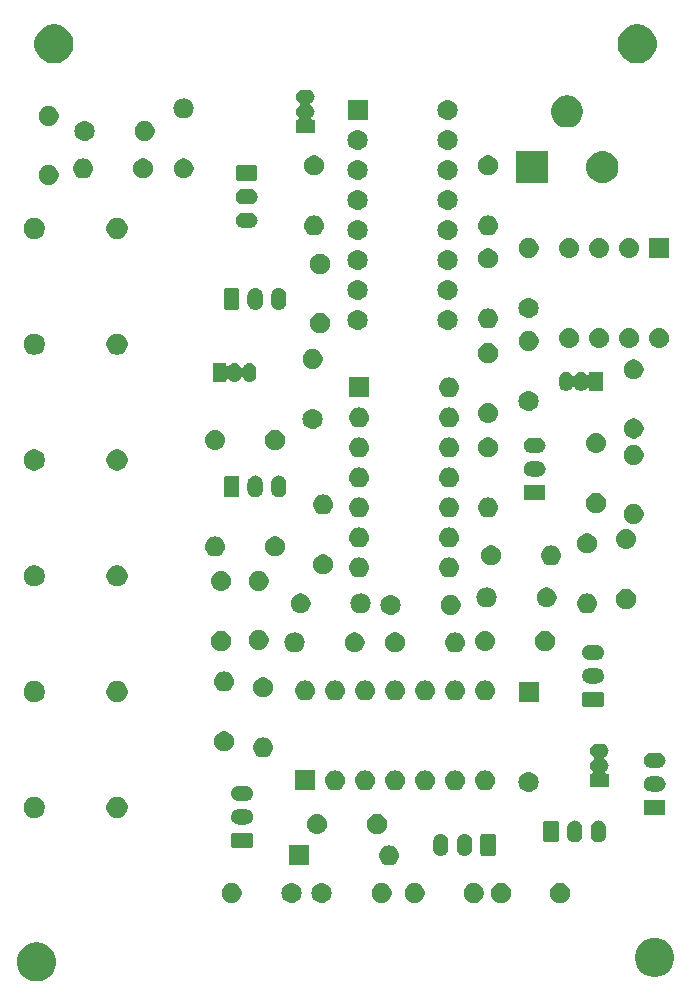
<source format=gbr>
G04 #@! TF.GenerationSoftware,KiCad,Pcbnew,(5.0.1)-rc2*
G04 #@! TF.CreationDate,2018-11-16T12:43:19-05:00*
G04 #@! TF.ProjectId,ASDR,415344522E6B696361645F7063620000,rev?*
G04 #@! TF.SameCoordinates,Original*
G04 #@! TF.FileFunction,Soldermask,Bot*
G04 #@! TF.FilePolarity,Negative*
%FSLAX46Y46*%
G04 Gerber Fmt 4.6, Leading zero omitted, Abs format (unit mm)*
G04 Created by KiCad (PCBNEW (5.0.1)-rc2) date 11/16/2018 12:43:19 PM*
%MOMM*%
%LPD*%
G01*
G04 APERTURE LIST*
%ADD10C,0.100000*%
G04 APERTURE END LIST*
D10*
G36*
X115945256Y-157776298D02*
X116051579Y-157797447D01*
X116352042Y-157921903D01*
X116396410Y-157951549D01*
X116622454Y-158102587D01*
X116852413Y-158332546D01*
X117033098Y-158602960D01*
X117157553Y-158903422D01*
X117209905Y-159166609D01*
X117221000Y-159222391D01*
X117221000Y-159547609D01*
X117157553Y-159866579D01*
X117033097Y-160167042D01*
X116953334Y-160286415D01*
X116852413Y-160437454D01*
X116622454Y-160667413D01*
X116622451Y-160667415D01*
X116352042Y-160848097D01*
X116051579Y-160972553D01*
X115945256Y-160993702D01*
X115732611Y-161036000D01*
X115407389Y-161036000D01*
X115194744Y-160993702D01*
X115088421Y-160972553D01*
X114787958Y-160848097D01*
X114517549Y-160667415D01*
X114517546Y-160667413D01*
X114287587Y-160437454D01*
X114186666Y-160286415D01*
X114106903Y-160167042D01*
X113982447Y-159866579D01*
X113919000Y-159547609D01*
X113919000Y-159222391D01*
X113930096Y-159166609D01*
X113982447Y-158903422D01*
X114106902Y-158602960D01*
X114287587Y-158332546D01*
X114517546Y-158102587D01*
X114743590Y-157951549D01*
X114787958Y-157921903D01*
X115088421Y-157797447D01*
X115194744Y-157776298D01*
X115407389Y-157734000D01*
X115732611Y-157734000D01*
X115945256Y-157776298D01*
X115945256Y-157776298D01*
G37*
G36*
X168269256Y-157395298D02*
X168375579Y-157416447D01*
X168676042Y-157540903D01*
X168942852Y-157719180D01*
X168946454Y-157721587D01*
X169176413Y-157951546D01*
X169176415Y-157951549D01*
X169277336Y-158102587D01*
X169357098Y-158221960D01*
X169481553Y-158522422D01*
X169545000Y-158841389D01*
X169545000Y-159166611D01*
X169481553Y-159485578D01*
X169357098Y-159786040D01*
X169176413Y-160056454D01*
X168946454Y-160286413D01*
X168946451Y-160286415D01*
X168676042Y-160467097D01*
X168375579Y-160591553D01*
X168269256Y-160612702D01*
X168056611Y-160655000D01*
X167731389Y-160655000D01*
X167518744Y-160612702D01*
X167412421Y-160591553D01*
X167111958Y-160467097D01*
X166841549Y-160286415D01*
X166841546Y-160286413D01*
X166611587Y-160056454D01*
X166430902Y-159786040D01*
X166306447Y-159485578D01*
X166243000Y-159166611D01*
X166243000Y-158841389D01*
X166306447Y-158522422D01*
X166430902Y-158221960D01*
X166510665Y-158102587D01*
X166611585Y-157951549D01*
X166611587Y-157951546D01*
X166841546Y-157721587D01*
X166845148Y-157719180D01*
X167111958Y-157540903D01*
X167412421Y-157416447D01*
X167518744Y-157395298D01*
X167731389Y-157353000D01*
X168056611Y-157353000D01*
X168269256Y-157395298D01*
X168269256Y-157395298D01*
G37*
G36*
X160141228Y-152724703D02*
X160296100Y-152788853D01*
X160435481Y-152881985D01*
X160554015Y-153000519D01*
X160647147Y-153139900D01*
X160711297Y-153294772D01*
X160744000Y-153459184D01*
X160744000Y-153626816D01*
X160711297Y-153791228D01*
X160647147Y-153946100D01*
X160554015Y-154085481D01*
X160435481Y-154204015D01*
X160296100Y-154297147D01*
X160141228Y-154361297D01*
X159976816Y-154394000D01*
X159809184Y-154394000D01*
X159644772Y-154361297D01*
X159489900Y-154297147D01*
X159350519Y-154204015D01*
X159231985Y-154085481D01*
X159138853Y-153946100D01*
X159074703Y-153791228D01*
X159042000Y-153626816D01*
X159042000Y-153459184D01*
X159074703Y-153294772D01*
X159138853Y-153139900D01*
X159231985Y-153000519D01*
X159350519Y-152881985D01*
X159489900Y-152788853D01*
X159644772Y-152724703D01*
X159809184Y-152692000D01*
X159976816Y-152692000D01*
X160141228Y-152724703D01*
X160141228Y-152724703D01*
G37*
G36*
X155141228Y-152724703D02*
X155296100Y-152788853D01*
X155435481Y-152881985D01*
X155554015Y-153000519D01*
X155647147Y-153139900D01*
X155711297Y-153294772D01*
X155744000Y-153459184D01*
X155744000Y-153626816D01*
X155711297Y-153791228D01*
X155647147Y-153946100D01*
X155554015Y-154085481D01*
X155435481Y-154204015D01*
X155296100Y-154297147D01*
X155141228Y-154361297D01*
X154976816Y-154394000D01*
X154809184Y-154394000D01*
X154644772Y-154361297D01*
X154489900Y-154297147D01*
X154350519Y-154204015D01*
X154231985Y-154085481D01*
X154138853Y-153946100D01*
X154074703Y-153791228D01*
X154042000Y-153626816D01*
X154042000Y-153459184D01*
X154074703Y-153294772D01*
X154138853Y-153139900D01*
X154231985Y-153000519D01*
X154350519Y-152881985D01*
X154489900Y-152788853D01*
X154644772Y-152724703D01*
X154809184Y-152692000D01*
X154976816Y-152692000D01*
X155141228Y-152724703D01*
X155141228Y-152724703D01*
G37*
G36*
X147822228Y-152724703D02*
X147977100Y-152788853D01*
X148116481Y-152881985D01*
X148235015Y-153000519D01*
X148328147Y-153139900D01*
X148392297Y-153294772D01*
X148425000Y-153459184D01*
X148425000Y-153626816D01*
X148392297Y-153791228D01*
X148328147Y-153946100D01*
X148235015Y-154085481D01*
X148116481Y-154204015D01*
X147977100Y-154297147D01*
X147822228Y-154361297D01*
X147657816Y-154394000D01*
X147490184Y-154394000D01*
X147325772Y-154361297D01*
X147170900Y-154297147D01*
X147031519Y-154204015D01*
X146912985Y-154085481D01*
X146819853Y-153946100D01*
X146755703Y-153791228D01*
X146723000Y-153626816D01*
X146723000Y-153459184D01*
X146755703Y-153294772D01*
X146819853Y-153139900D01*
X146912985Y-153000519D01*
X147031519Y-152881985D01*
X147170900Y-152788853D01*
X147325772Y-152724703D01*
X147490184Y-152692000D01*
X147657816Y-152692000D01*
X147822228Y-152724703D01*
X147822228Y-152724703D01*
G37*
G36*
X152822228Y-152724703D02*
X152977100Y-152788853D01*
X153116481Y-152881985D01*
X153235015Y-153000519D01*
X153328147Y-153139900D01*
X153392297Y-153294772D01*
X153425000Y-153459184D01*
X153425000Y-153626816D01*
X153392297Y-153791228D01*
X153328147Y-153946100D01*
X153235015Y-154085481D01*
X153116481Y-154204015D01*
X152977100Y-154297147D01*
X152822228Y-154361297D01*
X152657816Y-154394000D01*
X152490184Y-154394000D01*
X152325772Y-154361297D01*
X152170900Y-154297147D01*
X152031519Y-154204015D01*
X151912985Y-154085481D01*
X151819853Y-153946100D01*
X151755703Y-153791228D01*
X151723000Y-153626816D01*
X151723000Y-153459184D01*
X151755703Y-153294772D01*
X151819853Y-153139900D01*
X151912985Y-153000519D01*
X152031519Y-152881985D01*
X152170900Y-152788853D01*
X152325772Y-152724703D01*
X152490184Y-152692000D01*
X152657816Y-152692000D01*
X152822228Y-152724703D01*
X152822228Y-152724703D01*
G37*
G36*
X145028228Y-152724703D02*
X145183100Y-152788853D01*
X145322481Y-152881985D01*
X145441015Y-153000519D01*
X145534147Y-153139900D01*
X145598297Y-153294772D01*
X145631000Y-153459184D01*
X145631000Y-153626816D01*
X145598297Y-153791228D01*
X145534147Y-153946100D01*
X145441015Y-154085481D01*
X145322481Y-154204015D01*
X145183100Y-154297147D01*
X145028228Y-154361297D01*
X144863816Y-154394000D01*
X144696184Y-154394000D01*
X144531772Y-154361297D01*
X144376900Y-154297147D01*
X144237519Y-154204015D01*
X144118985Y-154085481D01*
X144025853Y-153946100D01*
X143961703Y-153791228D01*
X143929000Y-153626816D01*
X143929000Y-153459184D01*
X143961703Y-153294772D01*
X144025853Y-153139900D01*
X144118985Y-153000519D01*
X144237519Y-152881985D01*
X144376900Y-152788853D01*
X144531772Y-152724703D01*
X144696184Y-152692000D01*
X144863816Y-152692000D01*
X145028228Y-152724703D01*
X145028228Y-152724703D01*
G37*
G36*
X137326821Y-152704313D02*
X137326824Y-152704314D01*
X137326825Y-152704314D01*
X137487239Y-152752975D01*
X137487241Y-152752976D01*
X137487244Y-152752977D01*
X137635078Y-152831995D01*
X137764659Y-152938341D01*
X137871005Y-153067922D01*
X137950023Y-153215756D01*
X137950024Y-153215759D01*
X137950025Y-153215761D01*
X137998686Y-153376175D01*
X137998687Y-153376179D01*
X138015117Y-153543000D01*
X137998687Y-153709821D01*
X137998686Y-153709824D01*
X137998686Y-153709825D01*
X137973993Y-153791228D01*
X137950023Y-153870244D01*
X137871005Y-154018078D01*
X137764659Y-154147659D01*
X137635078Y-154254005D01*
X137487244Y-154333023D01*
X137487241Y-154333024D01*
X137487239Y-154333025D01*
X137326825Y-154381686D01*
X137326824Y-154381686D01*
X137326821Y-154381687D01*
X137201804Y-154394000D01*
X137118196Y-154394000D01*
X136993179Y-154381687D01*
X136993176Y-154381686D01*
X136993175Y-154381686D01*
X136832761Y-154333025D01*
X136832759Y-154333024D01*
X136832756Y-154333023D01*
X136684922Y-154254005D01*
X136555341Y-154147659D01*
X136448995Y-154018078D01*
X136369977Y-153870244D01*
X136346008Y-153791228D01*
X136321314Y-153709825D01*
X136321314Y-153709824D01*
X136321313Y-153709821D01*
X136304883Y-153543000D01*
X136321313Y-153376179D01*
X136321314Y-153376175D01*
X136369975Y-153215761D01*
X136369976Y-153215759D01*
X136369977Y-153215756D01*
X136448995Y-153067922D01*
X136555341Y-152938341D01*
X136684922Y-152831995D01*
X136832756Y-152752977D01*
X136832759Y-152752976D01*
X136832761Y-152752975D01*
X136993175Y-152704314D01*
X136993176Y-152704314D01*
X136993179Y-152704313D01*
X137118196Y-152692000D01*
X137201804Y-152692000D01*
X137326821Y-152704313D01*
X137326821Y-152704313D01*
G37*
G36*
X132328228Y-152724703D02*
X132483100Y-152788853D01*
X132622481Y-152881985D01*
X132741015Y-153000519D01*
X132834147Y-153139900D01*
X132898297Y-153294772D01*
X132931000Y-153459184D01*
X132931000Y-153626816D01*
X132898297Y-153791228D01*
X132834147Y-153946100D01*
X132741015Y-154085481D01*
X132622481Y-154204015D01*
X132483100Y-154297147D01*
X132328228Y-154361297D01*
X132163816Y-154394000D01*
X131996184Y-154394000D01*
X131831772Y-154361297D01*
X131676900Y-154297147D01*
X131537519Y-154204015D01*
X131418985Y-154085481D01*
X131325853Y-153946100D01*
X131261703Y-153791228D01*
X131229000Y-153626816D01*
X131229000Y-153459184D01*
X131261703Y-153294772D01*
X131325853Y-153139900D01*
X131418985Y-153000519D01*
X131537519Y-152881985D01*
X131676900Y-152788853D01*
X131831772Y-152724703D01*
X131996184Y-152692000D01*
X132163816Y-152692000D01*
X132328228Y-152724703D01*
X132328228Y-152724703D01*
G37*
G36*
X139866821Y-152704313D02*
X139866824Y-152704314D01*
X139866825Y-152704314D01*
X140027239Y-152752975D01*
X140027241Y-152752976D01*
X140027244Y-152752977D01*
X140175078Y-152831995D01*
X140304659Y-152938341D01*
X140411005Y-153067922D01*
X140490023Y-153215756D01*
X140490024Y-153215759D01*
X140490025Y-153215761D01*
X140538686Y-153376175D01*
X140538687Y-153376179D01*
X140555117Y-153543000D01*
X140538687Y-153709821D01*
X140538686Y-153709824D01*
X140538686Y-153709825D01*
X140513993Y-153791228D01*
X140490023Y-153870244D01*
X140411005Y-154018078D01*
X140304659Y-154147659D01*
X140175078Y-154254005D01*
X140027244Y-154333023D01*
X140027241Y-154333024D01*
X140027239Y-154333025D01*
X139866825Y-154381686D01*
X139866824Y-154381686D01*
X139866821Y-154381687D01*
X139741804Y-154394000D01*
X139658196Y-154394000D01*
X139533179Y-154381687D01*
X139533176Y-154381686D01*
X139533175Y-154381686D01*
X139372761Y-154333025D01*
X139372759Y-154333024D01*
X139372756Y-154333023D01*
X139224922Y-154254005D01*
X139095341Y-154147659D01*
X138988995Y-154018078D01*
X138909977Y-153870244D01*
X138886008Y-153791228D01*
X138861314Y-153709825D01*
X138861314Y-153709824D01*
X138861313Y-153709821D01*
X138844883Y-153543000D01*
X138861313Y-153376179D01*
X138861314Y-153376175D01*
X138909975Y-153215761D01*
X138909976Y-153215759D01*
X138909977Y-153215756D01*
X138988995Y-153067922D01*
X139095341Y-152938341D01*
X139224922Y-152831995D01*
X139372756Y-152752977D01*
X139372759Y-152752976D01*
X139372761Y-152752975D01*
X139533175Y-152704314D01*
X139533176Y-152704314D01*
X139533179Y-152704313D01*
X139658196Y-152692000D01*
X139741804Y-152692000D01*
X139866821Y-152704313D01*
X139866821Y-152704313D01*
G37*
G36*
X138646000Y-151219000D02*
X136944000Y-151219000D01*
X136944000Y-149517000D01*
X138646000Y-149517000D01*
X138646000Y-151219000D01*
X138646000Y-151219000D01*
G37*
G36*
X145581821Y-149529313D02*
X145581824Y-149529314D01*
X145581825Y-149529314D01*
X145742239Y-149577975D01*
X145742241Y-149577976D01*
X145742244Y-149577977D01*
X145890078Y-149656995D01*
X146019659Y-149763341D01*
X146126005Y-149892922D01*
X146205023Y-150040756D01*
X146205024Y-150040759D01*
X146205025Y-150040761D01*
X146253489Y-150200527D01*
X146253687Y-150201179D01*
X146270117Y-150368000D01*
X146253687Y-150534821D01*
X146205023Y-150695244D01*
X146126005Y-150843078D01*
X146019659Y-150972659D01*
X145890078Y-151079005D01*
X145742244Y-151158023D01*
X145742241Y-151158024D01*
X145742239Y-151158025D01*
X145581825Y-151206686D01*
X145581824Y-151206686D01*
X145581821Y-151206687D01*
X145456804Y-151219000D01*
X145373196Y-151219000D01*
X145248179Y-151206687D01*
X145248176Y-151206686D01*
X145248175Y-151206686D01*
X145087761Y-151158025D01*
X145087759Y-151158024D01*
X145087756Y-151158023D01*
X144939922Y-151079005D01*
X144810341Y-150972659D01*
X144703995Y-150843078D01*
X144624977Y-150695244D01*
X144576313Y-150534821D01*
X144559883Y-150368000D01*
X144576313Y-150201179D01*
X144576511Y-150200527D01*
X144624975Y-150040761D01*
X144624976Y-150040759D01*
X144624977Y-150040756D01*
X144703995Y-149892922D01*
X144810341Y-149763341D01*
X144939922Y-149656995D01*
X145087756Y-149577977D01*
X145087759Y-149577976D01*
X145087761Y-149577975D01*
X145248175Y-149529314D01*
X145248176Y-149529314D01*
X145248179Y-149529313D01*
X145373196Y-149517000D01*
X145456804Y-149517000D01*
X145581821Y-149529313D01*
X145581821Y-149529313D01*
G37*
G36*
X151924618Y-148562420D02*
X152006427Y-148587237D01*
X152047333Y-148599645D01*
X152125600Y-148641480D01*
X152160426Y-148660095D01*
X152259553Y-148741447D01*
X152340905Y-148840574D01*
X152340906Y-148840576D01*
X152401355Y-148953667D01*
X152401355Y-148953668D01*
X152438580Y-149076382D01*
X152448000Y-149172027D01*
X152448000Y-149785973D01*
X152438580Y-149881618D01*
X152413763Y-149963427D01*
X152401355Y-150004333D01*
X152347819Y-150104491D01*
X152340905Y-150117426D01*
X152259553Y-150216553D01*
X152259551Y-150216555D01*
X152224595Y-150245242D01*
X152160425Y-150297905D01*
X152108699Y-150325553D01*
X152047332Y-150358355D01*
X152015536Y-150368000D01*
X151924617Y-150395580D01*
X151797000Y-150408149D01*
X151669382Y-150395580D01*
X151578463Y-150368000D01*
X151546667Y-150358355D01*
X151433576Y-150297906D01*
X151433574Y-150297905D01*
X151334447Y-150216553D01*
X151321827Y-150201175D01*
X151253096Y-150117426D01*
X151253095Y-150117424D01*
X151212117Y-150040761D01*
X151192645Y-150004332D01*
X151180237Y-149963426D01*
X151155420Y-149881617D01*
X151146000Y-149785972D01*
X151146000Y-149172027D01*
X151155420Y-149076382D01*
X151192645Y-148953668D01*
X151192645Y-148953667D01*
X151212795Y-148915970D01*
X151253095Y-148840574D01*
X151334448Y-148741447D01*
X151433575Y-148660095D01*
X151468401Y-148641480D01*
X151546668Y-148599645D01*
X151587574Y-148587237D01*
X151669383Y-148562420D01*
X151797000Y-148549851D01*
X151924618Y-148562420D01*
X151924618Y-148562420D01*
G37*
G36*
X149924618Y-148562420D02*
X150006427Y-148587237D01*
X150047333Y-148599645D01*
X150125600Y-148641480D01*
X150160426Y-148660095D01*
X150259553Y-148741447D01*
X150340905Y-148840574D01*
X150340906Y-148840576D01*
X150401355Y-148953667D01*
X150401355Y-148953668D01*
X150438580Y-149076382D01*
X150448000Y-149172027D01*
X150448000Y-149785973D01*
X150438580Y-149881618D01*
X150413763Y-149963427D01*
X150401355Y-150004333D01*
X150347819Y-150104491D01*
X150340905Y-150117426D01*
X150259553Y-150216553D01*
X150259551Y-150216555D01*
X150224595Y-150245242D01*
X150160425Y-150297905D01*
X150108699Y-150325553D01*
X150047332Y-150358355D01*
X150015536Y-150368000D01*
X149924617Y-150395580D01*
X149797000Y-150408149D01*
X149669382Y-150395580D01*
X149578463Y-150368000D01*
X149546667Y-150358355D01*
X149433576Y-150297906D01*
X149433574Y-150297905D01*
X149334447Y-150216553D01*
X149321827Y-150201175D01*
X149253096Y-150117426D01*
X149253095Y-150117424D01*
X149212117Y-150040761D01*
X149192645Y-150004332D01*
X149180237Y-149963426D01*
X149155420Y-149881617D01*
X149146000Y-149785972D01*
X149146000Y-149172027D01*
X149155420Y-149076382D01*
X149192645Y-148953668D01*
X149192645Y-148953667D01*
X149212795Y-148915970D01*
X149253095Y-148840574D01*
X149334448Y-148741447D01*
X149433575Y-148660095D01*
X149468401Y-148641480D01*
X149546668Y-148599645D01*
X149587574Y-148587237D01*
X149669383Y-148562420D01*
X149797000Y-148549851D01*
X149924618Y-148562420D01*
X149924618Y-148562420D01*
G37*
G36*
X154288242Y-148557404D02*
X154325339Y-148568657D01*
X154359520Y-148586927D01*
X154389482Y-148611518D01*
X154414073Y-148641480D01*
X154432343Y-148675661D01*
X154443596Y-148712758D01*
X154448000Y-148757473D01*
X154448000Y-150200527D01*
X154443596Y-150245242D01*
X154432343Y-150282339D01*
X154414073Y-150316520D01*
X154389482Y-150346482D01*
X154359520Y-150371073D01*
X154325339Y-150389343D01*
X154288242Y-150400596D01*
X154243527Y-150405000D01*
X153350473Y-150405000D01*
X153305758Y-150400596D01*
X153268661Y-150389343D01*
X153234480Y-150371073D01*
X153204518Y-150346482D01*
X153179927Y-150316520D01*
X153161657Y-150282339D01*
X153150404Y-150245242D01*
X153146000Y-150200527D01*
X153146000Y-148757473D01*
X153150404Y-148712758D01*
X153161657Y-148675661D01*
X153179927Y-148641480D01*
X153204518Y-148611518D01*
X153234480Y-148586927D01*
X153268661Y-148568657D01*
X153305758Y-148557404D01*
X153350473Y-148553000D01*
X154243527Y-148553000D01*
X154288242Y-148557404D01*
X154288242Y-148557404D01*
G37*
G36*
X133735242Y-148451404D02*
X133772339Y-148462657D01*
X133806520Y-148480927D01*
X133836482Y-148505518D01*
X133861073Y-148535480D01*
X133879343Y-148569661D01*
X133890596Y-148606758D01*
X133895000Y-148651473D01*
X133895000Y-149544527D01*
X133890596Y-149589242D01*
X133879343Y-149626339D01*
X133861073Y-149660520D01*
X133836482Y-149690482D01*
X133806520Y-149715073D01*
X133772339Y-149733343D01*
X133735242Y-149744596D01*
X133690527Y-149749000D01*
X132247473Y-149749000D01*
X132202758Y-149744596D01*
X132165661Y-149733343D01*
X132131480Y-149715073D01*
X132101518Y-149690482D01*
X132076927Y-149660520D01*
X132058657Y-149626339D01*
X132047404Y-149589242D01*
X132043000Y-149544527D01*
X132043000Y-148651473D01*
X132047404Y-148606758D01*
X132058657Y-148569661D01*
X132076927Y-148535480D01*
X132101518Y-148505518D01*
X132131480Y-148480927D01*
X132165661Y-148462657D01*
X132202758Y-148451404D01*
X132247473Y-148447000D01*
X133690527Y-148447000D01*
X133735242Y-148451404D01*
X133735242Y-148451404D01*
G37*
G36*
X161258617Y-147419420D02*
X161340426Y-147444237D01*
X161381332Y-147456645D01*
X161390276Y-147461426D01*
X161494425Y-147517095D01*
X161494427Y-147517096D01*
X161494426Y-147517096D01*
X161567965Y-147577447D01*
X161593553Y-147598447D01*
X161674905Y-147697574D01*
X161674906Y-147697576D01*
X161735355Y-147810667D01*
X161747763Y-147851573D01*
X161772580Y-147933382D01*
X161782000Y-148029027D01*
X161782000Y-148642973D01*
X161772580Y-148738618D01*
X161747763Y-148820427D01*
X161735355Y-148861333D01*
X161686001Y-148953667D01*
X161674905Y-148974426D01*
X161593553Y-149073553D01*
X161494426Y-149154905D01*
X161494424Y-149154906D01*
X161381333Y-149215355D01*
X161340427Y-149227763D01*
X161258618Y-149252580D01*
X161131000Y-149265149D01*
X161003383Y-149252580D01*
X160921574Y-149227763D01*
X160880668Y-149215355D01*
X160767577Y-149154906D01*
X160767575Y-149154905D01*
X160668448Y-149073553D01*
X160587095Y-148974426D01*
X160546795Y-148899030D01*
X160526645Y-148861333D01*
X160514237Y-148820427D01*
X160489420Y-148738618D01*
X160480000Y-148642973D01*
X160480000Y-148029028D01*
X160489420Y-147933383D01*
X160526645Y-147810669D01*
X160526645Y-147810668D01*
X160584540Y-147702355D01*
X160587095Y-147697575D01*
X160668447Y-147598447D01*
X160767574Y-147517095D01*
X160802400Y-147498480D01*
X160880667Y-147456645D01*
X160921573Y-147444237D01*
X161003382Y-147419420D01*
X161131000Y-147406851D01*
X161258617Y-147419420D01*
X161258617Y-147419420D01*
G37*
G36*
X163258617Y-147419420D02*
X163340426Y-147444237D01*
X163381332Y-147456645D01*
X163390276Y-147461426D01*
X163494425Y-147517095D01*
X163494427Y-147517096D01*
X163494426Y-147517096D01*
X163567965Y-147577447D01*
X163593553Y-147598447D01*
X163674905Y-147697574D01*
X163674906Y-147697576D01*
X163735355Y-147810667D01*
X163747763Y-147851573D01*
X163772580Y-147933382D01*
X163782000Y-148029027D01*
X163782000Y-148642973D01*
X163772580Y-148738618D01*
X163747763Y-148820427D01*
X163735355Y-148861333D01*
X163686001Y-148953667D01*
X163674905Y-148974426D01*
X163593553Y-149073553D01*
X163494426Y-149154905D01*
X163494424Y-149154906D01*
X163381333Y-149215355D01*
X163340427Y-149227763D01*
X163258618Y-149252580D01*
X163131000Y-149265149D01*
X163003383Y-149252580D01*
X162921574Y-149227763D01*
X162880668Y-149215355D01*
X162767577Y-149154906D01*
X162767575Y-149154905D01*
X162668448Y-149073553D01*
X162587095Y-148974426D01*
X162546795Y-148899030D01*
X162526645Y-148861333D01*
X162514237Y-148820427D01*
X162489420Y-148738618D01*
X162480000Y-148642973D01*
X162480000Y-148029028D01*
X162489420Y-147933383D01*
X162526645Y-147810669D01*
X162526645Y-147810668D01*
X162584540Y-147702355D01*
X162587095Y-147697575D01*
X162668447Y-147598447D01*
X162767574Y-147517095D01*
X162802400Y-147498480D01*
X162880667Y-147456645D01*
X162921573Y-147444237D01*
X163003382Y-147419420D01*
X163131000Y-147406851D01*
X163258617Y-147419420D01*
X163258617Y-147419420D01*
G37*
G36*
X159622242Y-147414404D02*
X159659339Y-147425657D01*
X159693520Y-147443927D01*
X159723482Y-147468518D01*
X159748073Y-147498480D01*
X159766343Y-147532661D01*
X159777596Y-147569758D01*
X159782000Y-147614473D01*
X159782000Y-149057527D01*
X159777596Y-149102242D01*
X159766343Y-149139339D01*
X159748073Y-149173520D01*
X159723482Y-149203482D01*
X159693520Y-149228073D01*
X159659339Y-149246343D01*
X159622242Y-149257596D01*
X159577527Y-149262000D01*
X158684473Y-149262000D01*
X158639758Y-149257596D01*
X158602661Y-149246343D01*
X158568480Y-149228073D01*
X158538518Y-149203482D01*
X158513927Y-149173520D01*
X158495657Y-149139339D01*
X158484404Y-149102242D01*
X158480000Y-149057527D01*
X158480000Y-147614473D01*
X158484404Y-147569758D01*
X158495657Y-147532661D01*
X158513927Y-147498480D01*
X158538518Y-147468518D01*
X158568480Y-147443927D01*
X158602661Y-147425657D01*
X158639758Y-147414404D01*
X158684473Y-147410000D01*
X159577527Y-147410000D01*
X159622242Y-147414404D01*
X159622242Y-147414404D01*
G37*
G36*
X144647228Y-146882703D02*
X144802100Y-146946853D01*
X144941481Y-147039985D01*
X145060015Y-147158519D01*
X145153147Y-147297900D01*
X145217297Y-147452772D01*
X145250000Y-147617184D01*
X145250000Y-147784816D01*
X145217297Y-147949228D01*
X145153147Y-148104100D01*
X145060015Y-148243481D01*
X144941481Y-148362015D01*
X144802100Y-148455147D01*
X144647228Y-148519297D01*
X144482816Y-148552000D01*
X144315184Y-148552000D01*
X144150772Y-148519297D01*
X143995900Y-148455147D01*
X143856519Y-148362015D01*
X143737985Y-148243481D01*
X143644853Y-148104100D01*
X143580703Y-147949228D01*
X143548000Y-147784816D01*
X143548000Y-147617184D01*
X143580703Y-147452772D01*
X143644853Y-147297900D01*
X143737985Y-147158519D01*
X143856519Y-147039985D01*
X143995900Y-146946853D01*
X144150772Y-146882703D01*
X144315184Y-146850000D01*
X144482816Y-146850000D01*
X144647228Y-146882703D01*
X144647228Y-146882703D01*
G37*
G36*
X139485821Y-146862313D02*
X139485824Y-146862314D01*
X139485825Y-146862314D01*
X139646239Y-146910975D01*
X139646241Y-146910976D01*
X139646244Y-146910977D01*
X139794078Y-146989995D01*
X139923659Y-147096341D01*
X140030005Y-147225922D01*
X140109023Y-147373756D01*
X140109024Y-147373759D01*
X140109025Y-147373761D01*
X140157227Y-147532661D01*
X140157687Y-147534179D01*
X140174117Y-147701000D01*
X140157687Y-147867821D01*
X140157686Y-147867824D01*
X140157686Y-147867825D01*
X140132993Y-147949228D01*
X140109023Y-148028244D01*
X140030005Y-148176078D01*
X139923659Y-148305659D01*
X139794078Y-148412005D01*
X139646244Y-148491023D01*
X139646241Y-148491024D01*
X139646239Y-148491025D01*
X139485825Y-148539686D01*
X139485824Y-148539686D01*
X139485821Y-148539687D01*
X139360804Y-148552000D01*
X139277196Y-148552000D01*
X139152179Y-148539687D01*
X139152176Y-148539686D01*
X139152175Y-148539686D01*
X138991761Y-148491025D01*
X138991759Y-148491024D01*
X138991756Y-148491023D01*
X138843922Y-148412005D01*
X138714341Y-148305659D01*
X138607995Y-148176078D01*
X138528977Y-148028244D01*
X138505008Y-147949228D01*
X138480314Y-147867825D01*
X138480314Y-147867824D01*
X138480313Y-147867821D01*
X138463883Y-147701000D01*
X138480313Y-147534179D01*
X138480773Y-147532661D01*
X138528975Y-147373761D01*
X138528976Y-147373759D01*
X138528977Y-147373756D01*
X138607995Y-147225922D01*
X138714341Y-147096341D01*
X138843922Y-146989995D01*
X138991756Y-146910977D01*
X138991759Y-146910976D01*
X138991761Y-146910975D01*
X139152175Y-146862314D01*
X139152176Y-146862314D01*
X139152179Y-146862313D01*
X139277196Y-146850000D01*
X139360804Y-146850000D01*
X139485821Y-146862313D01*
X139485821Y-146862313D01*
G37*
G36*
X133307855Y-146450140D02*
X133371618Y-146456420D01*
X133453427Y-146481237D01*
X133494333Y-146493645D01*
X133594491Y-146547181D01*
X133607426Y-146554095D01*
X133706553Y-146635447D01*
X133787905Y-146734574D01*
X133787906Y-146734576D01*
X133848355Y-146847667D01*
X133858983Y-146882703D01*
X133885580Y-146970382D01*
X133898149Y-147098000D01*
X133885580Y-147225618D01*
X133863653Y-147297900D01*
X133848355Y-147348333D01*
X133834766Y-147373756D01*
X133787905Y-147461426D01*
X133706553Y-147560553D01*
X133607426Y-147641905D01*
X133607424Y-147641906D01*
X133494333Y-147702355D01*
X133453427Y-147714763D01*
X133371618Y-147739580D01*
X133307855Y-147745860D01*
X133275974Y-147749000D01*
X132662026Y-147749000D01*
X132630145Y-147745860D01*
X132566382Y-147739580D01*
X132484573Y-147714763D01*
X132443667Y-147702355D01*
X132330576Y-147641906D01*
X132330574Y-147641905D01*
X132231447Y-147560553D01*
X132150095Y-147461426D01*
X132103234Y-147373756D01*
X132089645Y-147348333D01*
X132074347Y-147297900D01*
X132052420Y-147225618D01*
X132039851Y-147098000D01*
X132052420Y-146970382D01*
X132079017Y-146882703D01*
X132089645Y-146847667D01*
X132150094Y-146734576D01*
X132150095Y-146734574D01*
X132231447Y-146635447D01*
X132330574Y-146554095D01*
X132343509Y-146547181D01*
X132443667Y-146493645D01*
X132484573Y-146481237D01*
X132566382Y-146456420D01*
X132630145Y-146450140D01*
X132662026Y-146447000D01*
X133275974Y-146447000D01*
X133307855Y-146450140D01*
X133307855Y-146450140D01*
G37*
G36*
X122638812Y-145437624D02*
X122802784Y-145505544D01*
X122950354Y-145604147D01*
X123075853Y-145729646D01*
X123174456Y-145877216D01*
X123242376Y-146041188D01*
X123277000Y-146215259D01*
X123277000Y-146392741D01*
X123242376Y-146566812D01*
X123174456Y-146730784D01*
X123075853Y-146878354D01*
X122950354Y-147003853D01*
X122802784Y-147102456D01*
X122638812Y-147170376D01*
X122464741Y-147205000D01*
X122287259Y-147205000D01*
X122113188Y-147170376D01*
X121949216Y-147102456D01*
X121801646Y-147003853D01*
X121676147Y-146878354D01*
X121577544Y-146730784D01*
X121509624Y-146566812D01*
X121475000Y-146392741D01*
X121475000Y-146215259D01*
X121509624Y-146041188D01*
X121577544Y-145877216D01*
X121676147Y-145729646D01*
X121801646Y-145604147D01*
X121949216Y-145505544D01*
X122113188Y-145437624D01*
X122287259Y-145403000D01*
X122464741Y-145403000D01*
X122638812Y-145437624D01*
X122638812Y-145437624D01*
G37*
G36*
X115638812Y-145437624D02*
X115802784Y-145505544D01*
X115950354Y-145604147D01*
X116075853Y-145729646D01*
X116174456Y-145877216D01*
X116242376Y-146041188D01*
X116277000Y-146215259D01*
X116277000Y-146392741D01*
X116242376Y-146566812D01*
X116174456Y-146730784D01*
X116075853Y-146878354D01*
X115950354Y-147003853D01*
X115802784Y-147102456D01*
X115638812Y-147170376D01*
X115464741Y-147205000D01*
X115287259Y-147205000D01*
X115113188Y-147170376D01*
X114949216Y-147102456D01*
X114801646Y-147003853D01*
X114676147Y-146878354D01*
X114577544Y-146730784D01*
X114509624Y-146566812D01*
X114475000Y-146392741D01*
X114475000Y-146215259D01*
X114509624Y-146041188D01*
X114577544Y-145877216D01*
X114676147Y-145729646D01*
X114801646Y-145604147D01*
X114949216Y-145505544D01*
X115113188Y-145437624D01*
X115287259Y-145403000D01*
X115464741Y-145403000D01*
X115638812Y-145437624D01*
X115638812Y-145437624D01*
G37*
G36*
X168660242Y-145657404D02*
X168697339Y-145668657D01*
X168731520Y-145686927D01*
X168761482Y-145711518D01*
X168786073Y-145741480D01*
X168804343Y-145775661D01*
X168815596Y-145812758D01*
X168820000Y-145857473D01*
X168820000Y-146750527D01*
X168815596Y-146795242D01*
X168804343Y-146832339D01*
X168786073Y-146866520D01*
X168761482Y-146896482D01*
X168731520Y-146921073D01*
X168697339Y-146939343D01*
X168660242Y-146950596D01*
X168615527Y-146955000D01*
X167172473Y-146955000D01*
X167127758Y-146950596D01*
X167090661Y-146939343D01*
X167056480Y-146921073D01*
X167026518Y-146896482D01*
X167001927Y-146866520D01*
X166983657Y-146832339D01*
X166972404Y-146795242D01*
X166968000Y-146750527D01*
X166968000Y-145857473D01*
X166972404Y-145812758D01*
X166983657Y-145775661D01*
X167001927Y-145741480D01*
X167026518Y-145711518D01*
X167056480Y-145686927D01*
X167090661Y-145668657D01*
X167127758Y-145657404D01*
X167172473Y-145653000D01*
X168615527Y-145653000D01*
X168660242Y-145657404D01*
X168660242Y-145657404D01*
G37*
G36*
X133307855Y-144450140D02*
X133371618Y-144456420D01*
X133453427Y-144481237D01*
X133494333Y-144493645D01*
X133594491Y-144547181D01*
X133607426Y-144554095D01*
X133706553Y-144635447D01*
X133787905Y-144734574D01*
X133787906Y-144734576D01*
X133848355Y-144847667D01*
X133848355Y-144847668D01*
X133885580Y-144970382D01*
X133898149Y-145098000D01*
X133885580Y-145225618D01*
X133860763Y-145307427D01*
X133848355Y-145348333D01*
X133800627Y-145437624D01*
X133787905Y-145461426D01*
X133706553Y-145560553D01*
X133607426Y-145641905D01*
X133607424Y-145641906D01*
X133494333Y-145702355D01*
X133464126Y-145711518D01*
X133371618Y-145739580D01*
X133307855Y-145745860D01*
X133275974Y-145749000D01*
X132662026Y-145749000D01*
X132630145Y-145745860D01*
X132566382Y-145739580D01*
X132473874Y-145711518D01*
X132443667Y-145702355D01*
X132330576Y-145641906D01*
X132330574Y-145641905D01*
X132231447Y-145560553D01*
X132150095Y-145461426D01*
X132137373Y-145437624D01*
X132089645Y-145348333D01*
X132077237Y-145307427D01*
X132052420Y-145225618D01*
X132039851Y-145098000D01*
X132052420Y-144970382D01*
X132089645Y-144847668D01*
X132089645Y-144847667D01*
X132150094Y-144734576D01*
X132150095Y-144734574D01*
X132231447Y-144635447D01*
X132330574Y-144554095D01*
X132343509Y-144547181D01*
X132443667Y-144493645D01*
X132484573Y-144481237D01*
X132566382Y-144456420D01*
X132630145Y-144450140D01*
X132662026Y-144447000D01*
X133275974Y-144447000D01*
X133307855Y-144450140D01*
X133307855Y-144450140D01*
G37*
G36*
X157392821Y-143306313D02*
X157392824Y-143306314D01*
X157392825Y-143306314D01*
X157553239Y-143354975D01*
X157553241Y-143354976D01*
X157553244Y-143354977D01*
X157701078Y-143433995D01*
X157830659Y-143540341D01*
X157937005Y-143669922D01*
X158016023Y-143817756D01*
X158064687Y-143978179D01*
X158081117Y-144145000D01*
X158064687Y-144311821D01*
X158064686Y-144311824D01*
X158064686Y-144311825D01*
X158020824Y-144456420D01*
X158016023Y-144472244D01*
X157937005Y-144620078D01*
X157830659Y-144749659D01*
X157701078Y-144856005D01*
X157553244Y-144935023D01*
X157553241Y-144935024D01*
X157553239Y-144935025D01*
X157392825Y-144983686D01*
X157392824Y-144983686D01*
X157392821Y-144983687D01*
X157267804Y-144996000D01*
X157184196Y-144996000D01*
X157059179Y-144983687D01*
X157059176Y-144983686D01*
X157059175Y-144983686D01*
X156898761Y-144935025D01*
X156898759Y-144935024D01*
X156898756Y-144935023D01*
X156750922Y-144856005D01*
X156621341Y-144749659D01*
X156514995Y-144620078D01*
X156435977Y-144472244D01*
X156431177Y-144456420D01*
X156387314Y-144311825D01*
X156387314Y-144311824D01*
X156387313Y-144311821D01*
X156370883Y-144145000D01*
X156387313Y-143978179D01*
X156435977Y-143817756D01*
X156514995Y-143669922D01*
X156621341Y-143540341D01*
X156750922Y-143433995D01*
X156898756Y-143354977D01*
X156898759Y-143354976D01*
X156898761Y-143354975D01*
X157059175Y-143306314D01*
X157059176Y-143306314D01*
X157059179Y-143306313D01*
X157184196Y-143294000D01*
X157267804Y-143294000D01*
X157392821Y-143306313D01*
X157392821Y-143306313D01*
G37*
G36*
X168232855Y-143656140D02*
X168296618Y-143662420D01*
X168378427Y-143687237D01*
X168419333Y-143699645D01*
X168519491Y-143753181D01*
X168532426Y-143760095D01*
X168631553Y-143841447D01*
X168712905Y-143940574D01*
X168712906Y-143940576D01*
X168773355Y-144053667D01*
X168773355Y-144053668D01*
X168810580Y-144176382D01*
X168823149Y-144304000D01*
X168810580Y-144431618D01*
X168798256Y-144472244D01*
X168773355Y-144554333D01*
X168729998Y-144635447D01*
X168712905Y-144667426D01*
X168631553Y-144766553D01*
X168532426Y-144847905D01*
X168532424Y-144847906D01*
X168419333Y-144908355D01*
X168378427Y-144920763D01*
X168296618Y-144945580D01*
X168232855Y-144951860D01*
X168200974Y-144955000D01*
X167587026Y-144955000D01*
X167555145Y-144951860D01*
X167491382Y-144945580D01*
X167409573Y-144920763D01*
X167368667Y-144908355D01*
X167255576Y-144847906D01*
X167255574Y-144847905D01*
X167156447Y-144766553D01*
X167075095Y-144667426D01*
X167058002Y-144635447D01*
X167014645Y-144554333D01*
X166989744Y-144472244D01*
X166977420Y-144431618D01*
X166964851Y-144304000D01*
X166977420Y-144176382D01*
X167014645Y-144053668D01*
X167014645Y-144053667D01*
X167075094Y-143940576D01*
X167075095Y-143940574D01*
X167156447Y-143841447D01*
X167255574Y-143760095D01*
X167268509Y-143753181D01*
X167368667Y-143699645D01*
X167409573Y-143687237D01*
X167491382Y-143662420D01*
X167555145Y-143656140D01*
X167587026Y-143653000D01*
X168200974Y-143653000D01*
X168232855Y-143656140D01*
X168232855Y-143656140D01*
G37*
G36*
X153709821Y-143179313D02*
X153709824Y-143179314D01*
X153709825Y-143179314D01*
X153870239Y-143227975D01*
X153870241Y-143227976D01*
X153870244Y-143227977D01*
X154018078Y-143306995D01*
X154147659Y-143413341D01*
X154254005Y-143542922D01*
X154333023Y-143690756D01*
X154333024Y-143690759D01*
X154333025Y-143690761D01*
X154354057Y-143760094D01*
X154381687Y-143851179D01*
X154398117Y-144018000D01*
X154381687Y-144184821D01*
X154381686Y-144184824D01*
X154381686Y-144184825D01*
X154345535Y-144304000D01*
X154333023Y-144345244D01*
X154254005Y-144493078D01*
X154147659Y-144622659D01*
X154018078Y-144729005D01*
X153870244Y-144808023D01*
X153870241Y-144808024D01*
X153870239Y-144808025D01*
X153709825Y-144856686D01*
X153709824Y-144856686D01*
X153709821Y-144856687D01*
X153584804Y-144869000D01*
X153501196Y-144869000D01*
X153376179Y-144856687D01*
X153376176Y-144856686D01*
X153376175Y-144856686D01*
X153215761Y-144808025D01*
X153215759Y-144808024D01*
X153215756Y-144808023D01*
X153067922Y-144729005D01*
X152938341Y-144622659D01*
X152831995Y-144493078D01*
X152752977Y-144345244D01*
X152740466Y-144304000D01*
X152704314Y-144184825D01*
X152704314Y-144184824D01*
X152704313Y-144184821D01*
X152687883Y-144018000D01*
X152704313Y-143851179D01*
X152731943Y-143760094D01*
X152752975Y-143690761D01*
X152752976Y-143690759D01*
X152752977Y-143690756D01*
X152831995Y-143542922D01*
X152938341Y-143413341D01*
X153067922Y-143306995D01*
X153215756Y-143227977D01*
X153215759Y-143227976D01*
X153215761Y-143227975D01*
X153376175Y-143179314D01*
X153376176Y-143179314D01*
X153376179Y-143179313D01*
X153501196Y-143167000D01*
X153584804Y-143167000D01*
X153709821Y-143179313D01*
X153709821Y-143179313D01*
G37*
G36*
X151169821Y-143179313D02*
X151169824Y-143179314D01*
X151169825Y-143179314D01*
X151330239Y-143227975D01*
X151330241Y-143227976D01*
X151330244Y-143227977D01*
X151478078Y-143306995D01*
X151607659Y-143413341D01*
X151714005Y-143542922D01*
X151793023Y-143690756D01*
X151793024Y-143690759D01*
X151793025Y-143690761D01*
X151814057Y-143760094D01*
X151841687Y-143851179D01*
X151858117Y-144018000D01*
X151841687Y-144184821D01*
X151841686Y-144184824D01*
X151841686Y-144184825D01*
X151805535Y-144304000D01*
X151793023Y-144345244D01*
X151714005Y-144493078D01*
X151607659Y-144622659D01*
X151478078Y-144729005D01*
X151330244Y-144808023D01*
X151330241Y-144808024D01*
X151330239Y-144808025D01*
X151169825Y-144856686D01*
X151169824Y-144856686D01*
X151169821Y-144856687D01*
X151044804Y-144869000D01*
X150961196Y-144869000D01*
X150836179Y-144856687D01*
X150836176Y-144856686D01*
X150836175Y-144856686D01*
X150675761Y-144808025D01*
X150675759Y-144808024D01*
X150675756Y-144808023D01*
X150527922Y-144729005D01*
X150398341Y-144622659D01*
X150291995Y-144493078D01*
X150212977Y-144345244D01*
X150200466Y-144304000D01*
X150164314Y-144184825D01*
X150164314Y-144184824D01*
X150164313Y-144184821D01*
X150147883Y-144018000D01*
X150164313Y-143851179D01*
X150191943Y-143760094D01*
X150212975Y-143690761D01*
X150212976Y-143690759D01*
X150212977Y-143690756D01*
X150291995Y-143542922D01*
X150398341Y-143413341D01*
X150527922Y-143306995D01*
X150675756Y-143227977D01*
X150675759Y-143227976D01*
X150675761Y-143227975D01*
X150836175Y-143179314D01*
X150836176Y-143179314D01*
X150836179Y-143179313D01*
X150961196Y-143167000D01*
X151044804Y-143167000D01*
X151169821Y-143179313D01*
X151169821Y-143179313D01*
G37*
G36*
X139154000Y-144869000D02*
X137452000Y-144869000D01*
X137452000Y-143167000D01*
X139154000Y-143167000D01*
X139154000Y-144869000D01*
X139154000Y-144869000D01*
G37*
G36*
X148629821Y-143179313D02*
X148629824Y-143179314D01*
X148629825Y-143179314D01*
X148790239Y-143227975D01*
X148790241Y-143227976D01*
X148790244Y-143227977D01*
X148938078Y-143306995D01*
X149067659Y-143413341D01*
X149174005Y-143542922D01*
X149253023Y-143690756D01*
X149253024Y-143690759D01*
X149253025Y-143690761D01*
X149274057Y-143760094D01*
X149301687Y-143851179D01*
X149318117Y-144018000D01*
X149301687Y-144184821D01*
X149301686Y-144184824D01*
X149301686Y-144184825D01*
X149265535Y-144304000D01*
X149253023Y-144345244D01*
X149174005Y-144493078D01*
X149067659Y-144622659D01*
X148938078Y-144729005D01*
X148790244Y-144808023D01*
X148790241Y-144808024D01*
X148790239Y-144808025D01*
X148629825Y-144856686D01*
X148629824Y-144856686D01*
X148629821Y-144856687D01*
X148504804Y-144869000D01*
X148421196Y-144869000D01*
X148296179Y-144856687D01*
X148296176Y-144856686D01*
X148296175Y-144856686D01*
X148135761Y-144808025D01*
X148135759Y-144808024D01*
X148135756Y-144808023D01*
X147987922Y-144729005D01*
X147858341Y-144622659D01*
X147751995Y-144493078D01*
X147672977Y-144345244D01*
X147660466Y-144304000D01*
X147624314Y-144184825D01*
X147624314Y-144184824D01*
X147624313Y-144184821D01*
X147607883Y-144018000D01*
X147624313Y-143851179D01*
X147651943Y-143760094D01*
X147672975Y-143690761D01*
X147672976Y-143690759D01*
X147672977Y-143690756D01*
X147751995Y-143542922D01*
X147858341Y-143413341D01*
X147987922Y-143306995D01*
X148135756Y-143227977D01*
X148135759Y-143227976D01*
X148135761Y-143227975D01*
X148296175Y-143179314D01*
X148296176Y-143179314D01*
X148296179Y-143179313D01*
X148421196Y-143167000D01*
X148504804Y-143167000D01*
X148629821Y-143179313D01*
X148629821Y-143179313D01*
G37*
G36*
X146089821Y-143179313D02*
X146089824Y-143179314D01*
X146089825Y-143179314D01*
X146250239Y-143227975D01*
X146250241Y-143227976D01*
X146250244Y-143227977D01*
X146398078Y-143306995D01*
X146527659Y-143413341D01*
X146634005Y-143542922D01*
X146713023Y-143690756D01*
X146713024Y-143690759D01*
X146713025Y-143690761D01*
X146734057Y-143760094D01*
X146761687Y-143851179D01*
X146778117Y-144018000D01*
X146761687Y-144184821D01*
X146761686Y-144184824D01*
X146761686Y-144184825D01*
X146725535Y-144304000D01*
X146713023Y-144345244D01*
X146634005Y-144493078D01*
X146527659Y-144622659D01*
X146398078Y-144729005D01*
X146250244Y-144808023D01*
X146250241Y-144808024D01*
X146250239Y-144808025D01*
X146089825Y-144856686D01*
X146089824Y-144856686D01*
X146089821Y-144856687D01*
X145964804Y-144869000D01*
X145881196Y-144869000D01*
X145756179Y-144856687D01*
X145756176Y-144856686D01*
X145756175Y-144856686D01*
X145595761Y-144808025D01*
X145595759Y-144808024D01*
X145595756Y-144808023D01*
X145447922Y-144729005D01*
X145318341Y-144622659D01*
X145211995Y-144493078D01*
X145132977Y-144345244D01*
X145120466Y-144304000D01*
X145084314Y-144184825D01*
X145084314Y-144184824D01*
X145084313Y-144184821D01*
X145067883Y-144018000D01*
X145084313Y-143851179D01*
X145111943Y-143760094D01*
X145132975Y-143690761D01*
X145132976Y-143690759D01*
X145132977Y-143690756D01*
X145211995Y-143542922D01*
X145318341Y-143413341D01*
X145447922Y-143306995D01*
X145595756Y-143227977D01*
X145595759Y-143227976D01*
X145595761Y-143227975D01*
X145756175Y-143179314D01*
X145756176Y-143179314D01*
X145756179Y-143179313D01*
X145881196Y-143167000D01*
X145964804Y-143167000D01*
X146089821Y-143179313D01*
X146089821Y-143179313D01*
G37*
G36*
X143549821Y-143179313D02*
X143549824Y-143179314D01*
X143549825Y-143179314D01*
X143710239Y-143227975D01*
X143710241Y-143227976D01*
X143710244Y-143227977D01*
X143858078Y-143306995D01*
X143987659Y-143413341D01*
X144094005Y-143542922D01*
X144173023Y-143690756D01*
X144173024Y-143690759D01*
X144173025Y-143690761D01*
X144194057Y-143760094D01*
X144221687Y-143851179D01*
X144238117Y-144018000D01*
X144221687Y-144184821D01*
X144221686Y-144184824D01*
X144221686Y-144184825D01*
X144185535Y-144304000D01*
X144173023Y-144345244D01*
X144094005Y-144493078D01*
X143987659Y-144622659D01*
X143858078Y-144729005D01*
X143710244Y-144808023D01*
X143710241Y-144808024D01*
X143710239Y-144808025D01*
X143549825Y-144856686D01*
X143549824Y-144856686D01*
X143549821Y-144856687D01*
X143424804Y-144869000D01*
X143341196Y-144869000D01*
X143216179Y-144856687D01*
X143216176Y-144856686D01*
X143216175Y-144856686D01*
X143055761Y-144808025D01*
X143055759Y-144808024D01*
X143055756Y-144808023D01*
X142907922Y-144729005D01*
X142778341Y-144622659D01*
X142671995Y-144493078D01*
X142592977Y-144345244D01*
X142580466Y-144304000D01*
X142544314Y-144184825D01*
X142544314Y-144184824D01*
X142544313Y-144184821D01*
X142527883Y-144018000D01*
X142544313Y-143851179D01*
X142571943Y-143760094D01*
X142592975Y-143690761D01*
X142592976Y-143690759D01*
X142592977Y-143690756D01*
X142671995Y-143542922D01*
X142778341Y-143413341D01*
X142907922Y-143306995D01*
X143055756Y-143227977D01*
X143055759Y-143227976D01*
X143055761Y-143227975D01*
X143216175Y-143179314D01*
X143216176Y-143179314D01*
X143216179Y-143179313D01*
X143341196Y-143167000D01*
X143424804Y-143167000D01*
X143549821Y-143179313D01*
X143549821Y-143179313D01*
G37*
G36*
X141009821Y-143179313D02*
X141009824Y-143179314D01*
X141009825Y-143179314D01*
X141170239Y-143227975D01*
X141170241Y-143227976D01*
X141170244Y-143227977D01*
X141318078Y-143306995D01*
X141447659Y-143413341D01*
X141554005Y-143542922D01*
X141633023Y-143690756D01*
X141633024Y-143690759D01*
X141633025Y-143690761D01*
X141654057Y-143760094D01*
X141681687Y-143851179D01*
X141698117Y-144018000D01*
X141681687Y-144184821D01*
X141681686Y-144184824D01*
X141681686Y-144184825D01*
X141645535Y-144304000D01*
X141633023Y-144345244D01*
X141554005Y-144493078D01*
X141447659Y-144622659D01*
X141318078Y-144729005D01*
X141170244Y-144808023D01*
X141170241Y-144808024D01*
X141170239Y-144808025D01*
X141009825Y-144856686D01*
X141009824Y-144856686D01*
X141009821Y-144856687D01*
X140884804Y-144869000D01*
X140801196Y-144869000D01*
X140676179Y-144856687D01*
X140676176Y-144856686D01*
X140676175Y-144856686D01*
X140515761Y-144808025D01*
X140515759Y-144808024D01*
X140515756Y-144808023D01*
X140367922Y-144729005D01*
X140238341Y-144622659D01*
X140131995Y-144493078D01*
X140052977Y-144345244D01*
X140040466Y-144304000D01*
X140004314Y-144184825D01*
X140004314Y-144184824D01*
X140004313Y-144184821D01*
X139987883Y-144018000D01*
X140004313Y-143851179D01*
X140031943Y-143760094D01*
X140052975Y-143690761D01*
X140052976Y-143690759D01*
X140052977Y-143690756D01*
X140131995Y-143542922D01*
X140238341Y-143413341D01*
X140367922Y-143306995D01*
X140515756Y-143227977D01*
X140515759Y-143227976D01*
X140515761Y-143227975D01*
X140676175Y-143179314D01*
X140676176Y-143179314D01*
X140676179Y-143179313D01*
X140801196Y-143167000D01*
X140884804Y-143167000D01*
X141009821Y-143179313D01*
X141009821Y-143179313D01*
G37*
G36*
X163532916Y-140910334D02*
X163641492Y-140943271D01*
X163741557Y-140996756D01*
X163829264Y-141068736D01*
X163901244Y-141156443D01*
X163954729Y-141256508D01*
X163987666Y-141365084D01*
X163998787Y-141478000D01*
X163987666Y-141590916D01*
X163954729Y-141699492D01*
X163901244Y-141799557D01*
X163829264Y-141887264D01*
X163741557Y-141959244D01*
X163660143Y-142002760D01*
X163639768Y-142016373D01*
X163622441Y-142033701D01*
X163608827Y-142054075D01*
X163599450Y-142076714D01*
X163594669Y-142100747D01*
X163594669Y-142125252D01*
X163599449Y-142149285D01*
X163608827Y-142171924D01*
X163622440Y-142192299D01*
X163639768Y-142209626D01*
X163660143Y-142223240D01*
X163741557Y-142266756D01*
X163829264Y-142338736D01*
X163901244Y-142426443D01*
X163954729Y-142526508D01*
X163987666Y-142635084D01*
X163998787Y-142748000D01*
X163987666Y-142860916D01*
X163954729Y-142969492D01*
X163954726Y-142969497D01*
X163901244Y-143069557D01*
X163829264Y-143157264D01*
X163752365Y-143220374D01*
X163735038Y-143237701D01*
X163721424Y-143258076D01*
X163712046Y-143280715D01*
X163707266Y-143304748D01*
X163707266Y-143329252D01*
X163712047Y-143353286D01*
X163721424Y-143375925D01*
X163735038Y-143396299D01*
X163752365Y-143413626D01*
X163772740Y-143427240D01*
X163795379Y-143436618D01*
X163831664Y-143442000D01*
X163996000Y-143442000D01*
X163996000Y-144594000D01*
X162394000Y-144594000D01*
X162394000Y-143442000D01*
X162558336Y-143442000D01*
X162582722Y-143439598D01*
X162606171Y-143432485D01*
X162627782Y-143420934D01*
X162646724Y-143405388D01*
X162662270Y-143386446D01*
X162673821Y-143364835D01*
X162680934Y-143341386D01*
X162683336Y-143317000D01*
X162680934Y-143292614D01*
X162673821Y-143269165D01*
X162662270Y-143247554D01*
X162637635Y-143220374D01*
X162560736Y-143157264D01*
X162488756Y-143069557D01*
X162435274Y-142969497D01*
X162435271Y-142969492D01*
X162402334Y-142860916D01*
X162391213Y-142748000D01*
X162402334Y-142635084D01*
X162435271Y-142526508D01*
X162488756Y-142426443D01*
X162560736Y-142338736D01*
X162648443Y-142266756D01*
X162729857Y-142223240D01*
X162750232Y-142209627D01*
X162767559Y-142192299D01*
X162781173Y-142171925D01*
X162790550Y-142149286D01*
X162795331Y-142125253D01*
X162795331Y-142100748D01*
X162790551Y-142076715D01*
X162781173Y-142054076D01*
X162767560Y-142033701D01*
X162750232Y-142016374D01*
X162729857Y-142002760D01*
X162648443Y-141959244D01*
X162560736Y-141887264D01*
X162488756Y-141799557D01*
X162435271Y-141699492D01*
X162402334Y-141590916D01*
X162391213Y-141478000D01*
X162402334Y-141365084D01*
X162435271Y-141256508D01*
X162488756Y-141156443D01*
X162560736Y-141068736D01*
X162648443Y-140996756D01*
X162748508Y-140943271D01*
X162857084Y-140910334D01*
X162941702Y-140902000D01*
X163448298Y-140902000D01*
X163532916Y-140910334D01*
X163532916Y-140910334D01*
G37*
G36*
X168232855Y-141656140D02*
X168296618Y-141662420D01*
X168378427Y-141687237D01*
X168419333Y-141699645D01*
X168519491Y-141753181D01*
X168532426Y-141760095D01*
X168631553Y-141841447D01*
X168712905Y-141940574D01*
X168712906Y-141940576D01*
X168773355Y-142053667D01*
X168773479Y-142054076D01*
X168810580Y-142176382D01*
X168823149Y-142304000D01*
X168810580Y-142431618D01*
X168785763Y-142513427D01*
X168773355Y-142554333D01*
X168730192Y-142635084D01*
X168712905Y-142667426D01*
X168631553Y-142766553D01*
X168532426Y-142847905D01*
X168532424Y-142847906D01*
X168419333Y-142908355D01*
X168378427Y-142920763D01*
X168296618Y-142945580D01*
X168232855Y-142951860D01*
X168200974Y-142955000D01*
X167587026Y-142955000D01*
X167555145Y-142951860D01*
X167491382Y-142945580D01*
X167409573Y-142920763D01*
X167368667Y-142908355D01*
X167255576Y-142847906D01*
X167255574Y-142847905D01*
X167156447Y-142766553D01*
X167075095Y-142667426D01*
X167057808Y-142635084D01*
X167014645Y-142554333D01*
X167002237Y-142513427D01*
X166977420Y-142431618D01*
X166964851Y-142304000D01*
X166977420Y-142176382D01*
X167014521Y-142054076D01*
X167014645Y-142053667D01*
X167075094Y-141940576D01*
X167075095Y-141940574D01*
X167156447Y-141841447D01*
X167255574Y-141760095D01*
X167268509Y-141753181D01*
X167368667Y-141699645D01*
X167409573Y-141687237D01*
X167491382Y-141662420D01*
X167555145Y-141656140D01*
X167587026Y-141653000D01*
X168200974Y-141653000D01*
X168232855Y-141656140D01*
X168232855Y-141656140D01*
G37*
G36*
X134913821Y-140385313D02*
X134913824Y-140385314D01*
X134913825Y-140385314D01*
X135074239Y-140433975D01*
X135074241Y-140433976D01*
X135074244Y-140433977D01*
X135222078Y-140512995D01*
X135351659Y-140619341D01*
X135458005Y-140748922D01*
X135537023Y-140896756D01*
X135537024Y-140896759D01*
X135537025Y-140896761D01*
X135567358Y-140996756D01*
X135585687Y-141057179D01*
X135602117Y-141224000D01*
X135585687Y-141390821D01*
X135585686Y-141390824D01*
X135585686Y-141390825D01*
X135542165Y-141534296D01*
X135537023Y-141551244D01*
X135458005Y-141699078D01*
X135351659Y-141828659D01*
X135222078Y-141935005D01*
X135074244Y-142014023D01*
X135074241Y-142014024D01*
X135074239Y-142014025D01*
X134913825Y-142062686D01*
X134913824Y-142062686D01*
X134913821Y-142062687D01*
X134788804Y-142075000D01*
X134705196Y-142075000D01*
X134580179Y-142062687D01*
X134580176Y-142062686D01*
X134580175Y-142062686D01*
X134419761Y-142014025D01*
X134419759Y-142014024D01*
X134419756Y-142014023D01*
X134271922Y-141935005D01*
X134142341Y-141828659D01*
X134035995Y-141699078D01*
X133956977Y-141551244D01*
X133951836Y-141534296D01*
X133908314Y-141390825D01*
X133908314Y-141390824D01*
X133908313Y-141390821D01*
X133891883Y-141224000D01*
X133908313Y-141057179D01*
X133926642Y-140996756D01*
X133956975Y-140896761D01*
X133956976Y-140896759D01*
X133956977Y-140896756D01*
X134035995Y-140748922D01*
X134142341Y-140619341D01*
X134271922Y-140512995D01*
X134419756Y-140433977D01*
X134419759Y-140433976D01*
X134419761Y-140433975D01*
X134580175Y-140385314D01*
X134580176Y-140385314D01*
X134580179Y-140385313D01*
X134705196Y-140373000D01*
X134788804Y-140373000D01*
X134913821Y-140385313D01*
X134913821Y-140385313D01*
G37*
G36*
X131693228Y-139897703D02*
X131848100Y-139961853D01*
X131987481Y-140054985D01*
X132106015Y-140173519D01*
X132199147Y-140312900D01*
X132263297Y-140467772D01*
X132296000Y-140632184D01*
X132296000Y-140799816D01*
X132263297Y-140964228D01*
X132199147Y-141119100D01*
X132106015Y-141258481D01*
X131987481Y-141377015D01*
X131848100Y-141470147D01*
X131693228Y-141534297D01*
X131528816Y-141567000D01*
X131361184Y-141567000D01*
X131196772Y-141534297D01*
X131041900Y-141470147D01*
X130902519Y-141377015D01*
X130783985Y-141258481D01*
X130690853Y-141119100D01*
X130626703Y-140964228D01*
X130594000Y-140799816D01*
X130594000Y-140632184D01*
X130626703Y-140467772D01*
X130690853Y-140312900D01*
X130783985Y-140173519D01*
X130902519Y-140054985D01*
X131041900Y-139961853D01*
X131196772Y-139897703D01*
X131361184Y-139865000D01*
X131528816Y-139865000D01*
X131693228Y-139897703D01*
X131693228Y-139897703D01*
G37*
G36*
X163453242Y-136513404D02*
X163490339Y-136524657D01*
X163524520Y-136542927D01*
X163554482Y-136567518D01*
X163579073Y-136597480D01*
X163597343Y-136631661D01*
X163608596Y-136668758D01*
X163613000Y-136713473D01*
X163613000Y-137606527D01*
X163608596Y-137651242D01*
X163597343Y-137688339D01*
X163579073Y-137722520D01*
X163554482Y-137752482D01*
X163524520Y-137777073D01*
X163490339Y-137795343D01*
X163453242Y-137806596D01*
X163408527Y-137811000D01*
X161965473Y-137811000D01*
X161920758Y-137806596D01*
X161883661Y-137795343D01*
X161849480Y-137777073D01*
X161819518Y-137752482D01*
X161794927Y-137722520D01*
X161776657Y-137688339D01*
X161765404Y-137651242D01*
X161761000Y-137606527D01*
X161761000Y-136713473D01*
X161765404Y-136668758D01*
X161776657Y-136631661D01*
X161794927Y-136597480D01*
X161819518Y-136567518D01*
X161849480Y-136542927D01*
X161883661Y-136524657D01*
X161920758Y-136513404D01*
X161965473Y-136509000D01*
X163408527Y-136509000D01*
X163453242Y-136513404D01*
X163453242Y-136513404D01*
G37*
G36*
X115638812Y-135633224D02*
X115802784Y-135701144D01*
X115950354Y-135799747D01*
X116075853Y-135925246D01*
X116174456Y-136072816D01*
X116242376Y-136236788D01*
X116277000Y-136410859D01*
X116277000Y-136588341D01*
X116242376Y-136762412D01*
X116174456Y-136926384D01*
X116075853Y-137073954D01*
X115950354Y-137199453D01*
X115802784Y-137298056D01*
X115638812Y-137365976D01*
X115464741Y-137400600D01*
X115287259Y-137400600D01*
X115113188Y-137365976D01*
X114949216Y-137298056D01*
X114801646Y-137199453D01*
X114676147Y-137073954D01*
X114577544Y-136926384D01*
X114509624Y-136762412D01*
X114475000Y-136588341D01*
X114475000Y-136410859D01*
X114509624Y-136236788D01*
X114577544Y-136072816D01*
X114676147Y-135925246D01*
X114801646Y-135799747D01*
X114949216Y-135701144D01*
X115113188Y-135633224D01*
X115287259Y-135598600D01*
X115464741Y-135598600D01*
X115638812Y-135633224D01*
X115638812Y-135633224D01*
G37*
G36*
X122638812Y-135633224D02*
X122802784Y-135701144D01*
X122950354Y-135799747D01*
X123075853Y-135925246D01*
X123174456Y-136072816D01*
X123242376Y-136236788D01*
X123277000Y-136410859D01*
X123277000Y-136588341D01*
X123242376Y-136762412D01*
X123174456Y-136926384D01*
X123075853Y-137073954D01*
X122950354Y-137199453D01*
X122802784Y-137298056D01*
X122638812Y-137365976D01*
X122464741Y-137400600D01*
X122287259Y-137400600D01*
X122113188Y-137365976D01*
X121949216Y-137298056D01*
X121801646Y-137199453D01*
X121676147Y-137073954D01*
X121577544Y-136926384D01*
X121509624Y-136762412D01*
X121475000Y-136588341D01*
X121475000Y-136410859D01*
X121509624Y-136236788D01*
X121577544Y-136072816D01*
X121676147Y-135925246D01*
X121801646Y-135799747D01*
X121949216Y-135701144D01*
X122113188Y-135633224D01*
X122287259Y-135598600D01*
X122464741Y-135598600D01*
X122638812Y-135633224D01*
X122638812Y-135633224D01*
G37*
G36*
X158077000Y-137376000D02*
X156375000Y-137376000D01*
X156375000Y-135674000D01*
X158077000Y-135674000D01*
X158077000Y-137376000D01*
X158077000Y-137376000D01*
G37*
G36*
X138469821Y-135559313D02*
X138469824Y-135559314D01*
X138469825Y-135559314D01*
X138630239Y-135607975D01*
X138630241Y-135607976D01*
X138630244Y-135607977D01*
X138778078Y-135686995D01*
X138907659Y-135793341D01*
X139014005Y-135922922D01*
X139093023Y-136070756D01*
X139141687Y-136231179D01*
X139158117Y-136398000D01*
X139141687Y-136564821D01*
X139141686Y-136564824D01*
X139141686Y-136564825D01*
X139107826Y-136676447D01*
X139093023Y-136725244D01*
X139014005Y-136873078D01*
X138907659Y-137002659D01*
X138778078Y-137109005D01*
X138630244Y-137188023D01*
X138630241Y-137188024D01*
X138630239Y-137188025D01*
X138469825Y-137236686D01*
X138469824Y-137236686D01*
X138469821Y-137236687D01*
X138344804Y-137249000D01*
X138261196Y-137249000D01*
X138136179Y-137236687D01*
X138136176Y-137236686D01*
X138136175Y-137236686D01*
X137975761Y-137188025D01*
X137975759Y-137188024D01*
X137975756Y-137188023D01*
X137827922Y-137109005D01*
X137698341Y-137002659D01*
X137591995Y-136873078D01*
X137512977Y-136725244D01*
X137498175Y-136676447D01*
X137464314Y-136564825D01*
X137464314Y-136564824D01*
X137464313Y-136564821D01*
X137447883Y-136398000D01*
X137464313Y-136231179D01*
X137512977Y-136070756D01*
X137591995Y-135922922D01*
X137698341Y-135793341D01*
X137827922Y-135686995D01*
X137975756Y-135607977D01*
X137975759Y-135607976D01*
X137975761Y-135607975D01*
X138136175Y-135559314D01*
X138136176Y-135559314D01*
X138136179Y-135559313D01*
X138261196Y-135547000D01*
X138344804Y-135547000D01*
X138469821Y-135559313D01*
X138469821Y-135559313D01*
G37*
G36*
X153709821Y-135559313D02*
X153709824Y-135559314D01*
X153709825Y-135559314D01*
X153870239Y-135607975D01*
X153870241Y-135607976D01*
X153870244Y-135607977D01*
X154018078Y-135686995D01*
X154147659Y-135793341D01*
X154254005Y-135922922D01*
X154333023Y-136070756D01*
X154381687Y-136231179D01*
X154398117Y-136398000D01*
X154381687Y-136564821D01*
X154381686Y-136564824D01*
X154381686Y-136564825D01*
X154347826Y-136676447D01*
X154333023Y-136725244D01*
X154254005Y-136873078D01*
X154147659Y-137002659D01*
X154018078Y-137109005D01*
X153870244Y-137188023D01*
X153870241Y-137188024D01*
X153870239Y-137188025D01*
X153709825Y-137236686D01*
X153709824Y-137236686D01*
X153709821Y-137236687D01*
X153584804Y-137249000D01*
X153501196Y-137249000D01*
X153376179Y-137236687D01*
X153376176Y-137236686D01*
X153376175Y-137236686D01*
X153215761Y-137188025D01*
X153215759Y-137188024D01*
X153215756Y-137188023D01*
X153067922Y-137109005D01*
X152938341Y-137002659D01*
X152831995Y-136873078D01*
X152752977Y-136725244D01*
X152738175Y-136676447D01*
X152704314Y-136564825D01*
X152704314Y-136564824D01*
X152704313Y-136564821D01*
X152687883Y-136398000D01*
X152704313Y-136231179D01*
X152752977Y-136070756D01*
X152831995Y-135922922D01*
X152938341Y-135793341D01*
X153067922Y-135686995D01*
X153215756Y-135607977D01*
X153215759Y-135607976D01*
X153215761Y-135607975D01*
X153376175Y-135559314D01*
X153376176Y-135559314D01*
X153376179Y-135559313D01*
X153501196Y-135547000D01*
X153584804Y-135547000D01*
X153709821Y-135559313D01*
X153709821Y-135559313D01*
G37*
G36*
X151169821Y-135559313D02*
X151169824Y-135559314D01*
X151169825Y-135559314D01*
X151330239Y-135607975D01*
X151330241Y-135607976D01*
X151330244Y-135607977D01*
X151478078Y-135686995D01*
X151607659Y-135793341D01*
X151714005Y-135922922D01*
X151793023Y-136070756D01*
X151841687Y-136231179D01*
X151858117Y-136398000D01*
X151841687Y-136564821D01*
X151841686Y-136564824D01*
X151841686Y-136564825D01*
X151807826Y-136676447D01*
X151793023Y-136725244D01*
X151714005Y-136873078D01*
X151607659Y-137002659D01*
X151478078Y-137109005D01*
X151330244Y-137188023D01*
X151330241Y-137188024D01*
X151330239Y-137188025D01*
X151169825Y-137236686D01*
X151169824Y-137236686D01*
X151169821Y-137236687D01*
X151044804Y-137249000D01*
X150961196Y-137249000D01*
X150836179Y-137236687D01*
X150836176Y-137236686D01*
X150836175Y-137236686D01*
X150675761Y-137188025D01*
X150675759Y-137188024D01*
X150675756Y-137188023D01*
X150527922Y-137109005D01*
X150398341Y-137002659D01*
X150291995Y-136873078D01*
X150212977Y-136725244D01*
X150198175Y-136676447D01*
X150164314Y-136564825D01*
X150164314Y-136564824D01*
X150164313Y-136564821D01*
X150147883Y-136398000D01*
X150164313Y-136231179D01*
X150212977Y-136070756D01*
X150291995Y-135922922D01*
X150398341Y-135793341D01*
X150527922Y-135686995D01*
X150675756Y-135607977D01*
X150675759Y-135607976D01*
X150675761Y-135607975D01*
X150836175Y-135559314D01*
X150836176Y-135559314D01*
X150836179Y-135559313D01*
X150961196Y-135547000D01*
X151044804Y-135547000D01*
X151169821Y-135559313D01*
X151169821Y-135559313D01*
G37*
G36*
X146089821Y-135559313D02*
X146089824Y-135559314D01*
X146089825Y-135559314D01*
X146250239Y-135607975D01*
X146250241Y-135607976D01*
X146250244Y-135607977D01*
X146398078Y-135686995D01*
X146527659Y-135793341D01*
X146634005Y-135922922D01*
X146713023Y-136070756D01*
X146761687Y-136231179D01*
X146778117Y-136398000D01*
X146761687Y-136564821D01*
X146761686Y-136564824D01*
X146761686Y-136564825D01*
X146727826Y-136676447D01*
X146713023Y-136725244D01*
X146634005Y-136873078D01*
X146527659Y-137002659D01*
X146398078Y-137109005D01*
X146250244Y-137188023D01*
X146250241Y-137188024D01*
X146250239Y-137188025D01*
X146089825Y-137236686D01*
X146089824Y-137236686D01*
X146089821Y-137236687D01*
X145964804Y-137249000D01*
X145881196Y-137249000D01*
X145756179Y-137236687D01*
X145756176Y-137236686D01*
X145756175Y-137236686D01*
X145595761Y-137188025D01*
X145595759Y-137188024D01*
X145595756Y-137188023D01*
X145447922Y-137109005D01*
X145318341Y-137002659D01*
X145211995Y-136873078D01*
X145132977Y-136725244D01*
X145118175Y-136676447D01*
X145084314Y-136564825D01*
X145084314Y-136564824D01*
X145084313Y-136564821D01*
X145067883Y-136398000D01*
X145084313Y-136231179D01*
X145132977Y-136070756D01*
X145211995Y-135922922D01*
X145318341Y-135793341D01*
X145447922Y-135686995D01*
X145595756Y-135607977D01*
X145595759Y-135607976D01*
X145595761Y-135607975D01*
X145756175Y-135559314D01*
X145756176Y-135559314D01*
X145756179Y-135559313D01*
X145881196Y-135547000D01*
X145964804Y-135547000D01*
X146089821Y-135559313D01*
X146089821Y-135559313D01*
G37*
G36*
X141009821Y-135559313D02*
X141009824Y-135559314D01*
X141009825Y-135559314D01*
X141170239Y-135607975D01*
X141170241Y-135607976D01*
X141170244Y-135607977D01*
X141318078Y-135686995D01*
X141447659Y-135793341D01*
X141554005Y-135922922D01*
X141633023Y-136070756D01*
X141681687Y-136231179D01*
X141698117Y-136398000D01*
X141681687Y-136564821D01*
X141681686Y-136564824D01*
X141681686Y-136564825D01*
X141647826Y-136676447D01*
X141633023Y-136725244D01*
X141554005Y-136873078D01*
X141447659Y-137002659D01*
X141318078Y-137109005D01*
X141170244Y-137188023D01*
X141170241Y-137188024D01*
X141170239Y-137188025D01*
X141009825Y-137236686D01*
X141009824Y-137236686D01*
X141009821Y-137236687D01*
X140884804Y-137249000D01*
X140801196Y-137249000D01*
X140676179Y-137236687D01*
X140676176Y-137236686D01*
X140676175Y-137236686D01*
X140515761Y-137188025D01*
X140515759Y-137188024D01*
X140515756Y-137188023D01*
X140367922Y-137109005D01*
X140238341Y-137002659D01*
X140131995Y-136873078D01*
X140052977Y-136725244D01*
X140038175Y-136676447D01*
X140004314Y-136564825D01*
X140004314Y-136564824D01*
X140004313Y-136564821D01*
X139987883Y-136398000D01*
X140004313Y-136231179D01*
X140052977Y-136070756D01*
X140131995Y-135922922D01*
X140238341Y-135793341D01*
X140367922Y-135686995D01*
X140515756Y-135607977D01*
X140515759Y-135607976D01*
X140515761Y-135607975D01*
X140676175Y-135559314D01*
X140676176Y-135559314D01*
X140676179Y-135559313D01*
X140801196Y-135547000D01*
X140884804Y-135547000D01*
X141009821Y-135559313D01*
X141009821Y-135559313D01*
G37*
G36*
X143549821Y-135559313D02*
X143549824Y-135559314D01*
X143549825Y-135559314D01*
X143710239Y-135607975D01*
X143710241Y-135607976D01*
X143710244Y-135607977D01*
X143858078Y-135686995D01*
X143987659Y-135793341D01*
X144094005Y-135922922D01*
X144173023Y-136070756D01*
X144221687Y-136231179D01*
X144238117Y-136398000D01*
X144221687Y-136564821D01*
X144221686Y-136564824D01*
X144221686Y-136564825D01*
X144187826Y-136676447D01*
X144173023Y-136725244D01*
X144094005Y-136873078D01*
X143987659Y-137002659D01*
X143858078Y-137109005D01*
X143710244Y-137188023D01*
X143710241Y-137188024D01*
X143710239Y-137188025D01*
X143549825Y-137236686D01*
X143549824Y-137236686D01*
X143549821Y-137236687D01*
X143424804Y-137249000D01*
X143341196Y-137249000D01*
X143216179Y-137236687D01*
X143216176Y-137236686D01*
X143216175Y-137236686D01*
X143055761Y-137188025D01*
X143055759Y-137188024D01*
X143055756Y-137188023D01*
X142907922Y-137109005D01*
X142778341Y-137002659D01*
X142671995Y-136873078D01*
X142592977Y-136725244D01*
X142578175Y-136676447D01*
X142544314Y-136564825D01*
X142544314Y-136564824D01*
X142544313Y-136564821D01*
X142527883Y-136398000D01*
X142544313Y-136231179D01*
X142592977Y-136070756D01*
X142671995Y-135922922D01*
X142778341Y-135793341D01*
X142907922Y-135686995D01*
X143055756Y-135607977D01*
X143055759Y-135607976D01*
X143055761Y-135607975D01*
X143216175Y-135559314D01*
X143216176Y-135559314D01*
X143216179Y-135559313D01*
X143341196Y-135547000D01*
X143424804Y-135547000D01*
X143549821Y-135559313D01*
X143549821Y-135559313D01*
G37*
G36*
X148629821Y-135559313D02*
X148629824Y-135559314D01*
X148629825Y-135559314D01*
X148790239Y-135607975D01*
X148790241Y-135607976D01*
X148790244Y-135607977D01*
X148938078Y-135686995D01*
X149067659Y-135793341D01*
X149174005Y-135922922D01*
X149253023Y-136070756D01*
X149301687Y-136231179D01*
X149318117Y-136398000D01*
X149301687Y-136564821D01*
X149301686Y-136564824D01*
X149301686Y-136564825D01*
X149267826Y-136676447D01*
X149253023Y-136725244D01*
X149174005Y-136873078D01*
X149067659Y-137002659D01*
X148938078Y-137109005D01*
X148790244Y-137188023D01*
X148790241Y-137188024D01*
X148790239Y-137188025D01*
X148629825Y-137236686D01*
X148629824Y-137236686D01*
X148629821Y-137236687D01*
X148504804Y-137249000D01*
X148421196Y-137249000D01*
X148296179Y-137236687D01*
X148296176Y-137236686D01*
X148296175Y-137236686D01*
X148135761Y-137188025D01*
X148135759Y-137188024D01*
X148135756Y-137188023D01*
X147987922Y-137109005D01*
X147858341Y-137002659D01*
X147751995Y-136873078D01*
X147672977Y-136725244D01*
X147658175Y-136676447D01*
X147624314Y-136564825D01*
X147624314Y-136564824D01*
X147624313Y-136564821D01*
X147607883Y-136398000D01*
X147624313Y-136231179D01*
X147672977Y-136070756D01*
X147751995Y-135922922D01*
X147858341Y-135793341D01*
X147987922Y-135686995D01*
X148135756Y-135607977D01*
X148135759Y-135607976D01*
X148135761Y-135607975D01*
X148296175Y-135559314D01*
X148296176Y-135559314D01*
X148296179Y-135559313D01*
X148421196Y-135547000D01*
X148504804Y-135547000D01*
X148629821Y-135559313D01*
X148629821Y-135559313D01*
G37*
G36*
X134995228Y-135325703D02*
X135150100Y-135389853D01*
X135289481Y-135482985D01*
X135408015Y-135601519D01*
X135501147Y-135740900D01*
X135565297Y-135895772D01*
X135598000Y-136060184D01*
X135598000Y-136227816D01*
X135565297Y-136392228D01*
X135501147Y-136547100D01*
X135408015Y-136686481D01*
X135289481Y-136805015D01*
X135150100Y-136898147D01*
X134995228Y-136962297D01*
X134830816Y-136995000D01*
X134663184Y-136995000D01*
X134498772Y-136962297D01*
X134343900Y-136898147D01*
X134204519Y-136805015D01*
X134085985Y-136686481D01*
X133992853Y-136547100D01*
X133928703Y-136392228D01*
X133896000Y-136227816D01*
X133896000Y-136060184D01*
X133928703Y-135895772D01*
X133992853Y-135740900D01*
X134085985Y-135601519D01*
X134204519Y-135482985D01*
X134343900Y-135389853D01*
X134498772Y-135325703D01*
X134663184Y-135293000D01*
X134830816Y-135293000D01*
X134995228Y-135325703D01*
X134995228Y-135325703D01*
G37*
G36*
X131611821Y-134797313D02*
X131611824Y-134797314D01*
X131611825Y-134797314D01*
X131772239Y-134845975D01*
X131772241Y-134845976D01*
X131772244Y-134845977D01*
X131920078Y-134924995D01*
X132049659Y-135031341D01*
X132156005Y-135160922D01*
X132235023Y-135308756D01*
X132235024Y-135308759D01*
X132235025Y-135308761D01*
X132259624Y-135389853D01*
X132283687Y-135469179D01*
X132300117Y-135636000D01*
X132283687Y-135802821D01*
X132283686Y-135802824D01*
X132283686Y-135802825D01*
X132255491Y-135895772D01*
X132235023Y-135963244D01*
X132156005Y-136111078D01*
X132049659Y-136240659D01*
X131920078Y-136347005D01*
X131772244Y-136426023D01*
X131772241Y-136426024D01*
X131772239Y-136426025D01*
X131611825Y-136474686D01*
X131611824Y-136474686D01*
X131611821Y-136474687D01*
X131486804Y-136487000D01*
X131403196Y-136487000D01*
X131278179Y-136474687D01*
X131278176Y-136474686D01*
X131278175Y-136474686D01*
X131117761Y-136426025D01*
X131117759Y-136426024D01*
X131117756Y-136426023D01*
X130969922Y-136347005D01*
X130840341Y-136240659D01*
X130733995Y-136111078D01*
X130654977Y-135963244D01*
X130634510Y-135895772D01*
X130606314Y-135802825D01*
X130606314Y-135802824D01*
X130606313Y-135802821D01*
X130589883Y-135636000D01*
X130606313Y-135469179D01*
X130630376Y-135389853D01*
X130654975Y-135308761D01*
X130654976Y-135308759D01*
X130654977Y-135308756D01*
X130733995Y-135160922D01*
X130840341Y-135031341D01*
X130969922Y-134924995D01*
X131117756Y-134845977D01*
X131117759Y-134845976D01*
X131117761Y-134845975D01*
X131278175Y-134797314D01*
X131278176Y-134797314D01*
X131278179Y-134797313D01*
X131403196Y-134785000D01*
X131486804Y-134785000D01*
X131611821Y-134797313D01*
X131611821Y-134797313D01*
G37*
G36*
X163025855Y-134512140D02*
X163089618Y-134518420D01*
X163171427Y-134543237D01*
X163212333Y-134555645D01*
X163312491Y-134609181D01*
X163325426Y-134616095D01*
X163424553Y-134697447D01*
X163505905Y-134796574D01*
X163512819Y-134809509D01*
X163566355Y-134909667D01*
X163571005Y-134924996D01*
X163603580Y-135032382D01*
X163616149Y-135160000D01*
X163603580Y-135287618D01*
X163578763Y-135369427D01*
X163566355Y-135410333D01*
X163534903Y-135469175D01*
X163505905Y-135523426D01*
X163424553Y-135622553D01*
X163325426Y-135703905D01*
X163325424Y-135703906D01*
X163212333Y-135764355D01*
X163171427Y-135776763D01*
X163089618Y-135801580D01*
X163025855Y-135807860D01*
X162993974Y-135811000D01*
X162380026Y-135811000D01*
X162348145Y-135807860D01*
X162284382Y-135801580D01*
X162202573Y-135776763D01*
X162161667Y-135764355D01*
X162048576Y-135703906D01*
X162048574Y-135703905D01*
X161949447Y-135622553D01*
X161868095Y-135523426D01*
X161839097Y-135469175D01*
X161807645Y-135410333D01*
X161795237Y-135369427D01*
X161770420Y-135287618D01*
X161757851Y-135160000D01*
X161770420Y-135032382D01*
X161802995Y-134924996D01*
X161807645Y-134909667D01*
X161861181Y-134809509D01*
X161868095Y-134796574D01*
X161949447Y-134697447D01*
X162048574Y-134616095D01*
X162061509Y-134609181D01*
X162161667Y-134555645D01*
X162202573Y-134543237D01*
X162284382Y-134518420D01*
X162348145Y-134512140D01*
X162380026Y-134509000D01*
X162993974Y-134509000D01*
X163025855Y-134512140D01*
X163025855Y-134512140D01*
G37*
G36*
X163025855Y-132512140D02*
X163089618Y-132518420D01*
X163171427Y-132543237D01*
X163212333Y-132555645D01*
X163312491Y-132609181D01*
X163325426Y-132616095D01*
X163424553Y-132697447D01*
X163505905Y-132796574D01*
X163505906Y-132796576D01*
X163566355Y-132909667D01*
X163566355Y-132909668D01*
X163603580Y-133032382D01*
X163616149Y-133160000D01*
X163603580Y-133287618D01*
X163578763Y-133369427D01*
X163566355Y-133410333D01*
X163512819Y-133510491D01*
X163505905Y-133523426D01*
X163424553Y-133622553D01*
X163325426Y-133703905D01*
X163325424Y-133703906D01*
X163212333Y-133764355D01*
X163171427Y-133776763D01*
X163089618Y-133801580D01*
X163025855Y-133807860D01*
X162993974Y-133811000D01*
X162380026Y-133811000D01*
X162348145Y-133807860D01*
X162284382Y-133801580D01*
X162202573Y-133776763D01*
X162161667Y-133764355D01*
X162048576Y-133703906D01*
X162048574Y-133703905D01*
X161949447Y-133622553D01*
X161868095Y-133523426D01*
X161861181Y-133510491D01*
X161807645Y-133410333D01*
X161795237Y-133369427D01*
X161770420Y-133287618D01*
X161757851Y-133160000D01*
X161770420Y-133032382D01*
X161807645Y-132909668D01*
X161807645Y-132909667D01*
X161868094Y-132796576D01*
X161868095Y-132796574D01*
X161949447Y-132697447D01*
X162048574Y-132616095D01*
X162061509Y-132609181D01*
X162161667Y-132555645D01*
X162202573Y-132543237D01*
X162284382Y-132518420D01*
X162348145Y-132512140D01*
X162380026Y-132509000D01*
X162993974Y-132509000D01*
X163025855Y-132512140D01*
X163025855Y-132512140D01*
G37*
G36*
X151169821Y-131495313D02*
X151169824Y-131495314D01*
X151169825Y-131495314D01*
X151330239Y-131543975D01*
X151330241Y-131543976D01*
X151330244Y-131543977D01*
X151478078Y-131622995D01*
X151607659Y-131729341D01*
X151714005Y-131858922D01*
X151793023Y-132006756D01*
X151793024Y-132006759D01*
X151793025Y-132006761D01*
X151828341Y-132123184D01*
X151841687Y-132167179D01*
X151858117Y-132334000D01*
X151841687Y-132500821D01*
X151841686Y-132500824D01*
X151841686Y-132500825D01*
X151806720Y-132616094D01*
X151793023Y-132661244D01*
X151714005Y-132809078D01*
X151607659Y-132938659D01*
X151478078Y-133045005D01*
X151330244Y-133124023D01*
X151330241Y-133124024D01*
X151330239Y-133124025D01*
X151169825Y-133172686D01*
X151169824Y-133172686D01*
X151169821Y-133172687D01*
X151044804Y-133185000D01*
X150961196Y-133185000D01*
X150836179Y-133172687D01*
X150836176Y-133172686D01*
X150836175Y-133172686D01*
X150675761Y-133124025D01*
X150675759Y-133124024D01*
X150675756Y-133124023D01*
X150527922Y-133045005D01*
X150398341Y-132938659D01*
X150291995Y-132809078D01*
X150212977Y-132661244D01*
X150199281Y-132616094D01*
X150164314Y-132500825D01*
X150164314Y-132500824D01*
X150164313Y-132500821D01*
X150147883Y-132334000D01*
X150164313Y-132167179D01*
X150177659Y-132123184D01*
X150212975Y-132006761D01*
X150212976Y-132006759D01*
X150212977Y-132006756D01*
X150291995Y-131858922D01*
X150398341Y-131729341D01*
X150527922Y-131622995D01*
X150675756Y-131543977D01*
X150675759Y-131543976D01*
X150675761Y-131543975D01*
X150836175Y-131495314D01*
X150836176Y-131495314D01*
X150836179Y-131495313D01*
X150961196Y-131483000D01*
X151044804Y-131483000D01*
X151169821Y-131495313D01*
X151169821Y-131495313D01*
G37*
G36*
X137580821Y-131495313D02*
X137580824Y-131495314D01*
X137580825Y-131495314D01*
X137741239Y-131543975D01*
X137741241Y-131543976D01*
X137741244Y-131543977D01*
X137889078Y-131622995D01*
X138018659Y-131729341D01*
X138125005Y-131858922D01*
X138204023Y-132006756D01*
X138204024Y-132006759D01*
X138204025Y-132006761D01*
X138239341Y-132123184D01*
X138252687Y-132167179D01*
X138269117Y-132334000D01*
X138252687Y-132500821D01*
X138252686Y-132500824D01*
X138252686Y-132500825D01*
X138217720Y-132616094D01*
X138204023Y-132661244D01*
X138125005Y-132809078D01*
X138018659Y-132938659D01*
X137889078Y-133045005D01*
X137741244Y-133124023D01*
X137741241Y-133124024D01*
X137741239Y-133124025D01*
X137580825Y-133172686D01*
X137580824Y-133172686D01*
X137580821Y-133172687D01*
X137455804Y-133185000D01*
X137372196Y-133185000D01*
X137247179Y-133172687D01*
X137247176Y-133172686D01*
X137247175Y-133172686D01*
X137086761Y-133124025D01*
X137086759Y-133124024D01*
X137086756Y-133124023D01*
X136938922Y-133045005D01*
X136809341Y-132938659D01*
X136702995Y-132809078D01*
X136623977Y-132661244D01*
X136610281Y-132616094D01*
X136575314Y-132500825D01*
X136575314Y-132500824D01*
X136575313Y-132500821D01*
X136558883Y-132334000D01*
X136575313Y-132167179D01*
X136588659Y-132123184D01*
X136623975Y-132006761D01*
X136623976Y-132006759D01*
X136623977Y-132006756D01*
X136702995Y-131858922D01*
X136809341Y-131729341D01*
X136938922Y-131622995D01*
X137086756Y-131543977D01*
X137086759Y-131543976D01*
X137086761Y-131543975D01*
X137247175Y-131495314D01*
X137247176Y-131495314D01*
X137247179Y-131495313D01*
X137372196Y-131483000D01*
X137455804Y-131483000D01*
X137580821Y-131495313D01*
X137580821Y-131495313D01*
G37*
G36*
X142742228Y-131515703D02*
X142897100Y-131579853D01*
X143036481Y-131672985D01*
X143155015Y-131791519D01*
X143248147Y-131930900D01*
X143312297Y-132085772D01*
X143345000Y-132250184D01*
X143345000Y-132417816D01*
X143312297Y-132582228D01*
X143248147Y-132737100D01*
X143155015Y-132876481D01*
X143036481Y-132995015D01*
X142897100Y-133088147D01*
X142742228Y-133152297D01*
X142577816Y-133185000D01*
X142410184Y-133185000D01*
X142245772Y-133152297D01*
X142090900Y-133088147D01*
X141951519Y-132995015D01*
X141832985Y-132876481D01*
X141739853Y-132737100D01*
X141675703Y-132582228D01*
X141643000Y-132417816D01*
X141643000Y-132250184D01*
X141675703Y-132085772D01*
X141739853Y-131930900D01*
X141832985Y-131791519D01*
X141951519Y-131672985D01*
X142090900Y-131579853D01*
X142245772Y-131515703D01*
X142410184Y-131483000D01*
X142577816Y-131483000D01*
X142742228Y-131515703D01*
X142742228Y-131515703D01*
G37*
G36*
X146171228Y-131515703D02*
X146326100Y-131579853D01*
X146465481Y-131672985D01*
X146584015Y-131791519D01*
X146677147Y-131930900D01*
X146741297Y-132085772D01*
X146774000Y-132250184D01*
X146774000Y-132417816D01*
X146741297Y-132582228D01*
X146677147Y-132737100D01*
X146584015Y-132876481D01*
X146465481Y-132995015D01*
X146326100Y-133088147D01*
X146171228Y-133152297D01*
X146006816Y-133185000D01*
X145839184Y-133185000D01*
X145674772Y-133152297D01*
X145519900Y-133088147D01*
X145380519Y-132995015D01*
X145261985Y-132876481D01*
X145168853Y-132737100D01*
X145104703Y-132582228D01*
X145072000Y-132417816D01*
X145072000Y-132250184D01*
X145104703Y-132085772D01*
X145168853Y-131930900D01*
X145261985Y-131791519D01*
X145380519Y-131672985D01*
X145519900Y-131579853D01*
X145674772Y-131515703D01*
X145839184Y-131483000D01*
X146006816Y-131483000D01*
X146171228Y-131515703D01*
X146171228Y-131515703D01*
G37*
G36*
X131439228Y-131388703D02*
X131594100Y-131452853D01*
X131733481Y-131545985D01*
X131852015Y-131664519D01*
X131945147Y-131803900D01*
X132009297Y-131958772D01*
X132042000Y-132123184D01*
X132042000Y-132290816D01*
X132009297Y-132455228D01*
X131945147Y-132610100D01*
X131852015Y-132749481D01*
X131733481Y-132868015D01*
X131594100Y-132961147D01*
X131439228Y-133025297D01*
X131274816Y-133058000D01*
X131107184Y-133058000D01*
X130942772Y-133025297D01*
X130787900Y-132961147D01*
X130648519Y-132868015D01*
X130529985Y-132749481D01*
X130436853Y-132610100D01*
X130372703Y-132455228D01*
X130340000Y-132290816D01*
X130340000Y-132123184D01*
X130372703Y-131958772D01*
X130436853Y-131803900D01*
X130529985Y-131664519D01*
X130648519Y-131545985D01*
X130787900Y-131452853D01*
X130942772Y-131388703D01*
X131107184Y-131356000D01*
X131274816Y-131356000D01*
X131439228Y-131388703D01*
X131439228Y-131388703D01*
G37*
G36*
X158871228Y-131388703D02*
X159026100Y-131452853D01*
X159165481Y-131545985D01*
X159284015Y-131664519D01*
X159377147Y-131803900D01*
X159441297Y-131958772D01*
X159474000Y-132123184D01*
X159474000Y-132290816D01*
X159441297Y-132455228D01*
X159377147Y-132610100D01*
X159284015Y-132749481D01*
X159165481Y-132868015D01*
X159026100Y-132961147D01*
X158871228Y-133025297D01*
X158706816Y-133058000D01*
X158539184Y-133058000D01*
X158374772Y-133025297D01*
X158219900Y-132961147D01*
X158080519Y-132868015D01*
X157961985Y-132749481D01*
X157868853Y-132610100D01*
X157804703Y-132455228D01*
X157772000Y-132290816D01*
X157772000Y-132123184D01*
X157804703Y-131958772D01*
X157868853Y-131803900D01*
X157961985Y-131664519D01*
X158080519Y-131545985D01*
X158219900Y-131452853D01*
X158374772Y-131388703D01*
X158539184Y-131356000D01*
X158706816Y-131356000D01*
X158871228Y-131388703D01*
X158871228Y-131388703D01*
G37*
G36*
X153709821Y-131368313D02*
X153709824Y-131368314D01*
X153709825Y-131368314D01*
X153870239Y-131416975D01*
X153870241Y-131416976D01*
X153870244Y-131416977D01*
X154018078Y-131495995D01*
X154147659Y-131602341D01*
X154254005Y-131731922D01*
X154333023Y-131879756D01*
X154333024Y-131879759D01*
X154333025Y-131879761D01*
X154371548Y-132006756D01*
X154381687Y-132040179D01*
X154398117Y-132207000D01*
X154381687Y-132373821D01*
X154381686Y-132373824D01*
X154381686Y-132373825D01*
X154334281Y-132530100D01*
X154333023Y-132534244D01*
X154254005Y-132682078D01*
X154147659Y-132811659D01*
X154018078Y-132918005D01*
X153870244Y-132997023D01*
X153870241Y-132997024D01*
X153870239Y-132997025D01*
X153709825Y-133045686D01*
X153709824Y-133045686D01*
X153709821Y-133045687D01*
X153584804Y-133058000D01*
X153501196Y-133058000D01*
X153376179Y-133045687D01*
X153376176Y-133045686D01*
X153376175Y-133045686D01*
X153215761Y-132997025D01*
X153215759Y-132997024D01*
X153215756Y-132997023D01*
X153067922Y-132918005D01*
X152938341Y-132811659D01*
X152831995Y-132682078D01*
X152752977Y-132534244D01*
X152751720Y-132530100D01*
X152704314Y-132373825D01*
X152704314Y-132373824D01*
X152704313Y-132373821D01*
X152687883Y-132207000D01*
X152704313Y-132040179D01*
X152714452Y-132006756D01*
X152752975Y-131879761D01*
X152752976Y-131879759D01*
X152752977Y-131879756D01*
X152831995Y-131731922D01*
X152938341Y-131602341D01*
X153067922Y-131495995D01*
X153215756Y-131416977D01*
X153215759Y-131416976D01*
X153215761Y-131416975D01*
X153376175Y-131368314D01*
X153376176Y-131368314D01*
X153376179Y-131368313D01*
X153501196Y-131356000D01*
X153584804Y-131356000D01*
X153709821Y-131368313D01*
X153709821Y-131368313D01*
G37*
G36*
X134614228Y-131308703D02*
X134769100Y-131372853D01*
X134908481Y-131465985D01*
X135027015Y-131584519D01*
X135120147Y-131723900D01*
X135184297Y-131878772D01*
X135217000Y-132043184D01*
X135217000Y-132210816D01*
X135184297Y-132375228D01*
X135120147Y-132530100D01*
X135027015Y-132669481D01*
X134908481Y-132788015D01*
X134769100Y-132881147D01*
X134614228Y-132945297D01*
X134449816Y-132978000D01*
X134282184Y-132978000D01*
X134117772Y-132945297D01*
X133962900Y-132881147D01*
X133823519Y-132788015D01*
X133704985Y-132669481D01*
X133611853Y-132530100D01*
X133547703Y-132375228D01*
X133515000Y-132210816D01*
X133515000Y-132043184D01*
X133547703Y-131878772D01*
X133611853Y-131723900D01*
X133704985Y-131584519D01*
X133823519Y-131465985D01*
X133962900Y-131372853D01*
X134117772Y-131308703D01*
X134282184Y-131276000D01*
X134449816Y-131276000D01*
X134614228Y-131308703D01*
X134614228Y-131308703D01*
G37*
G36*
X145708821Y-128320313D02*
X145708824Y-128320314D01*
X145708825Y-128320314D01*
X145869239Y-128368975D01*
X145869241Y-128368976D01*
X145869244Y-128368977D01*
X146017078Y-128447995D01*
X146146659Y-128554341D01*
X146253005Y-128683922D01*
X146332023Y-128831756D01*
X146332024Y-128831759D01*
X146332025Y-128831761D01*
X146367341Y-128948184D01*
X146380687Y-128992179D01*
X146397117Y-129159000D01*
X146380687Y-129325821D01*
X146380686Y-129325824D01*
X146380686Y-129325825D01*
X146337165Y-129469296D01*
X146332023Y-129486244D01*
X146253005Y-129634078D01*
X146146659Y-129763659D01*
X146017078Y-129870005D01*
X145869244Y-129949023D01*
X145869241Y-129949024D01*
X145869239Y-129949025D01*
X145708825Y-129997686D01*
X145708824Y-129997686D01*
X145708821Y-129997687D01*
X145583804Y-130010000D01*
X145500196Y-130010000D01*
X145375179Y-129997687D01*
X145375176Y-129997686D01*
X145375175Y-129997686D01*
X145214761Y-129949025D01*
X145214759Y-129949024D01*
X145214756Y-129949023D01*
X145066922Y-129870005D01*
X144937341Y-129763659D01*
X144830995Y-129634078D01*
X144751977Y-129486244D01*
X144746836Y-129469296D01*
X144703314Y-129325825D01*
X144703314Y-129325824D01*
X144703313Y-129325821D01*
X144686883Y-129159000D01*
X144703313Y-128992179D01*
X144716659Y-128948184D01*
X144751975Y-128831761D01*
X144751976Y-128831759D01*
X144751977Y-128831756D01*
X144830995Y-128683922D01*
X144937341Y-128554341D01*
X145066922Y-128447995D01*
X145214756Y-128368977D01*
X145214759Y-128368976D01*
X145214761Y-128368975D01*
X145375175Y-128320314D01*
X145375176Y-128320314D01*
X145375179Y-128320313D01*
X145500196Y-128308000D01*
X145583804Y-128308000D01*
X145708821Y-128320313D01*
X145708821Y-128320313D01*
G37*
G36*
X150870228Y-128340703D02*
X151025100Y-128404853D01*
X151164481Y-128497985D01*
X151283015Y-128616519D01*
X151376147Y-128755900D01*
X151440297Y-128910772D01*
X151473000Y-129075184D01*
X151473000Y-129242816D01*
X151440297Y-129407228D01*
X151376147Y-129562100D01*
X151283015Y-129701481D01*
X151164481Y-129820015D01*
X151025100Y-129913147D01*
X150870228Y-129977297D01*
X150705816Y-130010000D01*
X150538184Y-130010000D01*
X150373772Y-129977297D01*
X150218900Y-129913147D01*
X150079519Y-129820015D01*
X149960985Y-129701481D01*
X149867853Y-129562100D01*
X149803703Y-129407228D01*
X149771000Y-129242816D01*
X149771000Y-129075184D01*
X149803703Y-128910772D01*
X149867853Y-128755900D01*
X149960985Y-128616519D01*
X150079519Y-128497985D01*
X150218900Y-128404853D01*
X150373772Y-128340703D01*
X150538184Y-128308000D01*
X150705816Y-128308000D01*
X150870228Y-128340703D01*
X150870228Y-128340703D01*
G37*
G36*
X162345821Y-128193313D02*
X162345824Y-128193314D01*
X162345825Y-128193314D01*
X162506239Y-128241975D01*
X162506241Y-128241976D01*
X162506244Y-128241977D01*
X162654078Y-128320995D01*
X162783659Y-128427341D01*
X162890005Y-128556922D01*
X162969023Y-128704756D01*
X162969024Y-128704759D01*
X162969025Y-128704761D01*
X163013460Y-128851244D01*
X163017687Y-128865179D01*
X163034117Y-129032000D01*
X163017687Y-129198821D01*
X163017686Y-129198824D01*
X163017686Y-129198825D01*
X162974165Y-129342296D01*
X162969023Y-129359244D01*
X162890005Y-129507078D01*
X162783659Y-129636659D01*
X162654078Y-129743005D01*
X162506244Y-129822023D01*
X162506241Y-129822024D01*
X162506239Y-129822025D01*
X162345825Y-129870686D01*
X162345824Y-129870686D01*
X162345821Y-129870687D01*
X162220804Y-129883000D01*
X162137196Y-129883000D01*
X162012179Y-129870687D01*
X162012176Y-129870686D01*
X162012175Y-129870686D01*
X161851761Y-129822025D01*
X161851759Y-129822024D01*
X161851756Y-129822023D01*
X161703922Y-129743005D01*
X161574341Y-129636659D01*
X161467995Y-129507078D01*
X161388977Y-129359244D01*
X161383836Y-129342296D01*
X161340314Y-129198825D01*
X161340314Y-129198824D01*
X161340313Y-129198821D01*
X161323883Y-129032000D01*
X161340313Y-128865179D01*
X161344540Y-128851244D01*
X161388975Y-128704761D01*
X161388976Y-128704759D01*
X161388977Y-128704756D01*
X161467995Y-128556922D01*
X161574341Y-128427341D01*
X161703922Y-128320995D01*
X161851756Y-128241977D01*
X161851759Y-128241976D01*
X161851761Y-128241975D01*
X162012175Y-128193314D01*
X162012176Y-128193314D01*
X162012179Y-128193313D01*
X162137196Y-128181000D01*
X162220804Y-128181000D01*
X162345821Y-128193313D01*
X162345821Y-128193313D01*
G37*
G36*
X138170228Y-128213703D02*
X138325100Y-128277853D01*
X138464481Y-128370985D01*
X138583015Y-128489519D01*
X138676147Y-128628900D01*
X138740297Y-128783772D01*
X138773000Y-128948184D01*
X138773000Y-129115816D01*
X138740297Y-129280228D01*
X138676147Y-129435100D01*
X138583015Y-129574481D01*
X138464481Y-129693015D01*
X138325100Y-129786147D01*
X138170228Y-129850297D01*
X138005816Y-129883000D01*
X137838184Y-129883000D01*
X137673772Y-129850297D01*
X137518900Y-129786147D01*
X137379519Y-129693015D01*
X137260985Y-129574481D01*
X137167853Y-129435100D01*
X137103703Y-129280228D01*
X137071000Y-129115816D01*
X137071000Y-128948184D01*
X137103703Y-128783772D01*
X137167853Y-128628900D01*
X137260985Y-128489519D01*
X137379519Y-128370985D01*
X137518900Y-128277853D01*
X137673772Y-128213703D01*
X137838184Y-128181000D01*
X138005816Y-128181000D01*
X138170228Y-128213703D01*
X138170228Y-128213703D01*
G37*
G36*
X143168821Y-128193313D02*
X143168824Y-128193314D01*
X143168825Y-128193314D01*
X143329239Y-128241975D01*
X143329241Y-128241976D01*
X143329244Y-128241977D01*
X143477078Y-128320995D01*
X143606659Y-128427341D01*
X143713005Y-128556922D01*
X143792023Y-128704756D01*
X143792024Y-128704759D01*
X143792025Y-128704761D01*
X143836460Y-128851244D01*
X143840687Y-128865179D01*
X143857117Y-129032000D01*
X143840687Y-129198821D01*
X143840686Y-129198824D01*
X143840686Y-129198825D01*
X143797165Y-129342296D01*
X143792023Y-129359244D01*
X143713005Y-129507078D01*
X143606659Y-129636659D01*
X143477078Y-129743005D01*
X143329244Y-129822023D01*
X143329241Y-129822024D01*
X143329239Y-129822025D01*
X143168825Y-129870686D01*
X143168824Y-129870686D01*
X143168821Y-129870687D01*
X143043804Y-129883000D01*
X142960196Y-129883000D01*
X142835179Y-129870687D01*
X142835176Y-129870686D01*
X142835175Y-129870686D01*
X142674761Y-129822025D01*
X142674759Y-129822024D01*
X142674756Y-129822023D01*
X142526922Y-129743005D01*
X142397341Y-129636659D01*
X142290995Y-129507078D01*
X142211977Y-129359244D01*
X142206836Y-129342296D01*
X142163314Y-129198825D01*
X142163314Y-129198824D01*
X142163313Y-129198821D01*
X142146883Y-129032000D01*
X142163313Y-128865179D01*
X142167540Y-128851244D01*
X142211975Y-128704761D01*
X142211976Y-128704759D01*
X142211977Y-128704756D01*
X142290995Y-128556922D01*
X142397341Y-128427341D01*
X142526922Y-128320995D01*
X142674756Y-128241977D01*
X142674759Y-128241976D01*
X142674761Y-128241975D01*
X142835175Y-128193314D01*
X142835176Y-128193314D01*
X142835179Y-128193313D01*
X142960196Y-128181000D01*
X143043804Y-128181000D01*
X143168821Y-128193313D01*
X143168821Y-128193313D01*
G37*
G36*
X165729228Y-127832703D02*
X165884100Y-127896853D01*
X166023481Y-127989985D01*
X166142015Y-128108519D01*
X166235147Y-128247900D01*
X166299297Y-128402772D01*
X166332000Y-128567184D01*
X166332000Y-128734816D01*
X166299297Y-128899228D01*
X166235147Y-129054100D01*
X166142015Y-129193481D01*
X166023481Y-129312015D01*
X165884100Y-129405147D01*
X165729228Y-129469297D01*
X165564816Y-129502000D01*
X165397184Y-129502000D01*
X165232772Y-129469297D01*
X165077900Y-129405147D01*
X164938519Y-129312015D01*
X164819985Y-129193481D01*
X164726853Y-129054100D01*
X164662703Y-128899228D01*
X164630000Y-128734816D01*
X164630000Y-128567184D01*
X164662703Y-128402772D01*
X164726853Y-128247900D01*
X164819985Y-128108519D01*
X164938519Y-127989985D01*
X165077900Y-127896853D01*
X165232772Y-127832703D01*
X165397184Y-127800000D01*
X165564816Y-127800000D01*
X165729228Y-127832703D01*
X165729228Y-127832703D01*
G37*
G36*
X153836821Y-127685313D02*
X153836824Y-127685314D01*
X153836825Y-127685314D01*
X153997239Y-127733975D01*
X153997241Y-127733976D01*
X153997244Y-127733977D01*
X154145078Y-127812995D01*
X154274659Y-127919341D01*
X154381005Y-128048922D01*
X154460023Y-128196756D01*
X154460024Y-128196759D01*
X154460025Y-128196761D01*
X154508686Y-128357175D01*
X154508687Y-128357179D01*
X154525117Y-128524000D01*
X154508687Y-128690821D01*
X154508686Y-128690824D01*
X154508686Y-128690825D01*
X154465934Y-128831761D01*
X154460023Y-128851244D01*
X154381005Y-128999078D01*
X154274659Y-129128659D01*
X154145078Y-129235005D01*
X153997244Y-129314023D01*
X153997241Y-129314024D01*
X153997239Y-129314025D01*
X153836825Y-129362686D01*
X153836824Y-129362686D01*
X153836821Y-129362687D01*
X153711804Y-129375000D01*
X153628196Y-129375000D01*
X153503179Y-129362687D01*
X153503176Y-129362686D01*
X153503175Y-129362686D01*
X153342761Y-129314025D01*
X153342759Y-129314024D01*
X153342756Y-129314023D01*
X153194922Y-129235005D01*
X153065341Y-129128659D01*
X152958995Y-128999078D01*
X152879977Y-128851244D01*
X152874067Y-128831761D01*
X152831314Y-128690825D01*
X152831314Y-128690824D01*
X152831313Y-128690821D01*
X152814883Y-128524000D01*
X152831313Y-128357179D01*
X152831314Y-128357175D01*
X152879975Y-128196761D01*
X152879976Y-128196759D01*
X152879977Y-128196756D01*
X152958995Y-128048922D01*
X153065341Y-127919341D01*
X153194922Y-127812995D01*
X153342756Y-127733977D01*
X153342759Y-127733976D01*
X153342761Y-127733975D01*
X153503175Y-127685314D01*
X153503176Y-127685314D01*
X153503179Y-127685313D01*
X153628196Y-127673000D01*
X153711804Y-127673000D01*
X153836821Y-127685313D01*
X153836821Y-127685313D01*
G37*
G36*
X158998228Y-127705703D02*
X159153100Y-127769853D01*
X159292481Y-127862985D01*
X159411015Y-127981519D01*
X159504147Y-128120900D01*
X159568297Y-128275772D01*
X159601000Y-128440184D01*
X159601000Y-128607816D01*
X159568297Y-128772228D01*
X159504147Y-128927100D01*
X159411015Y-129066481D01*
X159292481Y-129185015D01*
X159153100Y-129278147D01*
X158998228Y-129342297D01*
X158833816Y-129375000D01*
X158666184Y-129375000D01*
X158501772Y-129342297D01*
X158346900Y-129278147D01*
X158207519Y-129185015D01*
X158088985Y-129066481D01*
X157995853Y-128927100D01*
X157931703Y-128772228D01*
X157899000Y-128607816D01*
X157899000Y-128440184D01*
X157931703Y-128275772D01*
X157995853Y-128120900D01*
X158088985Y-127981519D01*
X158207519Y-127862985D01*
X158346900Y-127769853D01*
X158501772Y-127705703D01*
X158666184Y-127673000D01*
X158833816Y-127673000D01*
X158998228Y-127705703D01*
X158998228Y-127705703D01*
G37*
G36*
X131357821Y-126288313D02*
X131357824Y-126288314D01*
X131357825Y-126288314D01*
X131518239Y-126336975D01*
X131518241Y-126336976D01*
X131518244Y-126336977D01*
X131666078Y-126415995D01*
X131795659Y-126522341D01*
X131902005Y-126651922D01*
X131981023Y-126799756D01*
X131981024Y-126799759D01*
X131981025Y-126799761D01*
X132029030Y-126958012D01*
X132029687Y-126960179D01*
X132046117Y-127127000D01*
X132029687Y-127293821D01*
X132029686Y-127293824D01*
X132029686Y-127293825D01*
X131998979Y-127395053D01*
X131981023Y-127454244D01*
X131902005Y-127602078D01*
X131795659Y-127731659D01*
X131666078Y-127838005D01*
X131518244Y-127917023D01*
X131518241Y-127917024D01*
X131518239Y-127917025D01*
X131357825Y-127965686D01*
X131357824Y-127965686D01*
X131357821Y-127965687D01*
X131232804Y-127978000D01*
X131149196Y-127978000D01*
X131024179Y-127965687D01*
X131024176Y-127965686D01*
X131024175Y-127965686D01*
X130863761Y-127917025D01*
X130863759Y-127917024D01*
X130863756Y-127917023D01*
X130715922Y-127838005D01*
X130586341Y-127731659D01*
X130479995Y-127602078D01*
X130400977Y-127454244D01*
X130383022Y-127395053D01*
X130352314Y-127293825D01*
X130352314Y-127293824D01*
X130352313Y-127293821D01*
X130335883Y-127127000D01*
X130352313Y-126960179D01*
X130352970Y-126958012D01*
X130400975Y-126799761D01*
X130400976Y-126799759D01*
X130400977Y-126799756D01*
X130479995Y-126651922D01*
X130586341Y-126522341D01*
X130715922Y-126415995D01*
X130863756Y-126336977D01*
X130863759Y-126336976D01*
X130863761Y-126336975D01*
X131024175Y-126288314D01*
X131024176Y-126288314D01*
X131024179Y-126288313D01*
X131149196Y-126276000D01*
X131232804Y-126276000D01*
X131357821Y-126288313D01*
X131357821Y-126288313D01*
G37*
G36*
X134614228Y-126308703D02*
X134769100Y-126372853D01*
X134908481Y-126465985D01*
X135027015Y-126584519D01*
X135120147Y-126723900D01*
X135184297Y-126878772D01*
X135217000Y-127043184D01*
X135217000Y-127210816D01*
X135184297Y-127375228D01*
X135120147Y-127530100D01*
X135027015Y-127669481D01*
X134908481Y-127788015D01*
X134769100Y-127881147D01*
X134614228Y-127945297D01*
X134449816Y-127978000D01*
X134282184Y-127978000D01*
X134117772Y-127945297D01*
X133962900Y-127881147D01*
X133823519Y-127788015D01*
X133704985Y-127669481D01*
X133611853Y-127530100D01*
X133547703Y-127375228D01*
X133515000Y-127210816D01*
X133515000Y-127043184D01*
X133547703Y-126878772D01*
X133611853Y-126723900D01*
X133704985Y-126584519D01*
X133823519Y-126465985D01*
X133962900Y-126372853D01*
X134117772Y-126308703D01*
X134282184Y-126276000D01*
X134449816Y-126276000D01*
X134614228Y-126308703D01*
X134614228Y-126308703D01*
G37*
G36*
X122638812Y-125828824D02*
X122802784Y-125896744D01*
X122950354Y-125995347D01*
X123075853Y-126120846D01*
X123174456Y-126268416D01*
X123242376Y-126432388D01*
X123277000Y-126606459D01*
X123277000Y-126783941D01*
X123242376Y-126958012D01*
X123174456Y-127121984D01*
X123075853Y-127269554D01*
X122950354Y-127395053D01*
X122802784Y-127493656D01*
X122638812Y-127561576D01*
X122464741Y-127596200D01*
X122287259Y-127596200D01*
X122113188Y-127561576D01*
X121949216Y-127493656D01*
X121801646Y-127395053D01*
X121676147Y-127269554D01*
X121577544Y-127121984D01*
X121509624Y-126958012D01*
X121475000Y-126783941D01*
X121475000Y-126606459D01*
X121509624Y-126432388D01*
X121577544Y-126268416D01*
X121676147Y-126120846D01*
X121801646Y-125995347D01*
X121949216Y-125896744D01*
X122113188Y-125828824D01*
X122287259Y-125794200D01*
X122464741Y-125794200D01*
X122638812Y-125828824D01*
X122638812Y-125828824D01*
G37*
G36*
X115638812Y-125828824D02*
X115802784Y-125896744D01*
X115950354Y-125995347D01*
X116075853Y-126120846D01*
X116174456Y-126268416D01*
X116242376Y-126432388D01*
X116277000Y-126606459D01*
X116277000Y-126783941D01*
X116242376Y-126958012D01*
X116174456Y-127121984D01*
X116075853Y-127269554D01*
X115950354Y-127395053D01*
X115802784Y-127493656D01*
X115638812Y-127561576D01*
X115464741Y-127596200D01*
X115287259Y-127596200D01*
X115113188Y-127561576D01*
X114949216Y-127493656D01*
X114801646Y-127395053D01*
X114676147Y-127269554D01*
X114577544Y-127121984D01*
X114509624Y-126958012D01*
X114475000Y-126783941D01*
X114475000Y-126606459D01*
X114509624Y-126432388D01*
X114577544Y-126268416D01*
X114676147Y-126120846D01*
X114801646Y-125995347D01*
X114949216Y-125896744D01*
X115113188Y-125828824D01*
X115287259Y-125794200D01*
X115464741Y-125794200D01*
X115638812Y-125828824D01*
X115638812Y-125828824D01*
G37*
G36*
X150661821Y-125145313D02*
X150661824Y-125145314D01*
X150661825Y-125145314D01*
X150822239Y-125193975D01*
X150822241Y-125193976D01*
X150822244Y-125193977D01*
X150970078Y-125272995D01*
X151099659Y-125379341D01*
X151206005Y-125508922D01*
X151285023Y-125656756D01*
X151285024Y-125656759D01*
X151285025Y-125656761D01*
X151332667Y-125813816D01*
X151333687Y-125817179D01*
X151350117Y-125984000D01*
X151333687Y-126150821D01*
X151333686Y-126150824D01*
X151333686Y-126150825D01*
X151291980Y-126288313D01*
X151285023Y-126311244D01*
X151206005Y-126459078D01*
X151099659Y-126588659D01*
X150970078Y-126695005D01*
X150822244Y-126774023D01*
X150822241Y-126774024D01*
X150822239Y-126774025D01*
X150661825Y-126822686D01*
X150661824Y-126822686D01*
X150661821Y-126822687D01*
X150536804Y-126835000D01*
X150453196Y-126835000D01*
X150328179Y-126822687D01*
X150328176Y-126822686D01*
X150328175Y-126822686D01*
X150167761Y-126774025D01*
X150167759Y-126774024D01*
X150167756Y-126774023D01*
X150019922Y-126695005D01*
X149890341Y-126588659D01*
X149783995Y-126459078D01*
X149704977Y-126311244D01*
X149698021Y-126288313D01*
X149656314Y-126150825D01*
X149656314Y-126150824D01*
X149656313Y-126150821D01*
X149639883Y-125984000D01*
X149656313Y-125817179D01*
X149657333Y-125813816D01*
X149704975Y-125656761D01*
X149704976Y-125656759D01*
X149704977Y-125656756D01*
X149783995Y-125508922D01*
X149890341Y-125379341D01*
X150019922Y-125272995D01*
X150167756Y-125193977D01*
X150167759Y-125193976D01*
X150167761Y-125193975D01*
X150328175Y-125145314D01*
X150328176Y-125145314D01*
X150328179Y-125145313D01*
X150453196Y-125133000D01*
X150536804Y-125133000D01*
X150661821Y-125145313D01*
X150661821Y-125145313D01*
G37*
G36*
X143041821Y-125145313D02*
X143041824Y-125145314D01*
X143041825Y-125145314D01*
X143202239Y-125193975D01*
X143202241Y-125193976D01*
X143202244Y-125193977D01*
X143350078Y-125272995D01*
X143479659Y-125379341D01*
X143586005Y-125508922D01*
X143665023Y-125656756D01*
X143665024Y-125656759D01*
X143665025Y-125656761D01*
X143712667Y-125813816D01*
X143713687Y-125817179D01*
X143730117Y-125984000D01*
X143713687Y-126150821D01*
X143713686Y-126150824D01*
X143713686Y-126150825D01*
X143671980Y-126288313D01*
X143665023Y-126311244D01*
X143586005Y-126459078D01*
X143479659Y-126588659D01*
X143350078Y-126695005D01*
X143202244Y-126774023D01*
X143202241Y-126774024D01*
X143202239Y-126774025D01*
X143041825Y-126822686D01*
X143041824Y-126822686D01*
X143041821Y-126822687D01*
X142916804Y-126835000D01*
X142833196Y-126835000D01*
X142708179Y-126822687D01*
X142708176Y-126822686D01*
X142708175Y-126822686D01*
X142547761Y-126774025D01*
X142547759Y-126774024D01*
X142547756Y-126774023D01*
X142399922Y-126695005D01*
X142270341Y-126588659D01*
X142163995Y-126459078D01*
X142084977Y-126311244D01*
X142078021Y-126288313D01*
X142036314Y-126150825D01*
X142036314Y-126150824D01*
X142036313Y-126150821D01*
X142019883Y-125984000D01*
X142036313Y-125817179D01*
X142037333Y-125813816D01*
X142084975Y-125656761D01*
X142084976Y-125656759D01*
X142084977Y-125656756D01*
X142163995Y-125508922D01*
X142270341Y-125379341D01*
X142399922Y-125272995D01*
X142547756Y-125193977D01*
X142547759Y-125193976D01*
X142547761Y-125193975D01*
X142708175Y-125145314D01*
X142708176Y-125145314D01*
X142708179Y-125145313D01*
X142833196Y-125133000D01*
X142916804Y-125133000D01*
X143041821Y-125145313D01*
X143041821Y-125145313D01*
G37*
G36*
X140075228Y-124911703D02*
X140230100Y-124975853D01*
X140369481Y-125068985D01*
X140488015Y-125187519D01*
X140581147Y-125326900D01*
X140645297Y-125481772D01*
X140678000Y-125646184D01*
X140678000Y-125813816D01*
X140645297Y-125978228D01*
X140581147Y-126133100D01*
X140488015Y-126272481D01*
X140369481Y-126391015D01*
X140230100Y-126484147D01*
X140075228Y-126548297D01*
X139910816Y-126581000D01*
X139743184Y-126581000D01*
X139578772Y-126548297D01*
X139423900Y-126484147D01*
X139284519Y-126391015D01*
X139165985Y-126272481D01*
X139072853Y-126133100D01*
X139008703Y-125978228D01*
X138976000Y-125813816D01*
X138976000Y-125646184D01*
X139008703Y-125481772D01*
X139072853Y-125326900D01*
X139165985Y-125187519D01*
X139284519Y-125068985D01*
X139423900Y-124975853D01*
X139578772Y-124911703D01*
X139743184Y-124879000D01*
X139910816Y-124879000D01*
X140075228Y-124911703D01*
X140075228Y-124911703D01*
G37*
G36*
X159297821Y-124129313D02*
X159297824Y-124129314D01*
X159297825Y-124129314D01*
X159458239Y-124177975D01*
X159458241Y-124177976D01*
X159458244Y-124177977D01*
X159606078Y-124256995D01*
X159735659Y-124363341D01*
X159842005Y-124492922D01*
X159921023Y-124640756D01*
X159921024Y-124640759D01*
X159921025Y-124640761D01*
X159953701Y-124748481D01*
X159969687Y-124801179D01*
X159986117Y-124968000D01*
X159969687Y-125134821D01*
X159969686Y-125134824D01*
X159969686Y-125134825D01*
X159927773Y-125272995D01*
X159921023Y-125295244D01*
X159842005Y-125443078D01*
X159735659Y-125572659D01*
X159606078Y-125679005D01*
X159458244Y-125758023D01*
X159458241Y-125758024D01*
X159458239Y-125758025D01*
X159297825Y-125806686D01*
X159297824Y-125806686D01*
X159297821Y-125806687D01*
X159172804Y-125819000D01*
X159089196Y-125819000D01*
X158964179Y-125806687D01*
X158964176Y-125806686D01*
X158964175Y-125806686D01*
X158803761Y-125758025D01*
X158803759Y-125758024D01*
X158803756Y-125758023D01*
X158655922Y-125679005D01*
X158526341Y-125572659D01*
X158419995Y-125443078D01*
X158340977Y-125295244D01*
X158334228Y-125272995D01*
X158292314Y-125134825D01*
X158292314Y-125134824D01*
X158292313Y-125134821D01*
X158275883Y-124968000D01*
X158292313Y-124801179D01*
X158308299Y-124748481D01*
X158340975Y-124640761D01*
X158340976Y-124640759D01*
X158340977Y-124640756D01*
X158419995Y-124492922D01*
X158526341Y-124363341D01*
X158655922Y-124256995D01*
X158803756Y-124177977D01*
X158803759Y-124177976D01*
X158803761Y-124177975D01*
X158964175Y-124129314D01*
X158964176Y-124129314D01*
X158964179Y-124129313D01*
X159089196Y-124117000D01*
X159172804Y-124117000D01*
X159297821Y-124129313D01*
X159297821Y-124129313D01*
G37*
G36*
X154299228Y-124149703D02*
X154454100Y-124213853D01*
X154593481Y-124306985D01*
X154712015Y-124425519D01*
X154805147Y-124564900D01*
X154869297Y-124719772D01*
X154902000Y-124884184D01*
X154902000Y-125051816D01*
X154869297Y-125216228D01*
X154805147Y-125371100D01*
X154712015Y-125510481D01*
X154593481Y-125629015D01*
X154454100Y-125722147D01*
X154299228Y-125786297D01*
X154134816Y-125819000D01*
X153967184Y-125819000D01*
X153802772Y-125786297D01*
X153647900Y-125722147D01*
X153508519Y-125629015D01*
X153389985Y-125510481D01*
X153296853Y-125371100D01*
X153232703Y-125216228D01*
X153200000Y-125051816D01*
X153200000Y-124884184D01*
X153232703Y-124719772D01*
X153296853Y-124564900D01*
X153389985Y-124425519D01*
X153508519Y-124306985D01*
X153647900Y-124213853D01*
X153802772Y-124149703D01*
X153967184Y-124117000D01*
X154134816Y-124117000D01*
X154299228Y-124149703D01*
X154299228Y-124149703D01*
G37*
G36*
X130849821Y-123367313D02*
X130849824Y-123367314D01*
X130849825Y-123367314D01*
X131010239Y-123415975D01*
X131010241Y-123415976D01*
X131010244Y-123415977D01*
X131158078Y-123494995D01*
X131287659Y-123601341D01*
X131394005Y-123730922D01*
X131473023Y-123878756D01*
X131473024Y-123878759D01*
X131473025Y-123878761D01*
X131520667Y-124035816D01*
X131521687Y-124039179D01*
X131538117Y-124206000D01*
X131521687Y-124372821D01*
X131521686Y-124372824D01*
X131521686Y-124372825D01*
X131496993Y-124454228D01*
X131473023Y-124533244D01*
X131394005Y-124681078D01*
X131287659Y-124810659D01*
X131158078Y-124917005D01*
X131010244Y-124996023D01*
X131010241Y-124996024D01*
X131010239Y-124996025D01*
X130849825Y-125044686D01*
X130849824Y-125044686D01*
X130849821Y-125044687D01*
X130724804Y-125057000D01*
X130641196Y-125057000D01*
X130516179Y-125044687D01*
X130516176Y-125044686D01*
X130516175Y-125044686D01*
X130355761Y-124996025D01*
X130355759Y-124996024D01*
X130355756Y-124996023D01*
X130207922Y-124917005D01*
X130078341Y-124810659D01*
X129971995Y-124681078D01*
X129892977Y-124533244D01*
X129869008Y-124454228D01*
X129844314Y-124372825D01*
X129844314Y-124372824D01*
X129844313Y-124372821D01*
X129827883Y-124206000D01*
X129844313Y-124039179D01*
X129845333Y-124035816D01*
X129892975Y-123878761D01*
X129892976Y-123878759D01*
X129892977Y-123878756D01*
X129971995Y-123730922D01*
X130078341Y-123601341D01*
X130207922Y-123494995D01*
X130355756Y-123415977D01*
X130355759Y-123415976D01*
X130355761Y-123415975D01*
X130516175Y-123367314D01*
X130516176Y-123367314D01*
X130516179Y-123367313D01*
X130641196Y-123355000D01*
X130724804Y-123355000D01*
X130849821Y-123367313D01*
X130849821Y-123367313D01*
G37*
G36*
X136011228Y-123387703D02*
X136166100Y-123451853D01*
X136305481Y-123544985D01*
X136424015Y-123663519D01*
X136517147Y-123802900D01*
X136581297Y-123957772D01*
X136614000Y-124122184D01*
X136614000Y-124289816D01*
X136581297Y-124454228D01*
X136517147Y-124609100D01*
X136424015Y-124748481D01*
X136305481Y-124867015D01*
X136166100Y-124960147D01*
X136011228Y-125024297D01*
X135846816Y-125057000D01*
X135679184Y-125057000D01*
X135514772Y-125024297D01*
X135359900Y-124960147D01*
X135220519Y-124867015D01*
X135101985Y-124748481D01*
X135008853Y-124609100D01*
X134944703Y-124454228D01*
X134912000Y-124289816D01*
X134912000Y-124122184D01*
X134944703Y-123957772D01*
X135008853Y-123802900D01*
X135101985Y-123663519D01*
X135220519Y-123544985D01*
X135359900Y-123451853D01*
X135514772Y-123387703D01*
X135679184Y-123355000D01*
X135846816Y-123355000D01*
X136011228Y-123387703D01*
X136011228Y-123387703D01*
G37*
G36*
X162427228Y-123133703D02*
X162582100Y-123197853D01*
X162721481Y-123290985D01*
X162840015Y-123409519D01*
X162933147Y-123548900D01*
X162997297Y-123703772D01*
X163030000Y-123868184D01*
X163030000Y-124035816D01*
X162997297Y-124200228D01*
X162933147Y-124355100D01*
X162840015Y-124494481D01*
X162721481Y-124613015D01*
X162582100Y-124706147D01*
X162427228Y-124770297D01*
X162262816Y-124803000D01*
X162095184Y-124803000D01*
X161930772Y-124770297D01*
X161775900Y-124706147D01*
X161636519Y-124613015D01*
X161517985Y-124494481D01*
X161424853Y-124355100D01*
X161360703Y-124200228D01*
X161328000Y-124035816D01*
X161328000Y-123868184D01*
X161360703Y-123703772D01*
X161424853Y-123548900D01*
X161517985Y-123409519D01*
X161636519Y-123290985D01*
X161775900Y-123197853D01*
X161930772Y-123133703D01*
X162095184Y-123101000D01*
X162262816Y-123101000D01*
X162427228Y-123133703D01*
X162427228Y-123133703D01*
G37*
G36*
X165647821Y-122732313D02*
X165647824Y-122732314D01*
X165647825Y-122732314D01*
X165808239Y-122780975D01*
X165808241Y-122780976D01*
X165808244Y-122780977D01*
X165956078Y-122859995D01*
X166085659Y-122966341D01*
X166192005Y-123095922D01*
X166271023Y-123243756D01*
X166271024Y-123243759D01*
X166271025Y-123243761D01*
X166319686Y-123404175D01*
X166319687Y-123404179D01*
X166336117Y-123571000D01*
X166319687Y-123737821D01*
X166319686Y-123737824D01*
X166319686Y-123737825D01*
X166276934Y-123878761D01*
X166271023Y-123898244D01*
X166192005Y-124046078D01*
X166085659Y-124175659D01*
X165956078Y-124282005D01*
X165808244Y-124361023D01*
X165808241Y-124361024D01*
X165808239Y-124361025D01*
X165647825Y-124409686D01*
X165647824Y-124409686D01*
X165647821Y-124409687D01*
X165522804Y-124422000D01*
X165439196Y-124422000D01*
X165314179Y-124409687D01*
X165314176Y-124409686D01*
X165314175Y-124409686D01*
X165153761Y-124361025D01*
X165153759Y-124361024D01*
X165153756Y-124361023D01*
X165005922Y-124282005D01*
X164876341Y-124175659D01*
X164769995Y-124046078D01*
X164690977Y-123898244D01*
X164685067Y-123878761D01*
X164642314Y-123737825D01*
X164642314Y-123737824D01*
X164642313Y-123737821D01*
X164625883Y-123571000D01*
X164642313Y-123404179D01*
X164642314Y-123404175D01*
X164690975Y-123243761D01*
X164690976Y-123243759D01*
X164690977Y-123243756D01*
X164769995Y-123095922D01*
X164876341Y-122966341D01*
X165005922Y-122859995D01*
X165153756Y-122780977D01*
X165153759Y-122780976D01*
X165153761Y-122780975D01*
X165314175Y-122732314D01*
X165314176Y-122732314D01*
X165314179Y-122732313D01*
X165439196Y-122720000D01*
X165522804Y-122720000D01*
X165647821Y-122732313D01*
X165647821Y-122732313D01*
G37*
G36*
X143041821Y-122605313D02*
X143041824Y-122605314D01*
X143041825Y-122605314D01*
X143202239Y-122653975D01*
X143202241Y-122653976D01*
X143202244Y-122653977D01*
X143350078Y-122732995D01*
X143479659Y-122839341D01*
X143586005Y-122968922D01*
X143665023Y-123116756D01*
X143665024Y-123116759D01*
X143665025Y-123116761D01*
X143689624Y-123197853D01*
X143713687Y-123277179D01*
X143730117Y-123444000D01*
X143713687Y-123610821D01*
X143713686Y-123610824D01*
X143713686Y-123610825D01*
X143685491Y-123703772D01*
X143665023Y-123771244D01*
X143586005Y-123919078D01*
X143479659Y-124048659D01*
X143350078Y-124155005D01*
X143202244Y-124234023D01*
X143202241Y-124234024D01*
X143202239Y-124234025D01*
X143041825Y-124282686D01*
X143041824Y-124282686D01*
X143041821Y-124282687D01*
X142916804Y-124295000D01*
X142833196Y-124295000D01*
X142708179Y-124282687D01*
X142708176Y-124282686D01*
X142708175Y-124282686D01*
X142547761Y-124234025D01*
X142547759Y-124234024D01*
X142547756Y-124234023D01*
X142399922Y-124155005D01*
X142270341Y-124048659D01*
X142163995Y-123919078D01*
X142084977Y-123771244D01*
X142064510Y-123703772D01*
X142036314Y-123610825D01*
X142036314Y-123610824D01*
X142036313Y-123610821D01*
X142019883Y-123444000D01*
X142036313Y-123277179D01*
X142060376Y-123197853D01*
X142084975Y-123116761D01*
X142084976Y-123116759D01*
X142084977Y-123116756D01*
X142163995Y-122968922D01*
X142270341Y-122839341D01*
X142399922Y-122732995D01*
X142547756Y-122653977D01*
X142547759Y-122653976D01*
X142547761Y-122653975D01*
X142708175Y-122605314D01*
X142708176Y-122605314D01*
X142708179Y-122605313D01*
X142833196Y-122593000D01*
X142916804Y-122593000D01*
X143041821Y-122605313D01*
X143041821Y-122605313D01*
G37*
G36*
X150661821Y-122605313D02*
X150661824Y-122605314D01*
X150661825Y-122605314D01*
X150822239Y-122653975D01*
X150822241Y-122653976D01*
X150822244Y-122653977D01*
X150970078Y-122732995D01*
X151099659Y-122839341D01*
X151206005Y-122968922D01*
X151285023Y-123116756D01*
X151285024Y-123116759D01*
X151285025Y-123116761D01*
X151309624Y-123197853D01*
X151333687Y-123277179D01*
X151350117Y-123444000D01*
X151333687Y-123610821D01*
X151333686Y-123610824D01*
X151333686Y-123610825D01*
X151305491Y-123703772D01*
X151285023Y-123771244D01*
X151206005Y-123919078D01*
X151099659Y-124048659D01*
X150970078Y-124155005D01*
X150822244Y-124234023D01*
X150822241Y-124234024D01*
X150822239Y-124234025D01*
X150661825Y-124282686D01*
X150661824Y-124282686D01*
X150661821Y-124282687D01*
X150536804Y-124295000D01*
X150453196Y-124295000D01*
X150328179Y-124282687D01*
X150328176Y-124282686D01*
X150328175Y-124282686D01*
X150167761Y-124234025D01*
X150167759Y-124234024D01*
X150167756Y-124234023D01*
X150019922Y-124155005D01*
X149890341Y-124048659D01*
X149783995Y-123919078D01*
X149704977Y-123771244D01*
X149684510Y-123703772D01*
X149656314Y-123610825D01*
X149656314Y-123610824D01*
X149656313Y-123610821D01*
X149639883Y-123444000D01*
X149656313Y-123277179D01*
X149680376Y-123197853D01*
X149704975Y-123116761D01*
X149704976Y-123116759D01*
X149704977Y-123116756D01*
X149783995Y-122968922D01*
X149890341Y-122839341D01*
X150019922Y-122732995D01*
X150167756Y-122653977D01*
X150167759Y-122653976D01*
X150167761Y-122653975D01*
X150328175Y-122605314D01*
X150328176Y-122605314D01*
X150328179Y-122605313D01*
X150453196Y-122593000D01*
X150536804Y-122593000D01*
X150661821Y-122605313D01*
X150661821Y-122605313D01*
G37*
G36*
X166364228Y-120640703D02*
X166519100Y-120704853D01*
X166658481Y-120797985D01*
X166777015Y-120916519D01*
X166870147Y-121055900D01*
X166934297Y-121210772D01*
X166967000Y-121375184D01*
X166967000Y-121542816D01*
X166934297Y-121707228D01*
X166870147Y-121862100D01*
X166777015Y-122001481D01*
X166658481Y-122120015D01*
X166519100Y-122213147D01*
X166364228Y-122277297D01*
X166199816Y-122310000D01*
X166032184Y-122310000D01*
X165867772Y-122277297D01*
X165712900Y-122213147D01*
X165573519Y-122120015D01*
X165454985Y-122001481D01*
X165361853Y-121862100D01*
X165297703Y-121707228D01*
X165265000Y-121542816D01*
X165265000Y-121375184D01*
X165297703Y-121210772D01*
X165361853Y-121055900D01*
X165454985Y-120916519D01*
X165573519Y-120797985D01*
X165712900Y-120704853D01*
X165867772Y-120640703D01*
X166032184Y-120608000D01*
X166199816Y-120608000D01*
X166364228Y-120640703D01*
X166364228Y-120640703D01*
G37*
G36*
X153963821Y-120065313D02*
X153963824Y-120065314D01*
X153963825Y-120065314D01*
X154124239Y-120113975D01*
X154124241Y-120113976D01*
X154124244Y-120113977D01*
X154272078Y-120192995D01*
X154401659Y-120299341D01*
X154508005Y-120428922D01*
X154587023Y-120576756D01*
X154587024Y-120576759D01*
X154587025Y-120576761D01*
X154635686Y-120737175D01*
X154635687Y-120737179D01*
X154652117Y-120904000D01*
X154635687Y-121070821D01*
X154635686Y-121070824D01*
X154635686Y-121070825D01*
X154593234Y-121210772D01*
X154587023Y-121231244D01*
X154508005Y-121379078D01*
X154401659Y-121508659D01*
X154272078Y-121615005D01*
X154124244Y-121694023D01*
X154124241Y-121694024D01*
X154124239Y-121694025D01*
X153963825Y-121742686D01*
X153963824Y-121742686D01*
X153963821Y-121742687D01*
X153838804Y-121755000D01*
X153755196Y-121755000D01*
X153630179Y-121742687D01*
X153630176Y-121742686D01*
X153630175Y-121742686D01*
X153469761Y-121694025D01*
X153469759Y-121694024D01*
X153469756Y-121694023D01*
X153321922Y-121615005D01*
X153192341Y-121508659D01*
X153085995Y-121379078D01*
X153006977Y-121231244D01*
X153000767Y-121210772D01*
X152958314Y-121070825D01*
X152958314Y-121070824D01*
X152958313Y-121070821D01*
X152941883Y-120904000D01*
X152958313Y-120737179D01*
X152958314Y-120737175D01*
X153006975Y-120576761D01*
X153006976Y-120576759D01*
X153006977Y-120576756D01*
X153085995Y-120428922D01*
X153192341Y-120299341D01*
X153321922Y-120192995D01*
X153469756Y-120113977D01*
X153469759Y-120113976D01*
X153469761Y-120113975D01*
X153630175Y-120065314D01*
X153630176Y-120065314D01*
X153630179Y-120065313D01*
X153755196Y-120053000D01*
X153838804Y-120053000D01*
X153963821Y-120065313D01*
X153963821Y-120065313D01*
G37*
G36*
X150661821Y-120065313D02*
X150661824Y-120065314D01*
X150661825Y-120065314D01*
X150822239Y-120113975D01*
X150822241Y-120113976D01*
X150822244Y-120113977D01*
X150970078Y-120192995D01*
X151099659Y-120299341D01*
X151206005Y-120428922D01*
X151285023Y-120576756D01*
X151285024Y-120576759D01*
X151285025Y-120576761D01*
X151333686Y-120737175D01*
X151333687Y-120737179D01*
X151350117Y-120904000D01*
X151333687Y-121070821D01*
X151333686Y-121070824D01*
X151333686Y-121070825D01*
X151291234Y-121210772D01*
X151285023Y-121231244D01*
X151206005Y-121379078D01*
X151099659Y-121508659D01*
X150970078Y-121615005D01*
X150822244Y-121694023D01*
X150822241Y-121694024D01*
X150822239Y-121694025D01*
X150661825Y-121742686D01*
X150661824Y-121742686D01*
X150661821Y-121742687D01*
X150536804Y-121755000D01*
X150453196Y-121755000D01*
X150328179Y-121742687D01*
X150328176Y-121742686D01*
X150328175Y-121742686D01*
X150167761Y-121694025D01*
X150167759Y-121694024D01*
X150167756Y-121694023D01*
X150019922Y-121615005D01*
X149890341Y-121508659D01*
X149783995Y-121379078D01*
X149704977Y-121231244D01*
X149698767Y-121210772D01*
X149656314Y-121070825D01*
X149656314Y-121070824D01*
X149656313Y-121070821D01*
X149639883Y-120904000D01*
X149656313Y-120737179D01*
X149656314Y-120737175D01*
X149704975Y-120576761D01*
X149704976Y-120576759D01*
X149704977Y-120576756D01*
X149783995Y-120428922D01*
X149890341Y-120299341D01*
X150019922Y-120192995D01*
X150167756Y-120113977D01*
X150167759Y-120113976D01*
X150167761Y-120113975D01*
X150328175Y-120065314D01*
X150328176Y-120065314D01*
X150328179Y-120065313D01*
X150453196Y-120053000D01*
X150536804Y-120053000D01*
X150661821Y-120065313D01*
X150661821Y-120065313D01*
G37*
G36*
X143041821Y-120065313D02*
X143041824Y-120065314D01*
X143041825Y-120065314D01*
X143202239Y-120113975D01*
X143202241Y-120113976D01*
X143202244Y-120113977D01*
X143350078Y-120192995D01*
X143479659Y-120299341D01*
X143586005Y-120428922D01*
X143665023Y-120576756D01*
X143665024Y-120576759D01*
X143665025Y-120576761D01*
X143713686Y-120737175D01*
X143713687Y-120737179D01*
X143730117Y-120904000D01*
X143713687Y-121070821D01*
X143713686Y-121070824D01*
X143713686Y-121070825D01*
X143671234Y-121210772D01*
X143665023Y-121231244D01*
X143586005Y-121379078D01*
X143479659Y-121508659D01*
X143350078Y-121615005D01*
X143202244Y-121694023D01*
X143202241Y-121694024D01*
X143202239Y-121694025D01*
X143041825Y-121742686D01*
X143041824Y-121742686D01*
X143041821Y-121742687D01*
X142916804Y-121755000D01*
X142833196Y-121755000D01*
X142708179Y-121742687D01*
X142708176Y-121742686D01*
X142708175Y-121742686D01*
X142547761Y-121694025D01*
X142547759Y-121694024D01*
X142547756Y-121694023D01*
X142399922Y-121615005D01*
X142270341Y-121508659D01*
X142163995Y-121379078D01*
X142084977Y-121231244D01*
X142078767Y-121210772D01*
X142036314Y-121070825D01*
X142036314Y-121070824D01*
X142036313Y-121070821D01*
X142019883Y-120904000D01*
X142036313Y-120737179D01*
X142036314Y-120737175D01*
X142084975Y-120576761D01*
X142084976Y-120576759D01*
X142084977Y-120576756D01*
X142163995Y-120428922D01*
X142270341Y-120299341D01*
X142399922Y-120192995D01*
X142547756Y-120113977D01*
X142547759Y-120113976D01*
X142547761Y-120113975D01*
X142708175Y-120065314D01*
X142708176Y-120065314D01*
X142708179Y-120065313D01*
X142833196Y-120053000D01*
X142916804Y-120053000D01*
X143041821Y-120065313D01*
X143041821Y-120065313D01*
G37*
G36*
X139993821Y-119811313D02*
X139993824Y-119811314D01*
X139993825Y-119811314D01*
X140154239Y-119859975D01*
X140154241Y-119859976D01*
X140154244Y-119859977D01*
X140302078Y-119938995D01*
X140431659Y-120045341D01*
X140538005Y-120174922D01*
X140617023Y-120322756D01*
X140617024Y-120322759D01*
X140617025Y-120322761D01*
X140652341Y-120439184D01*
X140665687Y-120483179D01*
X140682117Y-120650000D01*
X140665687Y-120816821D01*
X140665686Y-120816824D01*
X140665686Y-120816825D01*
X140632538Y-120926100D01*
X140617023Y-120977244D01*
X140538005Y-121125078D01*
X140431659Y-121254659D01*
X140302078Y-121361005D01*
X140154244Y-121440023D01*
X140154241Y-121440024D01*
X140154239Y-121440025D01*
X139993825Y-121488686D01*
X139993824Y-121488686D01*
X139993821Y-121488687D01*
X139868804Y-121501000D01*
X139785196Y-121501000D01*
X139660179Y-121488687D01*
X139660176Y-121488686D01*
X139660175Y-121488686D01*
X139499761Y-121440025D01*
X139499759Y-121440024D01*
X139499756Y-121440023D01*
X139351922Y-121361005D01*
X139222341Y-121254659D01*
X139115995Y-121125078D01*
X139036977Y-120977244D01*
X139021463Y-120926100D01*
X138988314Y-120816825D01*
X138988314Y-120816824D01*
X138988313Y-120816821D01*
X138971883Y-120650000D01*
X138988313Y-120483179D01*
X139001659Y-120439184D01*
X139036975Y-120322761D01*
X139036976Y-120322759D01*
X139036977Y-120322756D01*
X139115995Y-120174922D01*
X139222341Y-120045341D01*
X139351922Y-119938995D01*
X139499756Y-119859977D01*
X139499759Y-119859976D01*
X139499761Y-119859975D01*
X139660175Y-119811314D01*
X139660176Y-119811314D01*
X139660179Y-119811313D01*
X139785196Y-119799000D01*
X139868804Y-119799000D01*
X139993821Y-119811313D01*
X139993821Y-119811313D01*
G37*
G36*
X163189228Y-119704703D02*
X163344100Y-119768853D01*
X163483481Y-119861985D01*
X163602015Y-119980519D01*
X163695147Y-120119900D01*
X163759297Y-120274772D01*
X163792000Y-120439184D01*
X163792000Y-120606816D01*
X163759297Y-120771228D01*
X163695147Y-120926100D01*
X163602015Y-121065481D01*
X163483481Y-121184015D01*
X163344100Y-121277147D01*
X163189228Y-121341297D01*
X163024816Y-121374000D01*
X162857184Y-121374000D01*
X162692772Y-121341297D01*
X162537900Y-121277147D01*
X162398519Y-121184015D01*
X162279985Y-121065481D01*
X162186853Y-120926100D01*
X162122703Y-120771228D01*
X162090000Y-120606816D01*
X162090000Y-120439184D01*
X162122703Y-120274772D01*
X162186853Y-120119900D01*
X162279985Y-119980519D01*
X162398519Y-119861985D01*
X162537900Y-119768853D01*
X162692772Y-119704703D01*
X162857184Y-119672000D01*
X163024816Y-119672000D01*
X163189228Y-119704703D01*
X163189228Y-119704703D01*
G37*
G36*
X158500242Y-118987404D02*
X158537339Y-118998657D01*
X158571520Y-119016927D01*
X158601482Y-119041518D01*
X158626073Y-119071480D01*
X158644343Y-119105661D01*
X158655596Y-119142758D01*
X158660000Y-119187473D01*
X158660000Y-120080527D01*
X158655596Y-120125242D01*
X158644343Y-120162339D01*
X158626073Y-120196520D01*
X158601482Y-120226482D01*
X158571520Y-120251073D01*
X158537339Y-120269343D01*
X158500242Y-120280596D01*
X158455527Y-120285000D01*
X157012473Y-120285000D01*
X156967758Y-120280596D01*
X156930661Y-120269343D01*
X156896480Y-120251073D01*
X156866518Y-120226482D01*
X156841927Y-120196520D01*
X156823657Y-120162339D01*
X156812404Y-120125242D01*
X156808000Y-120080527D01*
X156808000Y-119187473D01*
X156812404Y-119142758D01*
X156823657Y-119105661D01*
X156841927Y-119071480D01*
X156866518Y-119041518D01*
X156896480Y-119016927D01*
X156930661Y-118998657D01*
X156967758Y-118987404D01*
X157012473Y-118983000D01*
X158455527Y-118983000D01*
X158500242Y-118987404D01*
X158500242Y-118987404D01*
G37*
G36*
X136207617Y-118209420D02*
X136289426Y-118234237D01*
X136330332Y-118246645D01*
X136352544Y-118258518D01*
X136443425Y-118307095D01*
X136443427Y-118307096D01*
X136443426Y-118307096D01*
X136516965Y-118367447D01*
X136542553Y-118388447D01*
X136623905Y-118487574D01*
X136623906Y-118487576D01*
X136684355Y-118600667D01*
X136696763Y-118641573D01*
X136721580Y-118723382D01*
X136731000Y-118819027D01*
X136731000Y-119432973D01*
X136721580Y-119528618D01*
X136696763Y-119610427D01*
X136684355Y-119651333D01*
X136673308Y-119672000D01*
X136623905Y-119764426D01*
X136542553Y-119863553D01*
X136443426Y-119944905D01*
X136443424Y-119944906D01*
X136330333Y-120005355D01*
X136289427Y-120017763D01*
X136207618Y-120042580D01*
X136080000Y-120055149D01*
X135952383Y-120042580D01*
X135870574Y-120017763D01*
X135829668Y-120005355D01*
X135716577Y-119944906D01*
X135716575Y-119944905D01*
X135617448Y-119863553D01*
X135536095Y-119764426D01*
X135486692Y-119672000D01*
X135475645Y-119651333D01*
X135463237Y-119610427D01*
X135438420Y-119528618D01*
X135429000Y-119432973D01*
X135429000Y-118819028D01*
X135438420Y-118723383D01*
X135475645Y-118600669D01*
X135475645Y-118600668D01*
X135512980Y-118530821D01*
X135536095Y-118487575D01*
X135617447Y-118388447D01*
X135716574Y-118307095D01*
X135757911Y-118285000D01*
X135829667Y-118246645D01*
X135870573Y-118234237D01*
X135952382Y-118209420D01*
X136080000Y-118196851D01*
X136207617Y-118209420D01*
X136207617Y-118209420D01*
G37*
G36*
X134207617Y-118209420D02*
X134289426Y-118234237D01*
X134330332Y-118246645D01*
X134352544Y-118258518D01*
X134443425Y-118307095D01*
X134443427Y-118307096D01*
X134443426Y-118307096D01*
X134516965Y-118367447D01*
X134542553Y-118388447D01*
X134623905Y-118487574D01*
X134623906Y-118487576D01*
X134684355Y-118600667D01*
X134696763Y-118641573D01*
X134721580Y-118723382D01*
X134731000Y-118819027D01*
X134731000Y-119432973D01*
X134721580Y-119528618D01*
X134696763Y-119610427D01*
X134684355Y-119651333D01*
X134673308Y-119672000D01*
X134623905Y-119764426D01*
X134542553Y-119863553D01*
X134443426Y-119944905D01*
X134443424Y-119944906D01*
X134330333Y-120005355D01*
X134289427Y-120017763D01*
X134207618Y-120042580D01*
X134080000Y-120055149D01*
X133952383Y-120042580D01*
X133870574Y-120017763D01*
X133829668Y-120005355D01*
X133716577Y-119944906D01*
X133716575Y-119944905D01*
X133617448Y-119863553D01*
X133536095Y-119764426D01*
X133486692Y-119672000D01*
X133475645Y-119651333D01*
X133463237Y-119610427D01*
X133438420Y-119528618D01*
X133429000Y-119432973D01*
X133429000Y-118819028D01*
X133438420Y-118723383D01*
X133475645Y-118600669D01*
X133475645Y-118600668D01*
X133512980Y-118530821D01*
X133536095Y-118487575D01*
X133617447Y-118388447D01*
X133716574Y-118307095D01*
X133757911Y-118285000D01*
X133829667Y-118246645D01*
X133870573Y-118234237D01*
X133952382Y-118209420D01*
X134080000Y-118196851D01*
X134207617Y-118209420D01*
X134207617Y-118209420D01*
G37*
G36*
X132571242Y-118204404D02*
X132608339Y-118215657D01*
X132642520Y-118233927D01*
X132672482Y-118258518D01*
X132697073Y-118288480D01*
X132715343Y-118322661D01*
X132726596Y-118359758D01*
X132731000Y-118404473D01*
X132731000Y-119847527D01*
X132726596Y-119892242D01*
X132715343Y-119929339D01*
X132697073Y-119963520D01*
X132672482Y-119993482D01*
X132642520Y-120018073D01*
X132608339Y-120036343D01*
X132571242Y-120047596D01*
X132526527Y-120052000D01*
X131633473Y-120052000D01*
X131588758Y-120047596D01*
X131551661Y-120036343D01*
X131517480Y-120018073D01*
X131487518Y-119993482D01*
X131462927Y-119963520D01*
X131444657Y-119929339D01*
X131433404Y-119892242D01*
X131429000Y-119847527D01*
X131429000Y-118404473D01*
X131433404Y-118359758D01*
X131444657Y-118322661D01*
X131462927Y-118288480D01*
X131487518Y-118258518D01*
X131517480Y-118233927D01*
X131551661Y-118215657D01*
X131588758Y-118204404D01*
X131633473Y-118200000D01*
X132526527Y-118200000D01*
X132571242Y-118204404D01*
X132571242Y-118204404D01*
G37*
G36*
X150661821Y-117525313D02*
X150661824Y-117525314D01*
X150661825Y-117525314D01*
X150822239Y-117573975D01*
X150822241Y-117573976D01*
X150822244Y-117573977D01*
X150970078Y-117652995D01*
X151099659Y-117759341D01*
X151206005Y-117888922D01*
X151285023Y-118036756D01*
X151285024Y-118036759D01*
X151285025Y-118036761D01*
X151327841Y-118177906D01*
X151333687Y-118197179D01*
X151350117Y-118364000D01*
X151333687Y-118530821D01*
X151333686Y-118530824D01*
X151333686Y-118530825D01*
X151312500Y-118600667D01*
X151285023Y-118691244D01*
X151206005Y-118839078D01*
X151099659Y-118968659D01*
X150970078Y-119075005D01*
X150822244Y-119154023D01*
X150822241Y-119154024D01*
X150822239Y-119154025D01*
X150661825Y-119202686D01*
X150661824Y-119202686D01*
X150661821Y-119202687D01*
X150536804Y-119215000D01*
X150453196Y-119215000D01*
X150328179Y-119202687D01*
X150328176Y-119202686D01*
X150328175Y-119202686D01*
X150167761Y-119154025D01*
X150167759Y-119154024D01*
X150167756Y-119154023D01*
X150019922Y-119075005D01*
X149890341Y-118968659D01*
X149783995Y-118839078D01*
X149704977Y-118691244D01*
X149677501Y-118600667D01*
X149656314Y-118530825D01*
X149656314Y-118530824D01*
X149656313Y-118530821D01*
X149639883Y-118364000D01*
X149656313Y-118197179D01*
X149662159Y-118177906D01*
X149704975Y-118036761D01*
X149704976Y-118036759D01*
X149704977Y-118036756D01*
X149783995Y-117888922D01*
X149890341Y-117759341D01*
X150019922Y-117652995D01*
X150167756Y-117573977D01*
X150167759Y-117573976D01*
X150167761Y-117573975D01*
X150328175Y-117525314D01*
X150328176Y-117525314D01*
X150328179Y-117525313D01*
X150453196Y-117513000D01*
X150536804Y-117513000D01*
X150661821Y-117525313D01*
X150661821Y-117525313D01*
G37*
G36*
X143041821Y-117525313D02*
X143041824Y-117525314D01*
X143041825Y-117525314D01*
X143202239Y-117573975D01*
X143202241Y-117573976D01*
X143202244Y-117573977D01*
X143350078Y-117652995D01*
X143479659Y-117759341D01*
X143586005Y-117888922D01*
X143665023Y-118036756D01*
X143665024Y-118036759D01*
X143665025Y-118036761D01*
X143707841Y-118177906D01*
X143713687Y-118197179D01*
X143730117Y-118364000D01*
X143713687Y-118530821D01*
X143713686Y-118530824D01*
X143713686Y-118530825D01*
X143692500Y-118600667D01*
X143665023Y-118691244D01*
X143586005Y-118839078D01*
X143479659Y-118968659D01*
X143350078Y-119075005D01*
X143202244Y-119154023D01*
X143202241Y-119154024D01*
X143202239Y-119154025D01*
X143041825Y-119202686D01*
X143041824Y-119202686D01*
X143041821Y-119202687D01*
X142916804Y-119215000D01*
X142833196Y-119215000D01*
X142708179Y-119202687D01*
X142708176Y-119202686D01*
X142708175Y-119202686D01*
X142547761Y-119154025D01*
X142547759Y-119154024D01*
X142547756Y-119154023D01*
X142399922Y-119075005D01*
X142270341Y-118968659D01*
X142163995Y-118839078D01*
X142084977Y-118691244D01*
X142057501Y-118600667D01*
X142036314Y-118530825D01*
X142036314Y-118530824D01*
X142036313Y-118530821D01*
X142019883Y-118364000D01*
X142036313Y-118197179D01*
X142042159Y-118177906D01*
X142084975Y-118036761D01*
X142084976Y-118036759D01*
X142084977Y-118036756D01*
X142163995Y-117888922D01*
X142270341Y-117759341D01*
X142399922Y-117652995D01*
X142547756Y-117573977D01*
X142547759Y-117573976D01*
X142547761Y-117573975D01*
X142708175Y-117525314D01*
X142708176Y-117525314D01*
X142708179Y-117525313D01*
X142833196Y-117513000D01*
X142916804Y-117513000D01*
X143041821Y-117525313D01*
X143041821Y-117525313D01*
G37*
G36*
X158072855Y-116986140D02*
X158136618Y-116992420D01*
X158218427Y-117017237D01*
X158259333Y-117029645D01*
X158359491Y-117083181D01*
X158372426Y-117090095D01*
X158471553Y-117171447D01*
X158552905Y-117270574D01*
X158559819Y-117283509D01*
X158613355Y-117383667D01*
X158613355Y-117383668D01*
X158650580Y-117506382D01*
X158663149Y-117634000D01*
X158650580Y-117761618D01*
X158641424Y-117791800D01*
X158613355Y-117884333D01*
X158610902Y-117888922D01*
X158552905Y-117997426D01*
X158471553Y-118096553D01*
X158372426Y-118177905D01*
X158372424Y-118177906D01*
X158259333Y-118238355D01*
X158235073Y-118245714D01*
X158136618Y-118275580D01*
X158072855Y-118281860D01*
X158040974Y-118285000D01*
X157427026Y-118285000D01*
X157395145Y-118281860D01*
X157331382Y-118275580D01*
X157232927Y-118245714D01*
X157208667Y-118238355D01*
X157095576Y-118177906D01*
X157095574Y-118177905D01*
X156996447Y-118096553D01*
X156915095Y-117997426D01*
X156857098Y-117888922D01*
X156854645Y-117884333D01*
X156826576Y-117791800D01*
X156817420Y-117761618D01*
X156804851Y-117634000D01*
X156817420Y-117506382D01*
X156854645Y-117383668D01*
X156854645Y-117383667D01*
X156908181Y-117283509D01*
X156915095Y-117270574D01*
X156996447Y-117171447D01*
X157095574Y-117090095D01*
X157108509Y-117083181D01*
X157208667Y-117029645D01*
X157249573Y-117017237D01*
X157331382Y-116992420D01*
X157395145Y-116986140D01*
X157427026Y-116983000D01*
X158040974Y-116983000D01*
X158072855Y-116986140D01*
X158072855Y-116986140D01*
G37*
G36*
X115638812Y-116024424D02*
X115802784Y-116092344D01*
X115950354Y-116190947D01*
X116075853Y-116316446D01*
X116174456Y-116464016D01*
X116242376Y-116627988D01*
X116277000Y-116802059D01*
X116277000Y-116979541D01*
X116242376Y-117153612D01*
X116174456Y-117317584D01*
X116075853Y-117465154D01*
X115950354Y-117590653D01*
X115802784Y-117689256D01*
X115638812Y-117757176D01*
X115464741Y-117791800D01*
X115287259Y-117791800D01*
X115113188Y-117757176D01*
X114949216Y-117689256D01*
X114801646Y-117590653D01*
X114676147Y-117465154D01*
X114577544Y-117317584D01*
X114509624Y-117153612D01*
X114475000Y-116979541D01*
X114475000Y-116802059D01*
X114509624Y-116627988D01*
X114577544Y-116464016D01*
X114676147Y-116316446D01*
X114801646Y-116190947D01*
X114949216Y-116092344D01*
X115113188Y-116024424D01*
X115287259Y-115989800D01*
X115464741Y-115989800D01*
X115638812Y-116024424D01*
X115638812Y-116024424D01*
G37*
G36*
X122638812Y-116024424D02*
X122802784Y-116092344D01*
X122950354Y-116190947D01*
X123075853Y-116316446D01*
X123174456Y-116464016D01*
X123242376Y-116627988D01*
X123277000Y-116802059D01*
X123277000Y-116979541D01*
X123242376Y-117153612D01*
X123174456Y-117317584D01*
X123075853Y-117465154D01*
X122950354Y-117590653D01*
X122802784Y-117689256D01*
X122638812Y-117757176D01*
X122464741Y-117791800D01*
X122287259Y-117791800D01*
X122113188Y-117757176D01*
X121949216Y-117689256D01*
X121801646Y-117590653D01*
X121676147Y-117465154D01*
X121577544Y-117317584D01*
X121509624Y-117153612D01*
X121475000Y-116979541D01*
X121475000Y-116802059D01*
X121509624Y-116627988D01*
X121577544Y-116464016D01*
X121676147Y-116316446D01*
X121801646Y-116190947D01*
X121949216Y-116092344D01*
X122113188Y-116024424D01*
X122287259Y-115989800D01*
X122464741Y-115989800D01*
X122638812Y-116024424D01*
X122638812Y-116024424D01*
G37*
G36*
X166364228Y-115640703D02*
X166519100Y-115704853D01*
X166658481Y-115797985D01*
X166777015Y-115916519D01*
X166870147Y-116055900D01*
X166934297Y-116210772D01*
X166967000Y-116375184D01*
X166967000Y-116542816D01*
X166934297Y-116707228D01*
X166870147Y-116862100D01*
X166777015Y-117001481D01*
X166658481Y-117120015D01*
X166519100Y-117213147D01*
X166364228Y-117277297D01*
X166199816Y-117310000D01*
X166032184Y-117310000D01*
X165867772Y-117277297D01*
X165712900Y-117213147D01*
X165573519Y-117120015D01*
X165454985Y-117001481D01*
X165361853Y-116862100D01*
X165297703Y-116707228D01*
X165265000Y-116542816D01*
X165265000Y-116375184D01*
X165297703Y-116210772D01*
X165361853Y-116055900D01*
X165454985Y-115916519D01*
X165573519Y-115797985D01*
X165712900Y-115704853D01*
X165867772Y-115640703D01*
X166032184Y-115608000D01*
X166199816Y-115608000D01*
X166364228Y-115640703D01*
X166364228Y-115640703D01*
G37*
G36*
X143041821Y-114985313D02*
X143041824Y-114985314D01*
X143041825Y-114985314D01*
X143202239Y-115033975D01*
X143202241Y-115033976D01*
X143202244Y-115033977D01*
X143350078Y-115112995D01*
X143479659Y-115219341D01*
X143586005Y-115348922D01*
X143665023Y-115496756D01*
X143665024Y-115496759D01*
X143665025Y-115496761D01*
X143713686Y-115657175D01*
X143713687Y-115657179D01*
X143730117Y-115824000D01*
X143713687Y-115990821D01*
X143713686Y-115990824D01*
X143713686Y-115990825D01*
X143681614Y-116096553D01*
X143665023Y-116151244D01*
X143586005Y-116299078D01*
X143479659Y-116428659D01*
X143350078Y-116535005D01*
X143202244Y-116614023D01*
X143202241Y-116614024D01*
X143202239Y-116614025D01*
X143041825Y-116662686D01*
X143041824Y-116662686D01*
X143041821Y-116662687D01*
X142916804Y-116675000D01*
X142833196Y-116675000D01*
X142708179Y-116662687D01*
X142708176Y-116662686D01*
X142708175Y-116662686D01*
X142547761Y-116614025D01*
X142547759Y-116614024D01*
X142547756Y-116614023D01*
X142399922Y-116535005D01*
X142270341Y-116428659D01*
X142163995Y-116299078D01*
X142084977Y-116151244D01*
X142068387Y-116096553D01*
X142036314Y-115990825D01*
X142036314Y-115990824D01*
X142036313Y-115990821D01*
X142019883Y-115824000D01*
X142036313Y-115657179D01*
X142036314Y-115657175D01*
X142084975Y-115496761D01*
X142084976Y-115496759D01*
X142084977Y-115496756D01*
X142163995Y-115348922D01*
X142270341Y-115219341D01*
X142399922Y-115112995D01*
X142547756Y-115033977D01*
X142547759Y-115033976D01*
X142547761Y-115033975D01*
X142708175Y-114985314D01*
X142708176Y-114985314D01*
X142708179Y-114985313D01*
X142833196Y-114973000D01*
X142916804Y-114973000D01*
X143041821Y-114985313D01*
X143041821Y-114985313D01*
G37*
G36*
X150661821Y-114985313D02*
X150661824Y-114985314D01*
X150661825Y-114985314D01*
X150822239Y-115033975D01*
X150822241Y-115033976D01*
X150822244Y-115033977D01*
X150970078Y-115112995D01*
X151099659Y-115219341D01*
X151206005Y-115348922D01*
X151285023Y-115496756D01*
X151285024Y-115496759D01*
X151285025Y-115496761D01*
X151333686Y-115657175D01*
X151333687Y-115657179D01*
X151350117Y-115824000D01*
X151333687Y-115990821D01*
X151333686Y-115990824D01*
X151333686Y-115990825D01*
X151301614Y-116096553D01*
X151285023Y-116151244D01*
X151206005Y-116299078D01*
X151099659Y-116428659D01*
X150970078Y-116535005D01*
X150822244Y-116614023D01*
X150822241Y-116614024D01*
X150822239Y-116614025D01*
X150661825Y-116662686D01*
X150661824Y-116662686D01*
X150661821Y-116662687D01*
X150536804Y-116675000D01*
X150453196Y-116675000D01*
X150328179Y-116662687D01*
X150328176Y-116662686D01*
X150328175Y-116662686D01*
X150167761Y-116614025D01*
X150167759Y-116614024D01*
X150167756Y-116614023D01*
X150019922Y-116535005D01*
X149890341Y-116428659D01*
X149783995Y-116299078D01*
X149704977Y-116151244D01*
X149688387Y-116096553D01*
X149656314Y-115990825D01*
X149656314Y-115990824D01*
X149656313Y-115990821D01*
X149639883Y-115824000D01*
X149656313Y-115657179D01*
X149656314Y-115657175D01*
X149704975Y-115496761D01*
X149704976Y-115496759D01*
X149704977Y-115496756D01*
X149783995Y-115348922D01*
X149890341Y-115219341D01*
X150019922Y-115112995D01*
X150167756Y-115033977D01*
X150167759Y-115033976D01*
X150167761Y-115033975D01*
X150328175Y-114985314D01*
X150328176Y-114985314D01*
X150328179Y-114985313D01*
X150453196Y-114973000D01*
X150536804Y-114973000D01*
X150661821Y-114985313D01*
X150661821Y-114985313D01*
G37*
G36*
X154045228Y-115005703D02*
X154200100Y-115069853D01*
X154339481Y-115162985D01*
X154458015Y-115281519D01*
X154551147Y-115420900D01*
X154615297Y-115575772D01*
X154648000Y-115740184D01*
X154648000Y-115907816D01*
X154615297Y-116072228D01*
X154551147Y-116227100D01*
X154458015Y-116366481D01*
X154339481Y-116485015D01*
X154200100Y-116578147D01*
X154045228Y-116642297D01*
X153880816Y-116675000D01*
X153713184Y-116675000D01*
X153548772Y-116642297D01*
X153393900Y-116578147D01*
X153254519Y-116485015D01*
X153135985Y-116366481D01*
X153042853Y-116227100D01*
X152978703Y-116072228D01*
X152946000Y-115907816D01*
X152946000Y-115740184D01*
X152978703Y-115575772D01*
X153042853Y-115420900D01*
X153135985Y-115281519D01*
X153254519Y-115162985D01*
X153393900Y-115069853D01*
X153548772Y-115005703D01*
X153713184Y-114973000D01*
X153880816Y-114973000D01*
X154045228Y-115005703D01*
X154045228Y-115005703D01*
G37*
G36*
X163107821Y-114604313D02*
X163107824Y-114604314D01*
X163107825Y-114604314D01*
X163268239Y-114652975D01*
X163268241Y-114652976D01*
X163268244Y-114652977D01*
X163416078Y-114731995D01*
X163545659Y-114838341D01*
X163652005Y-114967922D01*
X163731023Y-115115756D01*
X163731024Y-115115759D01*
X163731025Y-115115761D01*
X163778667Y-115272816D01*
X163779687Y-115276179D01*
X163796117Y-115443000D01*
X163779687Y-115609821D01*
X163779686Y-115609824D01*
X163779686Y-115609825D01*
X163733641Y-115761616D01*
X163731023Y-115770244D01*
X163652005Y-115918078D01*
X163545659Y-116047659D01*
X163416078Y-116154005D01*
X163268244Y-116233023D01*
X163268241Y-116233024D01*
X163268239Y-116233025D01*
X163107825Y-116281686D01*
X163107824Y-116281686D01*
X163107821Y-116281687D01*
X162982804Y-116294000D01*
X162899196Y-116294000D01*
X162774179Y-116281687D01*
X162774176Y-116281686D01*
X162774175Y-116281686D01*
X162613761Y-116233025D01*
X162613759Y-116233024D01*
X162613756Y-116233023D01*
X162465922Y-116154005D01*
X162336341Y-116047659D01*
X162229995Y-115918078D01*
X162150977Y-115770244D01*
X162148360Y-115761616D01*
X162102314Y-115609825D01*
X162102314Y-115609824D01*
X162102313Y-115609821D01*
X162085883Y-115443000D01*
X162102313Y-115276179D01*
X162103333Y-115272816D01*
X162150975Y-115115761D01*
X162150976Y-115115759D01*
X162150977Y-115115756D01*
X162229995Y-114967922D01*
X162336341Y-114838341D01*
X162465922Y-114731995D01*
X162613756Y-114652977D01*
X162613759Y-114652976D01*
X162613761Y-114652975D01*
X162774175Y-114604314D01*
X162774176Y-114604314D01*
X162774179Y-114604313D01*
X162899196Y-114592000D01*
X162982804Y-114592000D01*
X163107821Y-114604313D01*
X163107821Y-114604313D01*
G37*
G36*
X158064458Y-114985313D02*
X158136618Y-114992420D01*
X158218427Y-115017237D01*
X158259333Y-115029645D01*
X158334556Y-115069853D01*
X158372426Y-115090095D01*
X158471553Y-115171447D01*
X158552905Y-115270574D01*
X158552906Y-115270576D01*
X158613355Y-115383667D01*
X158613355Y-115383668D01*
X158650580Y-115506382D01*
X158663149Y-115634000D01*
X158650580Y-115761618D01*
X158625763Y-115843427D01*
X158613355Y-115884333D01*
X158581918Y-115943146D01*
X158552905Y-115997426D01*
X158471553Y-116096553D01*
X158372426Y-116177905D01*
X158372424Y-116177906D01*
X158259333Y-116238355D01*
X158218427Y-116250763D01*
X158136618Y-116275580D01*
X158074621Y-116281686D01*
X158040974Y-116285000D01*
X157427026Y-116285000D01*
X157393379Y-116281686D01*
X157331382Y-116275580D01*
X157249573Y-116250763D01*
X157208667Y-116238355D01*
X157095576Y-116177906D01*
X157095574Y-116177905D01*
X156996447Y-116096553D01*
X156915095Y-115997426D01*
X156886082Y-115943146D01*
X156854645Y-115884333D01*
X156842237Y-115843427D01*
X156817420Y-115761618D01*
X156804851Y-115634000D01*
X156817420Y-115506382D01*
X156854645Y-115383668D01*
X156854645Y-115383667D01*
X156915094Y-115270576D01*
X156915095Y-115270574D01*
X156996447Y-115171447D01*
X157095574Y-115090095D01*
X157133444Y-115069853D01*
X157208667Y-115029645D01*
X157249573Y-115017237D01*
X157331382Y-114992420D01*
X157403542Y-114985313D01*
X157427026Y-114983000D01*
X158040974Y-114983000D01*
X158064458Y-114985313D01*
X158064458Y-114985313D01*
G37*
G36*
X136011228Y-114370703D02*
X136166100Y-114434853D01*
X136305481Y-114527985D01*
X136424015Y-114646519D01*
X136517147Y-114785900D01*
X136581297Y-114940772D01*
X136614000Y-115105184D01*
X136614000Y-115272816D01*
X136581297Y-115437228D01*
X136517147Y-115592100D01*
X136424015Y-115731481D01*
X136305481Y-115850015D01*
X136166100Y-115943147D01*
X136011228Y-116007297D01*
X135846816Y-116040000D01*
X135679184Y-116040000D01*
X135514772Y-116007297D01*
X135359900Y-115943147D01*
X135220519Y-115850015D01*
X135101985Y-115731481D01*
X135008853Y-115592100D01*
X134944703Y-115437228D01*
X134912000Y-115272816D01*
X134912000Y-115105184D01*
X134944703Y-114940772D01*
X135008853Y-114785900D01*
X135101985Y-114646519D01*
X135220519Y-114527985D01*
X135359900Y-114434853D01*
X135514772Y-114370703D01*
X135679184Y-114338000D01*
X135846816Y-114338000D01*
X136011228Y-114370703D01*
X136011228Y-114370703D01*
G37*
G36*
X130849821Y-114350313D02*
X130849824Y-114350314D01*
X130849825Y-114350314D01*
X131010239Y-114398975D01*
X131010241Y-114398976D01*
X131010244Y-114398977D01*
X131158078Y-114477995D01*
X131287659Y-114584341D01*
X131394005Y-114713922D01*
X131473023Y-114861756D01*
X131473024Y-114861759D01*
X131473025Y-114861761D01*
X131521686Y-115022175D01*
X131521687Y-115022179D01*
X131538117Y-115189000D01*
X131521687Y-115355821D01*
X131521686Y-115355824D01*
X131521686Y-115355825D01*
X131478934Y-115496761D01*
X131473023Y-115516244D01*
X131394005Y-115664078D01*
X131287659Y-115793659D01*
X131158078Y-115900005D01*
X131010244Y-115979023D01*
X131010241Y-115979024D01*
X131010239Y-115979025D01*
X130849825Y-116027686D01*
X130849824Y-116027686D01*
X130849821Y-116027687D01*
X130724804Y-116040000D01*
X130641196Y-116040000D01*
X130516179Y-116027687D01*
X130516176Y-116027686D01*
X130516175Y-116027686D01*
X130355761Y-115979025D01*
X130355759Y-115979024D01*
X130355756Y-115979023D01*
X130207922Y-115900005D01*
X130078341Y-115793659D01*
X129971995Y-115664078D01*
X129892977Y-115516244D01*
X129887067Y-115496761D01*
X129844314Y-115355825D01*
X129844314Y-115355824D01*
X129844313Y-115355821D01*
X129827883Y-115189000D01*
X129844313Y-115022179D01*
X129844314Y-115022175D01*
X129892975Y-114861761D01*
X129892976Y-114861759D01*
X129892977Y-114861756D01*
X129971995Y-114713922D01*
X130078341Y-114584341D01*
X130207922Y-114477995D01*
X130355756Y-114398977D01*
X130355759Y-114398976D01*
X130355761Y-114398975D01*
X130516175Y-114350314D01*
X130516176Y-114350314D01*
X130516179Y-114350313D01*
X130641196Y-114338000D01*
X130724804Y-114338000D01*
X130849821Y-114350313D01*
X130849821Y-114350313D01*
G37*
G36*
X166364228Y-113401703D02*
X166519100Y-113465853D01*
X166658481Y-113558985D01*
X166777015Y-113677519D01*
X166870147Y-113816900D01*
X166934297Y-113971772D01*
X166967000Y-114136184D01*
X166967000Y-114303816D01*
X166934297Y-114468228D01*
X166870147Y-114623100D01*
X166777015Y-114762481D01*
X166658481Y-114881015D01*
X166519100Y-114974147D01*
X166364228Y-115038297D01*
X166199816Y-115071000D01*
X166032184Y-115071000D01*
X165867772Y-115038297D01*
X165712900Y-114974147D01*
X165573519Y-114881015D01*
X165454985Y-114762481D01*
X165361853Y-114623100D01*
X165297703Y-114468228D01*
X165265000Y-114303816D01*
X165265000Y-114136184D01*
X165297703Y-113971772D01*
X165361853Y-113816900D01*
X165454985Y-113677519D01*
X165573519Y-113558985D01*
X165712900Y-113465853D01*
X165867772Y-113401703D01*
X166032184Y-113369000D01*
X166199816Y-113369000D01*
X166364228Y-113401703D01*
X166364228Y-113401703D01*
G37*
G36*
X139104821Y-112572313D02*
X139104824Y-112572314D01*
X139104825Y-112572314D01*
X139265239Y-112620975D01*
X139265241Y-112620976D01*
X139265244Y-112620977D01*
X139413078Y-112699995D01*
X139542659Y-112806341D01*
X139649005Y-112935922D01*
X139728023Y-113083756D01*
X139728024Y-113083759D01*
X139728025Y-113083761D01*
X139772460Y-113230244D01*
X139776687Y-113244179D01*
X139793117Y-113411000D01*
X139776687Y-113577821D01*
X139776686Y-113577824D01*
X139776686Y-113577825D01*
X139741741Y-113693025D01*
X139728023Y-113738244D01*
X139649005Y-113886078D01*
X139542659Y-114015659D01*
X139413078Y-114122005D01*
X139265244Y-114201023D01*
X139265241Y-114201024D01*
X139265239Y-114201025D01*
X139104825Y-114249686D01*
X139104824Y-114249686D01*
X139104821Y-114249687D01*
X138979804Y-114262000D01*
X138896196Y-114262000D01*
X138771179Y-114249687D01*
X138771176Y-114249686D01*
X138771175Y-114249686D01*
X138610761Y-114201025D01*
X138610759Y-114201024D01*
X138610756Y-114201023D01*
X138462922Y-114122005D01*
X138333341Y-114015659D01*
X138226995Y-113886078D01*
X138147977Y-113738244D01*
X138134260Y-113693025D01*
X138099314Y-113577825D01*
X138099314Y-113577824D01*
X138099313Y-113577821D01*
X138082883Y-113411000D01*
X138099313Y-113244179D01*
X138103540Y-113230244D01*
X138147975Y-113083761D01*
X138147976Y-113083759D01*
X138147977Y-113083756D01*
X138226995Y-112935922D01*
X138333341Y-112806341D01*
X138462922Y-112699995D01*
X138610756Y-112620977D01*
X138610759Y-112620976D01*
X138610761Y-112620975D01*
X138771175Y-112572314D01*
X138771176Y-112572314D01*
X138771179Y-112572313D01*
X138896196Y-112560000D01*
X138979804Y-112560000D01*
X139104821Y-112572313D01*
X139104821Y-112572313D01*
G37*
G36*
X143041821Y-112445313D02*
X143041824Y-112445314D01*
X143041825Y-112445314D01*
X143202239Y-112493975D01*
X143202241Y-112493976D01*
X143202244Y-112493977D01*
X143350078Y-112572995D01*
X143479659Y-112679341D01*
X143586005Y-112808922D01*
X143665023Y-112956756D01*
X143665024Y-112956759D01*
X143665025Y-112956761D01*
X143703548Y-113083756D01*
X143713687Y-113117179D01*
X143730117Y-113284000D01*
X143713687Y-113450821D01*
X143713686Y-113450824D01*
X143713686Y-113450825D01*
X143680876Y-113558986D01*
X143665023Y-113611244D01*
X143586005Y-113759078D01*
X143479659Y-113888659D01*
X143350078Y-113995005D01*
X143202244Y-114074023D01*
X143202241Y-114074024D01*
X143202239Y-114074025D01*
X143041825Y-114122686D01*
X143041824Y-114122686D01*
X143041821Y-114122687D01*
X142916804Y-114135000D01*
X142833196Y-114135000D01*
X142708179Y-114122687D01*
X142708176Y-114122686D01*
X142708175Y-114122686D01*
X142547761Y-114074025D01*
X142547759Y-114074024D01*
X142547756Y-114074023D01*
X142399922Y-113995005D01*
X142270341Y-113888659D01*
X142163995Y-113759078D01*
X142084977Y-113611244D01*
X142069125Y-113558986D01*
X142036314Y-113450825D01*
X142036314Y-113450824D01*
X142036313Y-113450821D01*
X142019883Y-113284000D01*
X142036313Y-113117179D01*
X142046452Y-113083756D01*
X142084975Y-112956761D01*
X142084976Y-112956759D01*
X142084977Y-112956756D01*
X142163995Y-112808922D01*
X142270341Y-112679341D01*
X142399922Y-112572995D01*
X142547756Y-112493977D01*
X142547759Y-112493976D01*
X142547761Y-112493975D01*
X142708175Y-112445314D01*
X142708176Y-112445314D01*
X142708179Y-112445313D01*
X142833196Y-112433000D01*
X142916804Y-112433000D01*
X143041821Y-112445313D01*
X143041821Y-112445313D01*
G37*
G36*
X150661821Y-112445313D02*
X150661824Y-112445314D01*
X150661825Y-112445314D01*
X150822239Y-112493975D01*
X150822241Y-112493976D01*
X150822244Y-112493977D01*
X150970078Y-112572995D01*
X151099659Y-112679341D01*
X151206005Y-112808922D01*
X151285023Y-112956756D01*
X151285024Y-112956759D01*
X151285025Y-112956761D01*
X151323548Y-113083756D01*
X151333687Y-113117179D01*
X151350117Y-113284000D01*
X151333687Y-113450821D01*
X151333686Y-113450824D01*
X151333686Y-113450825D01*
X151300876Y-113558986D01*
X151285023Y-113611244D01*
X151206005Y-113759078D01*
X151099659Y-113888659D01*
X150970078Y-113995005D01*
X150822244Y-114074023D01*
X150822241Y-114074024D01*
X150822239Y-114074025D01*
X150661825Y-114122686D01*
X150661824Y-114122686D01*
X150661821Y-114122687D01*
X150536804Y-114135000D01*
X150453196Y-114135000D01*
X150328179Y-114122687D01*
X150328176Y-114122686D01*
X150328175Y-114122686D01*
X150167761Y-114074025D01*
X150167759Y-114074024D01*
X150167756Y-114074023D01*
X150019922Y-113995005D01*
X149890341Y-113888659D01*
X149783995Y-113759078D01*
X149704977Y-113611244D01*
X149689125Y-113558986D01*
X149656314Y-113450825D01*
X149656314Y-113450824D01*
X149656313Y-113450821D01*
X149639883Y-113284000D01*
X149656313Y-113117179D01*
X149666452Y-113083756D01*
X149704975Y-112956761D01*
X149704976Y-112956759D01*
X149704977Y-112956756D01*
X149783995Y-112808922D01*
X149890341Y-112679341D01*
X150019922Y-112572995D01*
X150167756Y-112493977D01*
X150167759Y-112493976D01*
X150167761Y-112493975D01*
X150328175Y-112445314D01*
X150328176Y-112445314D01*
X150328179Y-112445313D01*
X150453196Y-112433000D01*
X150536804Y-112433000D01*
X150661821Y-112445313D01*
X150661821Y-112445313D01*
G37*
G36*
X153963821Y-112064313D02*
X153963824Y-112064314D01*
X153963825Y-112064314D01*
X154124239Y-112112975D01*
X154124241Y-112112976D01*
X154124244Y-112112977D01*
X154272078Y-112191995D01*
X154401659Y-112298341D01*
X154508005Y-112427922D01*
X154587023Y-112575756D01*
X154587024Y-112575759D01*
X154587025Y-112575761D01*
X154635686Y-112736175D01*
X154635687Y-112736179D01*
X154652117Y-112903000D01*
X154635687Y-113069821D01*
X154635686Y-113069824D01*
X154635686Y-113069825D01*
X154621323Y-113117175D01*
X154587023Y-113230244D01*
X154508005Y-113378078D01*
X154401659Y-113507659D01*
X154272078Y-113614005D01*
X154124244Y-113693023D01*
X154124241Y-113693024D01*
X154124239Y-113693025D01*
X153963825Y-113741686D01*
X153963824Y-113741686D01*
X153963821Y-113741687D01*
X153838804Y-113754000D01*
X153755196Y-113754000D01*
X153630179Y-113741687D01*
X153630176Y-113741686D01*
X153630175Y-113741686D01*
X153469761Y-113693025D01*
X153469759Y-113693024D01*
X153469756Y-113693023D01*
X153321922Y-113614005D01*
X153192341Y-113507659D01*
X153085995Y-113378078D01*
X153006977Y-113230244D01*
X152972678Y-113117175D01*
X152958314Y-113069825D01*
X152958314Y-113069824D01*
X152958313Y-113069821D01*
X152941883Y-112903000D01*
X152958313Y-112736179D01*
X152958314Y-112736175D01*
X153006975Y-112575761D01*
X153006976Y-112575759D01*
X153006977Y-112575756D01*
X153085995Y-112427922D01*
X153192341Y-112298341D01*
X153321922Y-112191995D01*
X153469756Y-112112977D01*
X153469759Y-112112976D01*
X153469761Y-112112975D01*
X153630175Y-112064314D01*
X153630176Y-112064314D01*
X153630179Y-112064313D01*
X153755196Y-112052000D01*
X153838804Y-112052000D01*
X153963821Y-112064313D01*
X153963821Y-112064313D01*
G37*
G36*
X157392821Y-111048313D02*
X157392824Y-111048314D01*
X157392825Y-111048314D01*
X157553239Y-111096975D01*
X157553241Y-111096976D01*
X157553244Y-111096977D01*
X157701078Y-111175995D01*
X157830659Y-111282341D01*
X157937005Y-111411922D01*
X158016023Y-111559756D01*
X158016024Y-111559759D01*
X158016025Y-111559761D01*
X158064686Y-111720175D01*
X158064687Y-111720179D01*
X158081117Y-111887000D01*
X158064687Y-112053821D01*
X158064686Y-112053824D01*
X158064686Y-112053825D01*
X158022773Y-112191995D01*
X158016023Y-112214244D01*
X157937005Y-112362078D01*
X157830659Y-112491659D01*
X157701078Y-112598005D01*
X157553244Y-112677023D01*
X157553241Y-112677024D01*
X157553239Y-112677025D01*
X157392825Y-112725686D01*
X157392824Y-112725686D01*
X157392821Y-112725687D01*
X157267804Y-112738000D01*
X157184196Y-112738000D01*
X157059179Y-112725687D01*
X157059176Y-112725686D01*
X157059175Y-112725686D01*
X156898761Y-112677025D01*
X156898759Y-112677024D01*
X156898756Y-112677023D01*
X156750922Y-112598005D01*
X156621341Y-112491659D01*
X156514995Y-112362078D01*
X156435977Y-112214244D01*
X156429228Y-112191995D01*
X156387314Y-112053825D01*
X156387314Y-112053824D01*
X156387313Y-112053821D01*
X156370883Y-111887000D01*
X156387313Y-111720179D01*
X156387314Y-111720175D01*
X156435975Y-111559761D01*
X156435976Y-111559759D01*
X156435977Y-111559756D01*
X156514995Y-111411922D01*
X156621341Y-111282341D01*
X156750922Y-111175995D01*
X156898756Y-111096977D01*
X156898759Y-111096976D01*
X156898761Y-111096975D01*
X157059175Y-111048314D01*
X157059176Y-111048314D01*
X157059179Y-111048313D01*
X157184196Y-111036000D01*
X157267804Y-111036000D01*
X157392821Y-111048313D01*
X157392821Y-111048313D01*
G37*
G36*
X150661821Y-109905313D02*
X150661824Y-109905314D01*
X150661825Y-109905314D01*
X150822239Y-109953975D01*
X150822241Y-109953976D01*
X150822244Y-109953977D01*
X150970078Y-110032995D01*
X151099659Y-110139341D01*
X151206005Y-110268922D01*
X151285023Y-110416756D01*
X151285024Y-110416759D01*
X151285025Y-110416761D01*
X151332696Y-110573911D01*
X151333687Y-110577179D01*
X151350117Y-110744000D01*
X151333687Y-110910821D01*
X151333686Y-110910824D01*
X151333686Y-110910825D01*
X151291980Y-111048313D01*
X151285023Y-111071244D01*
X151206005Y-111219078D01*
X151099659Y-111348659D01*
X150970078Y-111455005D01*
X150822244Y-111534023D01*
X150822241Y-111534024D01*
X150822239Y-111534025D01*
X150661825Y-111582686D01*
X150661824Y-111582686D01*
X150661821Y-111582687D01*
X150536804Y-111595000D01*
X150453196Y-111595000D01*
X150328179Y-111582687D01*
X150328176Y-111582686D01*
X150328175Y-111582686D01*
X150167761Y-111534025D01*
X150167759Y-111534024D01*
X150167756Y-111534023D01*
X150019922Y-111455005D01*
X149890341Y-111348659D01*
X149783995Y-111219078D01*
X149704977Y-111071244D01*
X149698021Y-111048313D01*
X149656314Y-110910825D01*
X149656314Y-110910824D01*
X149656313Y-110910821D01*
X149639883Y-110744000D01*
X149656313Y-110577179D01*
X149657304Y-110573911D01*
X149704975Y-110416761D01*
X149704976Y-110416759D01*
X149704977Y-110416756D01*
X149783995Y-110268922D01*
X149890341Y-110139341D01*
X150019922Y-110032995D01*
X150167756Y-109953977D01*
X150167759Y-109953976D01*
X150167761Y-109953975D01*
X150328175Y-109905314D01*
X150328176Y-109905314D01*
X150328179Y-109905313D01*
X150453196Y-109893000D01*
X150536804Y-109893000D01*
X150661821Y-109905313D01*
X150661821Y-109905313D01*
G37*
G36*
X143726000Y-111595000D02*
X142024000Y-111595000D01*
X142024000Y-109893000D01*
X143726000Y-109893000D01*
X143726000Y-111595000D01*
X143726000Y-111595000D01*
G37*
G36*
X161783916Y-109443334D02*
X161892492Y-109476271D01*
X161992557Y-109529756D01*
X162080264Y-109601736D01*
X162143374Y-109678635D01*
X162160701Y-109695962D01*
X162181076Y-109709576D01*
X162203715Y-109718954D01*
X162227748Y-109723734D01*
X162252252Y-109723734D01*
X162276286Y-109718953D01*
X162298925Y-109709576D01*
X162319299Y-109695962D01*
X162336626Y-109678635D01*
X162350240Y-109658260D01*
X162359618Y-109635621D01*
X162365000Y-109599336D01*
X162365000Y-109435000D01*
X163517000Y-109435000D01*
X163517000Y-111037000D01*
X162365000Y-111037000D01*
X162365000Y-110872663D01*
X162362598Y-110848277D01*
X162355485Y-110824828D01*
X162343934Y-110803217D01*
X162328388Y-110784275D01*
X162309446Y-110768729D01*
X162287835Y-110757178D01*
X162264386Y-110750065D01*
X162240000Y-110747663D01*
X162215614Y-110750065D01*
X162192165Y-110757178D01*
X162170554Y-110768729D01*
X162143377Y-110793361D01*
X162080264Y-110870264D01*
X161992556Y-110942244D01*
X161892491Y-110995729D01*
X161783915Y-111028666D01*
X161671000Y-111039787D01*
X161558084Y-111028666D01*
X161449508Y-110995729D01*
X161349443Y-110942244D01*
X161261736Y-110870264D01*
X161189756Y-110782556D01*
X161146240Y-110701142D01*
X161132627Y-110680767D01*
X161115299Y-110663440D01*
X161094925Y-110649826D01*
X161072286Y-110640449D01*
X161048253Y-110635668D01*
X161023748Y-110635668D01*
X160999715Y-110640448D01*
X160977076Y-110649826D01*
X160956701Y-110663439D01*
X160939374Y-110680767D01*
X160925767Y-110701131D01*
X160882244Y-110782557D01*
X160810264Y-110870264D01*
X160722556Y-110942244D01*
X160622491Y-110995729D01*
X160513915Y-111028666D01*
X160401000Y-111039787D01*
X160288084Y-111028666D01*
X160179508Y-110995729D01*
X160079443Y-110942244D01*
X159991736Y-110870264D01*
X159919756Y-110782556D01*
X159866271Y-110682491D01*
X159833334Y-110573915D01*
X159825000Y-110489297D01*
X159825000Y-109982702D01*
X159833334Y-109898084D01*
X159866271Y-109789508D01*
X159899523Y-109727298D01*
X159919755Y-109689446D01*
X159945349Y-109658260D01*
X159991737Y-109601736D01*
X160079444Y-109529756D01*
X160179509Y-109476271D01*
X160288085Y-109443334D01*
X160401000Y-109432213D01*
X160513916Y-109443334D01*
X160622492Y-109476271D01*
X160722557Y-109529756D01*
X160810264Y-109601736D01*
X160882244Y-109689443D01*
X160925760Y-109770857D01*
X160939373Y-109791232D01*
X160956701Y-109808559D01*
X160977075Y-109822173D01*
X160999714Y-109831550D01*
X161023747Y-109836331D01*
X161048252Y-109836331D01*
X161072285Y-109831551D01*
X161094924Y-109822173D01*
X161115299Y-109808560D01*
X161132626Y-109791232D01*
X161146240Y-109770857D01*
X161189755Y-109689446D01*
X161215349Y-109658260D01*
X161261737Y-109601736D01*
X161349444Y-109529756D01*
X161449509Y-109476271D01*
X161558085Y-109443334D01*
X161671000Y-109432213D01*
X161783916Y-109443334D01*
X161783916Y-109443334D01*
G37*
G36*
X133716915Y-108681334D02*
X133825491Y-108714271D01*
X133925556Y-108767756D01*
X134013264Y-108839736D01*
X134085244Y-108927443D01*
X134138729Y-109027508D01*
X134171666Y-109136084D01*
X134180000Y-109220702D01*
X134180000Y-109727297D01*
X134171666Y-109811916D01*
X134138729Y-109920492D01*
X134085244Y-110020557D01*
X134013264Y-110108264D01*
X133925557Y-110180244D01*
X133825492Y-110233729D01*
X133716916Y-110266666D01*
X133604000Y-110277787D01*
X133491085Y-110266666D01*
X133382509Y-110233729D01*
X133282444Y-110180244D01*
X133194737Y-110108264D01*
X133122757Y-110020557D01*
X133102524Y-109982703D01*
X133079240Y-109939143D01*
X133065627Y-109918768D01*
X133048299Y-109901441D01*
X133027925Y-109887827D01*
X133005286Y-109878450D01*
X132981253Y-109873669D01*
X132956748Y-109873669D01*
X132932715Y-109878449D01*
X132910076Y-109887827D01*
X132889701Y-109901440D01*
X132872374Y-109918768D01*
X132858760Y-109939143D01*
X132815244Y-110020557D01*
X132743264Y-110108264D01*
X132655557Y-110180244D01*
X132555492Y-110233729D01*
X132446916Y-110266666D01*
X132334000Y-110277787D01*
X132221085Y-110266666D01*
X132112509Y-110233729D01*
X132012444Y-110180244D01*
X131924737Y-110108264D01*
X131867315Y-110038296D01*
X131861626Y-110031364D01*
X131844299Y-110014036D01*
X131823924Y-110000423D01*
X131801285Y-109991045D01*
X131777252Y-109986265D01*
X131752748Y-109986265D01*
X131728714Y-109991046D01*
X131706075Y-110000423D01*
X131685701Y-110014037D01*
X131668373Y-110031364D01*
X131654760Y-110051739D01*
X131645382Y-110074378D01*
X131640000Y-110110663D01*
X131640000Y-110275000D01*
X130488000Y-110275000D01*
X130488000Y-108673000D01*
X131640000Y-108673000D01*
X131640000Y-108837337D01*
X131642402Y-108861723D01*
X131649515Y-108885172D01*
X131661066Y-108906783D01*
X131676612Y-108925725D01*
X131695554Y-108941271D01*
X131717165Y-108952822D01*
X131740614Y-108959935D01*
X131765000Y-108962337D01*
X131789386Y-108959935D01*
X131812835Y-108952822D01*
X131834446Y-108941271D01*
X131861626Y-108916636D01*
X131887448Y-108885172D01*
X131924736Y-108839736D01*
X132012443Y-108767756D01*
X132112508Y-108714271D01*
X132221084Y-108681334D01*
X132334000Y-108670213D01*
X132446915Y-108681334D01*
X132555491Y-108714271D01*
X132655556Y-108767756D01*
X132743264Y-108839736D01*
X132815244Y-108927443D01*
X132858767Y-109008869D01*
X132872373Y-109029232D01*
X132889700Y-109046560D01*
X132910075Y-109060174D01*
X132932713Y-109069551D01*
X132956747Y-109074332D01*
X132981251Y-109074332D01*
X133005285Y-109069552D01*
X133027924Y-109060175D01*
X133048298Y-109046561D01*
X133065626Y-109029234D01*
X133079240Y-109008858D01*
X133122756Y-108927444D01*
X133157448Y-108885172D01*
X133194736Y-108839736D01*
X133282443Y-108767756D01*
X133382508Y-108714271D01*
X133491084Y-108681334D01*
X133604000Y-108670213D01*
X133716915Y-108681334D01*
X133716915Y-108681334D01*
G37*
G36*
X166364228Y-108401703D02*
X166519100Y-108465853D01*
X166658481Y-108558985D01*
X166777015Y-108677519D01*
X166870147Y-108816900D01*
X166934297Y-108971772D01*
X166967000Y-109136184D01*
X166967000Y-109303816D01*
X166934297Y-109468228D01*
X166870147Y-109623100D01*
X166777015Y-109762481D01*
X166658481Y-109881015D01*
X166519100Y-109974147D01*
X166364228Y-110038297D01*
X166199816Y-110071000D01*
X166032184Y-110071000D01*
X165867772Y-110038297D01*
X165712900Y-109974147D01*
X165573519Y-109881015D01*
X165454985Y-109762481D01*
X165361853Y-109623100D01*
X165297703Y-109468228D01*
X165265000Y-109303816D01*
X165265000Y-109136184D01*
X165297703Y-108971772D01*
X165361853Y-108816900D01*
X165454985Y-108677519D01*
X165573519Y-108558985D01*
X165712900Y-108465853D01*
X165867772Y-108401703D01*
X166032184Y-108369000D01*
X166199816Y-108369000D01*
X166364228Y-108401703D01*
X166364228Y-108401703D01*
G37*
G36*
X139186228Y-107512703D02*
X139341100Y-107576853D01*
X139480481Y-107669985D01*
X139599015Y-107788519D01*
X139692147Y-107927900D01*
X139756297Y-108082772D01*
X139789000Y-108247184D01*
X139789000Y-108414816D01*
X139756297Y-108579228D01*
X139692147Y-108734100D01*
X139599015Y-108873481D01*
X139480481Y-108992015D01*
X139341100Y-109085147D01*
X139186228Y-109149297D01*
X139021816Y-109182000D01*
X138854184Y-109182000D01*
X138689772Y-109149297D01*
X138534900Y-109085147D01*
X138395519Y-108992015D01*
X138276985Y-108873481D01*
X138183853Y-108734100D01*
X138119703Y-108579228D01*
X138087000Y-108414816D01*
X138087000Y-108247184D01*
X138119703Y-108082772D01*
X138183853Y-107927900D01*
X138276985Y-107788519D01*
X138395519Y-107669985D01*
X138534900Y-107576853D01*
X138689772Y-107512703D01*
X138854184Y-107480000D01*
X139021816Y-107480000D01*
X139186228Y-107512703D01*
X139186228Y-107512703D01*
G37*
G36*
X154045228Y-107004703D02*
X154200100Y-107068853D01*
X154339481Y-107161985D01*
X154458015Y-107280519D01*
X154551147Y-107419900D01*
X154615297Y-107574772D01*
X154648000Y-107739184D01*
X154648000Y-107906816D01*
X154615297Y-108071228D01*
X154551147Y-108226100D01*
X154458015Y-108365481D01*
X154339481Y-108484015D01*
X154200100Y-108577147D01*
X154045228Y-108641297D01*
X153880816Y-108674000D01*
X153713184Y-108674000D01*
X153548772Y-108641297D01*
X153393900Y-108577147D01*
X153254519Y-108484015D01*
X153135985Y-108365481D01*
X153042853Y-108226100D01*
X152978703Y-108071228D01*
X152946000Y-107906816D01*
X152946000Y-107739184D01*
X152978703Y-107574772D01*
X153042853Y-107419900D01*
X153135985Y-107280519D01*
X153254519Y-107161985D01*
X153393900Y-107068853D01*
X153548772Y-107004703D01*
X153713184Y-106972000D01*
X153880816Y-106972000D01*
X154045228Y-107004703D01*
X154045228Y-107004703D01*
G37*
G36*
X122638812Y-106220024D02*
X122802784Y-106287944D01*
X122950354Y-106386547D01*
X123075853Y-106512046D01*
X123174456Y-106659616D01*
X123242376Y-106823588D01*
X123277000Y-106997659D01*
X123277000Y-107175141D01*
X123242376Y-107349212D01*
X123174456Y-107513184D01*
X123075853Y-107660754D01*
X122950354Y-107786253D01*
X122802784Y-107884856D01*
X122638812Y-107952776D01*
X122464741Y-107987400D01*
X122287259Y-107987400D01*
X122113188Y-107952776D01*
X121949216Y-107884856D01*
X121801646Y-107786253D01*
X121676147Y-107660754D01*
X121577544Y-107513184D01*
X121509624Y-107349212D01*
X121475000Y-107175141D01*
X121475000Y-106997659D01*
X121509624Y-106823588D01*
X121577544Y-106659616D01*
X121676147Y-106512046D01*
X121801646Y-106386547D01*
X121949216Y-106287944D01*
X122113188Y-106220024D01*
X122287259Y-106185400D01*
X122464741Y-106185400D01*
X122638812Y-106220024D01*
X122638812Y-106220024D01*
G37*
G36*
X115638812Y-106220024D02*
X115802784Y-106287944D01*
X115950354Y-106386547D01*
X116075853Y-106512046D01*
X116174456Y-106659616D01*
X116242376Y-106823588D01*
X116277000Y-106997659D01*
X116277000Y-107175141D01*
X116242376Y-107349212D01*
X116174456Y-107513184D01*
X116075853Y-107660754D01*
X115950354Y-107786253D01*
X115802784Y-107884856D01*
X115638812Y-107952776D01*
X115464741Y-107987400D01*
X115287259Y-107987400D01*
X115113188Y-107952776D01*
X114949216Y-107884856D01*
X114801646Y-107786253D01*
X114676147Y-107660754D01*
X114577544Y-107513184D01*
X114509624Y-107349212D01*
X114475000Y-107175141D01*
X114475000Y-106997659D01*
X114509624Y-106823588D01*
X114577544Y-106659616D01*
X114676147Y-106512046D01*
X114801646Y-106386547D01*
X114949216Y-106287944D01*
X115113188Y-106220024D01*
X115287259Y-106185400D01*
X115464741Y-106185400D01*
X115638812Y-106220024D01*
X115638812Y-106220024D01*
G37*
G36*
X157474228Y-105988703D02*
X157629100Y-106052853D01*
X157768481Y-106145985D01*
X157887015Y-106264519D01*
X157980147Y-106403900D01*
X158044297Y-106558772D01*
X158077000Y-106723184D01*
X158077000Y-106890816D01*
X158044297Y-107055228D01*
X157980147Y-107210100D01*
X157887015Y-107349481D01*
X157768481Y-107468015D01*
X157629100Y-107561147D01*
X157474228Y-107625297D01*
X157309816Y-107658000D01*
X157142184Y-107658000D01*
X156977772Y-107625297D01*
X156822900Y-107561147D01*
X156683519Y-107468015D01*
X156564985Y-107349481D01*
X156471853Y-107210100D01*
X156407703Y-107055228D01*
X156375000Y-106890816D01*
X156375000Y-106723184D01*
X156407703Y-106558772D01*
X156471853Y-106403900D01*
X156564985Y-106264519D01*
X156683519Y-106145985D01*
X156822900Y-106052853D01*
X156977772Y-105988703D01*
X157142184Y-105956000D01*
X157309816Y-105956000D01*
X157474228Y-105988703D01*
X157474228Y-105988703D01*
G37*
G36*
X163361821Y-105714313D02*
X163361824Y-105714314D01*
X163361825Y-105714314D01*
X163522239Y-105762975D01*
X163522241Y-105762976D01*
X163522244Y-105762977D01*
X163670078Y-105841995D01*
X163799659Y-105948341D01*
X163906005Y-106077922D01*
X163985023Y-106225756D01*
X164033687Y-106386179D01*
X164050117Y-106553000D01*
X164033687Y-106719821D01*
X164033686Y-106719824D01*
X164033686Y-106719825D01*
X164002210Y-106823588D01*
X163985023Y-106880244D01*
X163906005Y-107028078D01*
X163799659Y-107157659D01*
X163670078Y-107264005D01*
X163522244Y-107343023D01*
X163522241Y-107343024D01*
X163522239Y-107343025D01*
X163361825Y-107391686D01*
X163361824Y-107391686D01*
X163361821Y-107391687D01*
X163236804Y-107404000D01*
X163153196Y-107404000D01*
X163028179Y-107391687D01*
X163028176Y-107391686D01*
X163028175Y-107391686D01*
X162867761Y-107343025D01*
X162867759Y-107343024D01*
X162867756Y-107343023D01*
X162719922Y-107264005D01*
X162590341Y-107157659D01*
X162483995Y-107028078D01*
X162404977Y-106880244D01*
X162387791Y-106823588D01*
X162356314Y-106719825D01*
X162356314Y-106719824D01*
X162356313Y-106719821D01*
X162339883Y-106553000D01*
X162356313Y-106386179D01*
X162404977Y-106225756D01*
X162483995Y-106077922D01*
X162590341Y-105948341D01*
X162719922Y-105841995D01*
X162867756Y-105762977D01*
X162867759Y-105762976D01*
X162867761Y-105762975D01*
X163028175Y-105714314D01*
X163028176Y-105714314D01*
X163028179Y-105714313D01*
X163153196Y-105702000D01*
X163236804Y-105702000D01*
X163361821Y-105714313D01*
X163361821Y-105714313D01*
G37*
G36*
X168441821Y-105714313D02*
X168441824Y-105714314D01*
X168441825Y-105714314D01*
X168602239Y-105762975D01*
X168602241Y-105762976D01*
X168602244Y-105762977D01*
X168750078Y-105841995D01*
X168879659Y-105948341D01*
X168986005Y-106077922D01*
X169065023Y-106225756D01*
X169113687Y-106386179D01*
X169130117Y-106553000D01*
X169113687Y-106719821D01*
X169113686Y-106719824D01*
X169113686Y-106719825D01*
X169082210Y-106823588D01*
X169065023Y-106880244D01*
X168986005Y-107028078D01*
X168879659Y-107157659D01*
X168750078Y-107264005D01*
X168602244Y-107343023D01*
X168602241Y-107343024D01*
X168602239Y-107343025D01*
X168441825Y-107391686D01*
X168441824Y-107391686D01*
X168441821Y-107391687D01*
X168316804Y-107404000D01*
X168233196Y-107404000D01*
X168108179Y-107391687D01*
X168108176Y-107391686D01*
X168108175Y-107391686D01*
X167947761Y-107343025D01*
X167947759Y-107343024D01*
X167947756Y-107343023D01*
X167799922Y-107264005D01*
X167670341Y-107157659D01*
X167563995Y-107028078D01*
X167484977Y-106880244D01*
X167467791Y-106823588D01*
X167436314Y-106719825D01*
X167436314Y-106719824D01*
X167436313Y-106719821D01*
X167419883Y-106553000D01*
X167436313Y-106386179D01*
X167484977Y-106225756D01*
X167563995Y-106077922D01*
X167670341Y-105948341D01*
X167799922Y-105841995D01*
X167947756Y-105762977D01*
X167947759Y-105762976D01*
X167947761Y-105762975D01*
X168108175Y-105714314D01*
X168108176Y-105714314D01*
X168108179Y-105714313D01*
X168233196Y-105702000D01*
X168316804Y-105702000D01*
X168441821Y-105714313D01*
X168441821Y-105714313D01*
G37*
G36*
X160821821Y-105714313D02*
X160821824Y-105714314D01*
X160821825Y-105714314D01*
X160982239Y-105762975D01*
X160982241Y-105762976D01*
X160982244Y-105762977D01*
X161130078Y-105841995D01*
X161259659Y-105948341D01*
X161366005Y-106077922D01*
X161445023Y-106225756D01*
X161493687Y-106386179D01*
X161510117Y-106553000D01*
X161493687Y-106719821D01*
X161493686Y-106719824D01*
X161493686Y-106719825D01*
X161462210Y-106823588D01*
X161445023Y-106880244D01*
X161366005Y-107028078D01*
X161259659Y-107157659D01*
X161130078Y-107264005D01*
X160982244Y-107343023D01*
X160982241Y-107343024D01*
X160982239Y-107343025D01*
X160821825Y-107391686D01*
X160821824Y-107391686D01*
X160821821Y-107391687D01*
X160696804Y-107404000D01*
X160613196Y-107404000D01*
X160488179Y-107391687D01*
X160488176Y-107391686D01*
X160488175Y-107391686D01*
X160327761Y-107343025D01*
X160327759Y-107343024D01*
X160327756Y-107343023D01*
X160179922Y-107264005D01*
X160050341Y-107157659D01*
X159943995Y-107028078D01*
X159864977Y-106880244D01*
X159847791Y-106823588D01*
X159816314Y-106719825D01*
X159816314Y-106719824D01*
X159816313Y-106719821D01*
X159799883Y-106553000D01*
X159816313Y-106386179D01*
X159864977Y-106225756D01*
X159943995Y-106077922D01*
X160050341Y-105948341D01*
X160179922Y-105841995D01*
X160327756Y-105762977D01*
X160327759Y-105762976D01*
X160327761Y-105762975D01*
X160488175Y-105714314D01*
X160488176Y-105714314D01*
X160488179Y-105714313D01*
X160613196Y-105702000D01*
X160696804Y-105702000D01*
X160821821Y-105714313D01*
X160821821Y-105714313D01*
G37*
G36*
X165901821Y-105714313D02*
X165901824Y-105714314D01*
X165901825Y-105714314D01*
X166062239Y-105762975D01*
X166062241Y-105762976D01*
X166062244Y-105762977D01*
X166210078Y-105841995D01*
X166339659Y-105948341D01*
X166446005Y-106077922D01*
X166525023Y-106225756D01*
X166573687Y-106386179D01*
X166590117Y-106553000D01*
X166573687Y-106719821D01*
X166573686Y-106719824D01*
X166573686Y-106719825D01*
X166542210Y-106823588D01*
X166525023Y-106880244D01*
X166446005Y-107028078D01*
X166339659Y-107157659D01*
X166210078Y-107264005D01*
X166062244Y-107343023D01*
X166062241Y-107343024D01*
X166062239Y-107343025D01*
X165901825Y-107391686D01*
X165901824Y-107391686D01*
X165901821Y-107391687D01*
X165776804Y-107404000D01*
X165693196Y-107404000D01*
X165568179Y-107391687D01*
X165568176Y-107391686D01*
X165568175Y-107391686D01*
X165407761Y-107343025D01*
X165407759Y-107343024D01*
X165407756Y-107343023D01*
X165259922Y-107264005D01*
X165130341Y-107157659D01*
X165023995Y-107028078D01*
X164944977Y-106880244D01*
X164927791Y-106823588D01*
X164896314Y-106719825D01*
X164896314Y-106719824D01*
X164896313Y-106719821D01*
X164879883Y-106553000D01*
X164896313Y-106386179D01*
X164944977Y-106225756D01*
X165023995Y-106077922D01*
X165130341Y-105948341D01*
X165259922Y-105841995D01*
X165407756Y-105762977D01*
X165407759Y-105762976D01*
X165407761Y-105762975D01*
X165568175Y-105714314D01*
X165568176Y-105714314D01*
X165568179Y-105714313D01*
X165693196Y-105702000D01*
X165776804Y-105702000D01*
X165901821Y-105714313D01*
X165901821Y-105714313D01*
G37*
G36*
X139821228Y-104464703D02*
X139976100Y-104528853D01*
X140115481Y-104621985D01*
X140234015Y-104740519D01*
X140327147Y-104879900D01*
X140391297Y-105034772D01*
X140424000Y-105199184D01*
X140424000Y-105366816D01*
X140391297Y-105531228D01*
X140327147Y-105686100D01*
X140234015Y-105825481D01*
X140115481Y-105944015D01*
X139976100Y-106037147D01*
X139821228Y-106101297D01*
X139656816Y-106134000D01*
X139489184Y-106134000D01*
X139324772Y-106101297D01*
X139169900Y-106037147D01*
X139030519Y-105944015D01*
X138911985Y-105825481D01*
X138818853Y-105686100D01*
X138754703Y-105531228D01*
X138722000Y-105366816D01*
X138722000Y-105199184D01*
X138754703Y-105034772D01*
X138818853Y-104879900D01*
X138911985Y-104740519D01*
X139030519Y-104621985D01*
X139169900Y-104528853D01*
X139324772Y-104464703D01*
X139489184Y-104432000D01*
X139656816Y-104432000D01*
X139821228Y-104464703D01*
X139821228Y-104464703D01*
G37*
G36*
X150534821Y-104190313D02*
X150534824Y-104190314D01*
X150534825Y-104190314D01*
X150695239Y-104238975D01*
X150695241Y-104238976D01*
X150695244Y-104238977D01*
X150843078Y-104317995D01*
X150972659Y-104424341D01*
X151079005Y-104553922D01*
X151158023Y-104701756D01*
X151158024Y-104701759D01*
X151158025Y-104701761D01*
X151206686Y-104862175D01*
X151206687Y-104862179D01*
X151223117Y-105029000D01*
X151206687Y-105195821D01*
X151158023Y-105356244D01*
X151079005Y-105504078D01*
X150972659Y-105633659D01*
X150843078Y-105740005D01*
X150695244Y-105819023D01*
X150695241Y-105819024D01*
X150695239Y-105819025D01*
X150534825Y-105867686D01*
X150534824Y-105867686D01*
X150534821Y-105867687D01*
X150409804Y-105880000D01*
X150326196Y-105880000D01*
X150201179Y-105867687D01*
X150201176Y-105867686D01*
X150201175Y-105867686D01*
X150040761Y-105819025D01*
X150040759Y-105819024D01*
X150040756Y-105819023D01*
X149892922Y-105740005D01*
X149763341Y-105633659D01*
X149656995Y-105504078D01*
X149577977Y-105356244D01*
X149529313Y-105195821D01*
X149512883Y-105029000D01*
X149529313Y-104862179D01*
X149529314Y-104862175D01*
X149577975Y-104701761D01*
X149577976Y-104701759D01*
X149577977Y-104701756D01*
X149656995Y-104553922D01*
X149763341Y-104424341D01*
X149892922Y-104317995D01*
X150040756Y-104238977D01*
X150040759Y-104238976D01*
X150040761Y-104238975D01*
X150201175Y-104190314D01*
X150201176Y-104190314D01*
X150201179Y-104190313D01*
X150326196Y-104178000D01*
X150409804Y-104178000D01*
X150534821Y-104190313D01*
X150534821Y-104190313D01*
G37*
G36*
X142914821Y-104190313D02*
X142914824Y-104190314D01*
X142914825Y-104190314D01*
X143075239Y-104238975D01*
X143075241Y-104238976D01*
X143075244Y-104238977D01*
X143223078Y-104317995D01*
X143352659Y-104424341D01*
X143459005Y-104553922D01*
X143538023Y-104701756D01*
X143538024Y-104701759D01*
X143538025Y-104701761D01*
X143586686Y-104862175D01*
X143586687Y-104862179D01*
X143603117Y-105029000D01*
X143586687Y-105195821D01*
X143538023Y-105356244D01*
X143459005Y-105504078D01*
X143352659Y-105633659D01*
X143223078Y-105740005D01*
X143075244Y-105819023D01*
X143075241Y-105819024D01*
X143075239Y-105819025D01*
X142914825Y-105867686D01*
X142914824Y-105867686D01*
X142914821Y-105867687D01*
X142789804Y-105880000D01*
X142706196Y-105880000D01*
X142581179Y-105867687D01*
X142581176Y-105867686D01*
X142581175Y-105867686D01*
X142420761Y-105819025D01*
X142420759Y-105819024D01*
X142420756Y-105819023D01*
X142272922Y-105740005D01*
X142143341Y-105633659D01*
X142036995Y-105504078D01*
X141957977Y-105356244D01*
X141909313Y-105195821D01*
X141892883Y-105029000D01*
X141909313Y-104862179D01*
X141909314Y-104862175D01*
X141957975Y-104701761D01*
X141957976Y-104701759D01*
X141957977Y-104701756D01*
X142036995Y-104553922D01*
X142143341Y-104424341D01*
X142272922Y-104317995D01*
X142420756Y-104238977D01*
X142420759Y-104238976D01*
X142420761Y-104238975D01*
X142581175Y-104190314D01*
X142581176Y-104190314D01*
X142581179Y-104190313D01*
X142706196Y-104178000D01*
X142789804Y-104178000D01*
X142914821Y-104190313D01*
X142914821Y-104190313D01*
G37*
G36*
X153963821Y-104063313D02*
X153963824Y-104063314D01*
X153963825Y-104063314D01*
X154124239Y-104111975D01*
X154124241Y-104111976D01*
X154124244Y-104111977D01*
X154272078Y-104190995D01*
X154401659Y-104297341D01*
X154508005Y-104426922D01*
X154587023Y-104574756D01*
X154587024Y-104574759D01*
X154587025Y-104574761D01*
X154635686Y-104735175D01*
X154635687Y-104735179D01*
X154652117Y-104902000D01*
X154635687Y-105068821D01*
X154587023Y-105229244D01*
X154508005Y-105377078D01*
X154401659Y-105506659D01*
X154272078Y-105613005D01*
X154124244Y-105692023D01*
X154124241Y-105692024D01*
X154124239Y-105692025D01*
X153963825Y-105740686D01*
X153963824Y-105740686D01*
X153963821Y-105740687D01*
X153838804Y-105753000D01*
X153755196Y-105753000D01*
X153630179Y-105740687D01*
X153630176Y-105740686D01*
X153630175Y-105740686D01*
X153469761Y-105692025D01*
X153469759Y-105692024D01*
X153469756Y-105692023D01*
X153321922Y-105613005D01*
X153192341Y-105506659D01*
X153085995Y-105377078D01*
X153006977Y-105229244D01*
X152958313Y-105068821D01*
X152941883Y-104902000D01*
X152958313Y-104735179D01*
X152958314Y-104735175D01*
X153006975Y-104574761D01*
X153006976Y-104574759D01*
X153006977Y-104574756D01*
X153085995Y-104426922D01*
X153192341Y-104297341D01*
X153321922Y-104190995D01*
X153469756Y-104111977D01*
X153469759Y-104111976D01*
X153469761Y-104111975D01*
X153630175Y-104063314D01*
X153630176Y-104063314D01*
X153630179Y-104063313D01*
X153755196Y-104051000D01*
X153838804Y-104051000D01*
X153963821Y-104063313D01*
X153963821Y-104063313D01*
G37*
G36*
X157392821Y-103174313D02*
X157392824Y-103174314D01*
X157392825Y-103174314D01*
X157553239Y-103222975D01*
X157553241Y-103222976D01*
X157553244Y-103222977D01*
X157701078Y-103301995D01*
X157830659Y-103408341D01*
X157937005Y-103537922D01*
X158016023Y-103685756D01*
X158016024Y-103685759D01*
X158016025Y-103685761D01*
X158064686Y-103846175D01*
X158064687Y-103846179D01*
X158081117Y-104013000D01*
X158064687Y-104179821D01*
X158064686Y-104179824D01*
X158064686Y-104179825D01*
X158022773Y-104317995D01*
X158016023Y-104340244D01*
X157937005Y-104488078D01*
X157830659Y-104617659D01*
X157701078Y-104724005D01*
X157553244Y-104803023D01*
X157553241Y-104803024D01*
X157553239Y-104803025D01*
X157392825Y-104851686D01*
X157392824Y-104851686D01*
X157392821Y-104851687D01*
X157267804Y-104864000D01*
X157184196Y-104864000D01*
X157059179Y-104851687D01*
X157059176Y-104851686D01*
X157059175Y-104851686D01*
X156898761Y-104803025D01*
X156898759Y-104803024D01*
X156898756Y-104803023D01*
X156750922Y-104724005D01*
X156621341Y-104617659D01*
X156514995Y-104488078D01*
X156435977Y-104340244D01*
X156429228Y-104317995D01*
X156387314Y-104179825D01*
X156387314Y-104179824D01*
X156387313Y-104179821D01*
X156370883Y-104013000D01*
X156387313Y-103846179D01*
X156387314Y-103846175D01*
X156435975Y-103685761D01*
X156435976Y-103685759D01*
X156435977Y-103685756D01*
X156514995Y-103537922D01*
X156621341Y-103408341D01*
X156750922Y-103301995D01*
X156898756Y-103222977D01*
X156898759Y-103222976D01*
X156898761Y-103222975D01*
X157059175Y-103174314D01*
X157059176Y-103174314D01*
X157059179Y-103174313D01*
X157184196Y-103162000D01*
X157267804Y-103162000D01*
X157392821Y-103174313D01*
X157392821Y-103174313D01*
G37*
G36*
X134207617Y-102334420D02*
X134289426Y-102359237D01*
X134330332Y-102371645D01*
X134352544Y-102383518D01*
X134443425Y-102432095D01*
X134443427Y-102432096D01*
X134443426Y-102432096D01*
X134516965Y-102492447D01*
X134542553Y-102513447D01*
X134623905Y-102612574D01*
X134623906Y-102612576D01*
X134684355Y-102725667D01*
X134696763Y-102766573D01*
X134721580Y-102848382D01*
X134731000Y-102944027D01*
X134731000Y-103557973D01*
X134721580Y-103653618D01*
X134711831Y-103685756D01*
X134684355Y-103776333D01*
X134647023Y-103846175D01*
X134623905Y-103889426D01*
X134542553Y-103988553D01*
X134443426Y-104069905D01*
X134443424Y-104069906D01*
X134330333Y-104130355D01*
X134289427Y-104142763D01*
X134207618Y-104167580D01*
X134080000Y-104180149D01*
X133952383Y-104167580D01*
X133870574Y-104142763D01*
X133829668Y-104130355D01*
X133716577Y-104069906D01*
X133716575Y-104069905D01*
X133617448Y-103988553D01*
X133536095Y-103889426D01*
X133495795Y-103814030D01*
X133475645Y-103776333D01*
X133448169Y-103685756D01*
X133438420Y-103653618D01*
X133429000Y-103557973D01*
X133429000Y-102944028D01*
X133438420Y-102848383D01*
X133475645Y-102725669D01*
X133475645Y-102725668D01*
X133512980Y-102655821D01*
X133536095Y-102612575D01*
X133617447Y-102513447D01*
X133716574Y-102432095D01*
X133751400Y-102413480D01*
X133829667Y-102371645D01*
X133870573Y-102359237D01*
X133952382Y-102334420D01*
X134080000Y-102321851D01*
X134207617Y-102334420D01*
X134207617Y-102334420D01*
G37*
G36*
X136207617Y-102334420D02*
X136289426Y-102359237D01*
X136330332Y-102371645D01*
X136352544Y-102383518D01*
X136443425Y-102432095D01*
X136443427Y-102432096D01*
X136443426Y-102432096D01*
X136516965Y-102492447D01*
X136542553Y-102513447D01*
X136623905Y-102612574D01*
X136623906Y-102612576D01*
X136684355Y-102725667D01*
X136696763Y-102766573D01*
X136721580Y-102848382D01*
X136731000Y-102944027D01*
X136731000Y-103557973D01*
X136721580Y-103653618D01*
X136711831Y-103685756D01*
X136684355Y-103776333D01*
X136647023Y-103846175D01*
X136623905Y-103889426D01*
X136542553Y-103988553D01*
X136443426Y-104069905D01*
X136443424Y-104069906D01*
X136330333Y-104130355D01*
X136289427Y-104142763D01*
X136207618Y-104167580D01*
X136080000Y-104180149D01*
X135952383Y-104167580D01*
X135870574Y-104142763D01*
X135829668Y-104130355D01*
X135716577Y-104069906D01*
X135716575Y-104069905D01*
X135617448Y-103988553D01*
X135536095Y-103889426D01*
X135495795Y-103814030D01*
X135475645Y-103776333D01*
X135448169Y-103685756D01*
X135438420Y-103653618D01*
X135429000Y-103557973D01*
X135429000Y-102944028D01*
X135438420Y-102848383D01*
X135475645Y-102725669D01*
X135475645Y-102725668D01*
X135512980Y-102655821D01*
X135536095Y-102612575D01*
X135617447Y-102513447D01*
X135716574Y-102432095D01*
X135751400Y-102413480D01*
X135829667Y-102371645D01*
X135870573Y-102359237D01*
X135952382Y-102334420D01*
X136080000Y-102321851D01*
X136207617Y-102334420D01*
X136207617Y-102334420D01*
G37*
G36*
X132571242Y-102329404D02*
X132608339Y-102340657D01*
X132642520Y-102358927D01*
X132672482Y-102383518D01*
X132697073Y-102413480D01*
X132715343Y-102447661D01*
X132726596Y-102484758D01*
X132731000Y-102529473D01*
X132731000Y-103972527D01*
X132726596Y-104017242D01*
X132715343Y-104054339D01*
X132697073Y-104088520D01*
X132672482Y-104118482D01*
X132642520Y-104143073D01*
X132608339Y-104161343D01*
X132571242Y-104172596D01*
X132526527Y-104177000D01*
X131633473Y-104177000D01*
X131588758Y-104172596D01*
X131551661Y-104161343D01*
X131517480Y-104143073D01*
X131487518Y-104118482D01*
X131462927Y-104088520D01*
X131444657Y-104054339D01*
X131433404Y-104017242D01*
X131429000Y-103972527D01*
X131429000Y-102529473D01*
X131433404Y-102484758D01*
X131444657Y-102447661D01*
X131462927Y-102413480D01*
X131487518Y-102383518D01*
X131517480Y-102358927D01*
X131551661Y-102340657D01*
X131588758Y-102329404D01*
X131633473Y-102325000D01*
X132526527Y-102325000D01*
X132571242Y-102329404D01*
X132571242Y-102329404D01*
G37*
G36*
X150534821Y-101650313D02*
X150534824Y-101650314D01*
X150534825Y-101650314D01*
X150695239Y-101698975D01*
X150695241Y-101698976D01*
X150695244Y-101698977D01*
X150843078Y-101777995D01*
X150972659Y-101884341D01*
X151079005Y-102013922D01*
X151158023Y-102161756D01*
X151206687Y-102322179D01*
X151223117Y-102489000D01*
X151206687Y-102655821D01*
X151206686Y-102655824D01*
X151206686Y-102655825D01*
X151185500Y-102725667D01*
X151158023Y-102816244D01*
X151079005Y-102964078D01*
X150972659Y-103093659D01*
X150843078Y-103200005D01*
X150695244Y-103279023D01*
X150695241Y-103279024D01*
X150695239Y-103279025D01*
X150534825Y-103327686D01*
X150534824Y-103327686D01*
X150534821Y-103327687D01*
X150409804Y-103340000D01*
X150326196Y-103340000D01*
X150201179Y-103327687D01*
X150201176Y-103327686D01*
X150201175Y-103327686D01*
X150040761Y-103279025D01*
X150040759Y-103279024D01*
X150040756Y-103279023D01*
X149892922Y-103200005D01*
X149763341Y-103093659D01*
X149656995Y-102964078D01*
X149577977Y-102816244D01*
X149550501Y-102725667D01*
X149529314Y-102655825D01*
X149529314Y-102655824D01*
X149529313Y-102655821D01*
X149512883Y-102489000D01*
X149529313Y-102322179D01*
X149577977Y-102161756D01*
X149656995Y-102013922D01*
X149763341Y-101884341D01*
X149892922Y-101777995D01*
X150040756Y-101698977D01*
X150040759Y-101698976D01*
X150040761Y-101698975D01*
X150201175Y-101650314D01*
X150201176Y-101650314D01*
X150201179Y-101650313D01*
X150326196Y-101638000D01*
X150409804Y-101638000D01*
X150534821Y-101650313D01*
X150534821Y-101650313D01*
G37*
G36*
X142914821Y-101650313D02*
X142914824Y-101650314D01*
X142914825Y-101650314D01*
X143075239Y-101698975D01*
X143075241Y-101698976D01*
X143075244Y-101698977D01*
X143223078Y-101777995D01*
X143352659Y-101884341D01*
X143459005Y-102013922D01*
X143538023Y-102161756D01*
X143586687Y-102322179D01*
X143603117Y-102489000D01*
X143586687Y-102655821D01*
X143586686Y-102655824D01*
X143586686Y-102655825D01*
X143565500Y-102725667D01*
X143538023Y-102816244D01*
X143459005Y-102964078D01*
X143352659Y-103093659D01*
X143223078Y-103200005D01*
X143075244Y-103279023D01*
X143075241Y-103279024D01*
X143075239Y-103279025D01*
X142914825Y-103327686D01*
X142914824Y-103327686D01*
X142914821Y-103327687D01*
X142789804Y-103340000D01*
X142706196Y-103340000D01*
X142581179Y-103327687D01*
X142581176Y-103327686D01*
X142581175Y-103327686D01*
X142420761Y-103279025D01*
X142420759Y-103279024D01*
X142420756Y-103279023D01*
X142272922Y-103200005D01*
X142143341Y-103093659D01*
X142036995Y-102964078D01*
X141957977Y-102816244D01*
X141930501Y-102725667D01*
X141909314Y-102655825D01*
X141909314Y-102655824D01*
X141909313Y-102655821D01*
X141892883Y-102489000D01*
X141909313Y-102322179D01*
X141957977Y-102161756D01*
X142036995Y-102013922D01*
X142143341Y-101884341D01*
X142272922Y-101777995D01*
X142420756Y-101698977D01*
X142420759Y-101698976D01*
X142420761Y-101698975D01*
X142581175Y-101650314D01*
X142581176Y-101650314D01*
X142581179Y-101650313D01*
X142706196Y-101638000D01*
X142789804Y-101638000D01*
X142914821Y-101650313D01*
X142914821Y-101650313D01*
G37*
G36*
X139821228Y-99464703D02*
X139976100Y-99528853D01*
X140115481Y-99621985D01*
X140234015Y-99740519D01*
X140327147Y-99879900D01*
X140391297Y-100034772D01*
X140424000Y-100199184D01*
X140424000Y-100366816D01*
X140391297Y-100531228D01*
X140327147Y-100686100D01*
X140234015Y-100825481D01*
X140115481Y-100944015D01*
X139976100Y-101037147D01*
X139821228Y-101101297D01*
X139656816Y-101134000D01*
X139489184Y-101134000D01*
X139324772Y-101101297D01*
X139169900Y-101037147D01*
X139030519Y-100944015D01*
X138911985Y-100825481D01*
X138818853Y-100686100D01*
X138754703Y-100531228D01*
X138722000Y-100366816D01*
X138722000Y-100199184D01*
X138754703Y-100034772D01*
X138818853Y-99879900D01*
X138911985Y-99740519D01*
X139030519Y-99621985D01*
X139169900Y-99528853D01*
X139324772Y-99464703D01*
X139489184Y-99432000D01*
X139656816Y-99432000D01*
X139821228Y-99464703D01*
X139821228Y-99464703D01*
G37*
G36*
X150534821Y-99110313D02*
X150534824Y-99110314D01*
X150534825Y-99110314D01*
X150695239Y-99158975D01*
X150695241Y-99158976D01*
X150695244Y-99158977D01*
X150843078Y-99237995D01*
X150972659Y-99344341D01*
X151079005Y-99473922D01*
X151158023Y-99621756D01*
X151158024Y-99621759D01*
X151158025Y-99621761D01*
X151206686Y-99782175D01*
X151206687Y-99782179D01*
X151223117Y-99949000D01*
X151206687Y-100115821D01*
X151206686Y-100115824D01*
X151206686Y-100115825D01*
X151173538Y-100225100D01*
X151158023Y-100276244D01*
X151079005Y-100424078D01*
X150972659Y-100553659D01*
X150843078Y-100660005D01*
X150695244Y-100739023D01*
X150695241Y-100739024D01*
X150695239Y-100739025D01*
X150534825Y-100787686D01*
X150534824Y-100787686D01*
X150534821Y-100787687D01*
X150409804Y-100800000D01*
X150326196Y-100800000D01*
X150201179Y-100787687D01*
X150201176Y-100787686D01*
X150201175Y-100787686D01*
X150040761Y-100739025D01*
X150040759Y-100739024D01*
X150040756Y-100739023D01*
X149892922Y-100660005D01*
X149763341Y-100553659D01*
X149656995Y-100424078D01*
X149577977Y-100276244D01*
X149562463Y-100225100D01*
X149529314Y-100115825D01*
X149529314Y-100115824D01*
X149529313Y-100115821D01*
X149512883Y-99949000D01*
X149529313Y-99782179D01*
X149529314Y-99782175D01*
X149577975Y-99621761D01*
X149577976Y-99621759D01*
X149577977Y-99621756D01*
X149656995Y-99473922D01*
X149763341Y-99344341D01*
X149892922Y-99237995D01*
X150040756Y-99158977D01*
X150040759Y-99158976D01*
X150040761Y-99158975D01*
X150201175Y-99110314D01*
X150201176Y-99110314D01*
X150201179Y-99110313D01*
X150326196Y-99098000D01*
X150409804Y-99098000D01*
X150534821Y-99110313D01*
X150534821Y-99110313D01*
G37*
G36*
X142914821Y-99110313D02*
X142914824Y-99110314D01*
X142914825Y-99110314D01*
X143075239Y-99158975D01*
X143075241Y-99158976D01*
X143075244Y-99158977D01*
X143223078Y-99237995D01*
X143352659Y-99344341D01*
X143459005Y-99473922D01*
X143538023Y-99621756D01*
X143538024Y-99621759D01*
X143538025Y-99621761D01*
X143586686Y-99782175D01*
X143586687Y-99782179D01*
X143603117Y-99949000D01*
X143586687Y-100115821D01*
X143586686Y-100115824D01*
X143586686Y-100115825D01*
X143553538Y-100225100D01*
X143538023Y-100276244D01*
X143459005Y-100424078D01*
X143352659Y-100553659D01*
X143223078Y-100660005D01*
X143075244Y-100739023D01*
X143075241Y-100739024D01*
X143075239Y-100739025D01*
X142914825Y-100787686D01*
X142914824Y-100787686D01*
X142914821Y-100787687D01*
X142789804Y-100800000D01*
X142706196Y-100800000D01*
X142581179Y-100787687D01*
X142581176Y-100787686D01*
X142581175Y-100787686D01*
X142420761Y-100739025D01*
X142420759Y-100739024D01*
X142420756Y-100739023D01*
X142272922Y-100660005D01*
X142143341Y-100553659D01*
X142036995Y-100424078D01*
X141957977Y-100276244D01*
X141942463Y-100225100D01*
X141909314Y-100115825D01*
X141909314Y-100115824D01*
X141909313Y-100115821D01*
X141892883Y-99949000D01*
X141909313Y-99782179D01*
X141909314Y-99782175D01*
X141957975Y-99621761D01*
X141957976Y-99621759D01*
X141957977Y-99621756D01*
X142036995Y-99473922D01*
X142143341Y-99344341D01*
X142272922Y-99237995D01*
X142420756Y-99158977D01*
X142420759Y-99158976D01*
X142420761Y-99158975D01*
X142581175Y-99110314D01*
X142581176Y-99110314D01*
X142581179Y-99110313D01*
X142706196Y-99098000D01*
X142789804Y-99098000D01*
X142914821Y-99110313D01*
X142914821Y-99110313D01*
G37*
G36*
X154045228Y-99003703D02*
X154200100Y-99067853D01*
X154339481Y-99160985D01*
X154458015Y-99279519D01*
X154551147Y-99418900D01*
X154615297Y-99573772D01*
X154648000Y-99738184D01*
X154648000Y-99905816D01*
X154615297Y-100070228D01*
X154551147Y-100225100D01*
X154458015Y-100364481D01*
X154339481Y-100483015D01*
X154200100Y-100576147D01*
X154045228Y-100640297D01*
X153880816Y-100673000D01*
X153713184Y-100673000D01*
X153548772Y-100640297D01*
X153393900Y-100576147D01*
X153254519Y-100483015D01*
X153135985Y-100364481D01*
X153042853Y-100225100D01*
X152978703Y-100070228D01*
X152946000Y-99905816D01*
X152946000Y-99738184D01*
X152978703Y-99573772D01*
X153042853Y-99418900D01*
X153135985Y-99279519D01*
X153254519Y-99160985D01*
X153393900Y-99067853D01*
X153548772Y-99003703D01*
X153713184Y-98971000D01*
X153880816Y-98971000D01*
X154045228Y-99003703D01*
X154045228Y-99003703D01*
G37*
G36*
X157474228Y-98114703D02*
X157629100Y-98178853D01*
X157768481Y-98271985D01*
X157887015Y-98390519D01*
X157980147Y-98529900D01*
X158044297Y-98684772D01*
X158077000Y-98849184D01*
X158077000Y-99016816D01*
X158044297Y-99181228D01*
X157980147Y-99336100D01*
X157887015Y-99475481D01*
X157768481Y-99594015D01*
X157629100Y-99687147D01*
X157474228Y-99751297D01*
X157309816Y-99784000D01*
X157142184Y-99784000D01*
X156977772Y-99751297D01*
X156822900Y-99687147D01*
X156683519Y-99594015D01*
X156564985Y-99475481D01*
X156471853Y-99336100D01*
X156407703Y-99181228D01*
X156375000Y-99016816D01*
X156375000Y-98849184D01*
X156407703Y-98684772D01*
X156471853Y-98529900D01*
X156564985Y-98390519D01*
X156683519Y-98271985D01*
X156822900Y-98178853D01*
X156977772Y-98114703D01*
X157142184Y-98082000D01*
X157309816Y-98082000D01*
X157474228Y-98114703D01*
X157474228Y-98114703D01*
G37*
G36*
X163361821Y-98094313D02*
X163361824Y-98094314D01*
X163361825Y-98094314D01*
X163522239Y-98142975D01*
X163522241Y-98142976D01*
X163522244Y-98142977D01*
X163670078Y-98221995D01*
X163799659Y-98328341D01*
X163906005Y-98457922D01*
X163985023Y-98605756D01*
X163985024Y-98605759D01*
X163985025Y-98605761D01*
X164033686Y-98766175D01*
X164033687Y-98766179D01*
X164050117Y-98933000D01*
X164033687Y-99099821D01*
X164033686Y-99099824D01*
X164033686Y-99099825D01*
X163991773Y-99237995D01*
X163985023Y-99260244D01*
X163906005Y-99408078D01*
X163799659Y-99537659D01*
X163670078Y-99644005D01*
X163522244Y-99723023D01*
X163522241Y-99723024D01*
X163522239Y-99723025D01*
X163361825Y-99771686D01*
X163361824Y-99771686D01*
X163361821Y-99771687D01*
X163236804Y-99784000D01*
X163153196Y-99784000D01*
X163028179Y-99771687D01*
X163028176Y-99771686D01*
X163028175Y-99771686D01*
X162867761Y-99723025D01*
X162867759Y-99723024D01*
X162867756Y-99723023D01*
X162719922Y-99644005D01*
X162590341Y-99537659D01*
X162483995Y-99408078D01*
X162404977Y-99260244D01*
X162398228Y-99237995D01*
X162356314Y-99099825D01*
X162356314Y-99099824D01*
X162356313Y-99099821D01*
X162339883Y-98933000D01*
X162356313Y-98766179D01*
X162356314Y-98766175D01*
X162404975Y-98605761D01*
X162404976Y-98605759D01*
X162404977Y-98605756D01*
X162483995Y-98457922D01*
X162590341Y-98328341D01*
X162719922Y-98221995D01*
X162867756Y-98142977D01*
X162867759Y-98142976D01*
X162867761Y-98142975D01*
X163028175Y-98094314D01*
X163028176Y-98094314D01*
X163028179Y-98094313D01*
X163153196Y-98082000D01*
X163236804Y-98082000D01*
X163361821Y-98094313D01*
X163361821Y-98094313D01*
G37*
G36*
X160821821Y-98094313D02*
X160821824Y-98094314D01*
X160821825Y-98094314D01*
X160982239Y-98142975D01*
X160982241Y-98142976D01*
X160982244Y-98142977D01*
X161130078Y-98221995D01*
X161259659Y-98328341D01*
X161366005Y-98457922D01*
X161445023Y-98605756D01*
X161445024Y-98605759D01*
X161445025Y-98605761D01*
X161493686Y-98766175D01*
X161493687Y-98766179D01*
X161510117Y-98933000D01*
X161493687Y-99099821D01*
X161493686Y-99099824D01*
X161493686Y-99099825D01*
X161451773Y-99237995D01*
X161445023Y-99260244D01*
X161366005Y-99408078D01*
X161259659Y-99537659D01*
X161130078Y-99644005D01*
X160982244Y-99723023D01*
X160982241Y-99723024D01*
X160982239Y-99723025D01*
X160821825Y-99771686D01*
X160821824Y-99771686D01*
X160821821Y-99771687D01*
X160696804Y-99784000D01*
X160613196Y-99784000D01*
X160488179Y-99771687D01*
X160488176Y-99771686D01*
X160488175Y-99771686D01*
X160327761Y-99723025D01*
X160327759Y-99723024D01*
X160327756Y-99723023D01*
X160179922Y-99644005D01*
X160050341Y-99537659D01*
X159943995Y-99408078D01*
X159864977Y-99260244D01*
X159858228Y-99237995D01*
X159816314Y-99099825D01*
X159816314Y-99099824D01*
X159816313Y-99099821D01*
X159799883Y-98933000D01*
X159816313Y-98766179D01*
X159816314Y-98766175D01*
X159864975Y-98605761D01*
X159864976Y-98605759D01*
X159864977Y-98605756D01*
X159943995Y-98457922D01*
X160050341Y-98328341D01*
X160179922Y-98221995D01*
X160327756Y-98142977D01*
X160327759Y-98142976D01*
X160327761Y-98142975D01*
X160488175Y-98094314D01*
X160488176Y-98094314D01*
X160488179Y-98094313D01*
X160613196Y-98082000D01*
X160696804Y-98082000D01*
X160821821Y-98094313D01*
X160821821Y-98094313D01*
G37*
G36*
X165901821Y-98094313D02*
X165901824Y-98094314D01*
X165901825Y-98094314D01*
X166062239Y-98142975D01*
X166062241Y-98142976D01*
X166062244Y-98142977D01*
X166210078Y-98221995D01*
X166339659Y-98328341D01*
X166446005Y-98457922D01*
X166525023Y-98605756D01*
X166525024Y-98605759D01*
X166525025Y-98605761D01*
X166573686Y-98766175D01*
X166573687Y-98766179D01*
X166590117Y-98933000D01*
X166573687Y-99099821D01*
X166573686Y-99099824D01*
X166573686Y-99099825D01*
X166531773Y-99237995D01*
X166525023Y-99260244D01*
X166446005Y-99408078D01*
X166339659Y-99537659D01*
X166210078Y-99644005D01*
X166062244Y-99723023D01*
X166062241Y-99723024D01*
X166062239Y-99723025D01*
X165901825Y-99771686D01*
X165901824Y-99771686D01*
X165901821Y-99771687D01*
X165776804Y-99784000D01*
X165693196Y-99784000D01*
X165568179Y-99771687D01*
X165568176Y-99771686D01*
X165568175Y-99771686D01*
X165407761Y-99723025D01*
X165407759Y-99723024D01*
X165407756Y-99723023D01*
X165259922Y-99644005D01*
X165130341Y-99537659D01*
X165023995Y-99408078D01*
X164944977Y-99260244D01*
X164938228Y-99237995D01*
X164896314Y-99099825D01*
X164896314Y-99099824D01*
X164896313Y-99099821D01*
X164879883Y-98933000D01*
X164896313Y-98766179D01*
X164896314Y-98766175D01*
X164944975Y-98605761D01*
X164944976Y-98605759D01*
X164944977Y-98605756D01*
X165023995Y-98457922D01*
X165130341Y-98328341D01*
X165259922Y-98221995D01*
X165407756Y-98142977D01*
X165407759Y-98142976D01*
X165407761Y-98142975D01*
X165568175Y-98094314D01*
X165568176Y-98094314D01*
X165568179Y-98094313D01*
X165693196Y-98082000D01*
X165776804Y-98082000D01*
X165901821Y-98094313D01*
X165901821Y-98094313D01*
G37*
G36*
X169126000Y-99784000D02*
X167424000Y-99784000D01*
X167424000Y-98082000D01*
X169126000Y-98082000D01*
X169126000Y-99784000D01*
X169126000Y-99784000D01*
G37*
G36*
X142914821Y-96570313D02*
X142914824Y-96570314D01*
X142914825Y-96570314D01*
X143075239Y-96618975D01*
X143075241Y-96618976D01*
X143075244Y-96618977D01*
X143223078Y-96697995D01*
X143352659Y-96804341D01*
X143459005Y-96933922D01*
X143538023Y-97081756D01*
X143538024Y-97081759D01*
X143538025Y-97081761D01*
X143584206Y-97234000D01*
X143586687Y-97242179D01*
X143603117Y-97409000D01*
X143586687Y-97575821D01*
X143586686Y-97575824D01*
X143586686Y-97575825D01*
X143569446Y-97632659D01*
X143538023Y-97736244D01*
X143459005Y-97884078D01*
X143352659Y-98013659D01*
X143223078Y-98120005D01*
X143075244Y-98199023D01*
X143075241Y-98199024D01*
X143075239Y-98199025D01*
X142914825Y-98247686D01*
X142914824Y-98247686D01*
X142914821Y-98247687D01*
X142789804Y-98260000D01*
X142706196Y-98260000D01*
X142581179Y-98247687D01*
X142581176Y-98247686D01*
X142581175Y-98247686D01*
X142420761Y-98199025D01*
X142420759Y-98199024D01*
X142420756Y-98199023D01*
X142272922Y-98120005D01*
X142143341Y-98013659D01*
X142036995Y-97884078D01*
X141957977Y-97736244D01*
X141926555Y-97632659D01*
X141909314Y-97575825D01*
X141909314Y-97575824D01*
X141909313Y-97575821D01*
X141892883Y-97409000D01*
X141909313Y-97242179D01*
X141911794Y-97234000D01*
X141957975Y-97081761D01*
X141957976Y-97081759D01*
X141957977Y-97081756D01*
X142036995Y-96933922D01*
X142143341Y-96804341D01*
X142272922Y-96697995D01*
X142420756Y-96618977D01*
X142420759Y-96618976D01*
X142420761Y-96618975D01*
X142581175Y-96570314D01*
X142581176Y-96570314D01*
X142581179Y-96570313D01*
X142706196Y-96558000D01*
X142789804Y-96558000D01*
X142914821Y-96570313D01*
X142914821Y-96570313D01*
G37*
G36*
X150534821Y-96570313D02*
X150534824Y-96570314D01*
X150534825Y-96570314D01*
X150695239Y-96618975D01*
X150695241Y-96618976D01*
X150695244Y-96618977D01*
X150843078Y-96697995D01*
X150972659Y-96804341D01*
X151079005Y-96933922D01*
X151158023Y-97081756D01*
X151158024Y-97081759D01*
X151158025Y-97081761D01*
X151204206Y-97234000D01*
X151206687Y-97242179D01*
X151223117Y-97409000D01*
X151206687Y-97575821D01*
X151206686Y-97575824D01*
X151206686Y-97575825D01*
X151189446Y-97632659D01*
X151158023Y-97736244D01*
X151079005Y-97884078D01*
X150972659Y-98013659D01*
X150843078Y-98120005D01*
X150695244Y-98199023D01*
X150695241Y-98199024D01*
X150695239Y-98199025D01*
X150534825Y-98247686D01*
X150534824Y-98247686D01*
X150534821Y-98247687D01*
X150409804Y-98260000D01*
X150326196Y-98260000D01*
X150201179Y-98247687D01*
X150201176Y-98247686D01*
X150201175Y-98247686D01*
X150040761Y-98199025D01*
X150040759Y-98199024D01*
X150040756Y-98199023D01*
X149892922Y-98120005D01*
X149763341Y-98013659D01*
X149656995Y-97884078D01*
X149577977Y-97736244D01*
X149546555Y-97632659D01*
X149529314Y-97575825D01*
X149529314Y-97575824D01*
X149529313Y-97575821D01*
X149512883Y-97409000D01*
X149529313Y-97242179D01*
X149531794Y-97234000D01*
X149577975Y-97081761D01*
X149577976Y-97081759D01*
X149577977Y-97081756D01*
X149656995Y-96933922D01*
X149763341Y-96804341D01*
X149892922Y-96697995D01*
X150040756Y-96618977D01*
X150040759Y-96618976D01*
X150040761Y-96618975D01*
X150201175Y-96570314D01*
X150201176Y-96570314D01*
X150201179Y-96570313D01*
X150326196Y-96558000D01*
X150409804Y-96558000D01*
X150534821Y-96570313D01*
X150534821Y-96570313D01*
G37*
G36*
X122638812Y-96415624D02*
X122802784Y-96483544D01*
X122950354Y-96582147D01*
X123075853Y-96707646D01*
X123174456Y-96855216D01*
X123242376Y-97019188D01*
X123277000Y-97193259D01*
X123277000Y-97370741D01*
X123242376Y-97544812D01*
X123174456Y-97708784D01*
X123075853Y-97856354D01*
X122950354Y-97981853D01*
X122802784Y-98080456D01*
X122638812Y-98148376D01*
X122464741Y-98183000D01*
X122287259Y-98183000D01*
X122113188Y-98148376D01*
X121949216Y-98080456D01*
X121801646Y-97981853D01*
X121676147Y-97856354D01*
X121577544Y-97708784D01*
X121509624Y-97544812D01*
X121475000Y-97370741D01*
X121475000Y-97193259D01*
X121509624Y-97019188D01*
X121577544Y-96855216D01*
X121676147Y-96707646D01*
X121801646Y-96582147D01*
X121949216Y-96483544D01*
X122113188Y-96415624D01*
X122287259Y-96381000D01*
X122464741Y-96381000D01*
X122638812Y-96415624D01*
X122638812Y-96415624D01*
G37*
G36*
X115638812Y-96415624D02*
X115802784Y-96483544D01*
X115950354Y-96582147D01*
X116075853Y-96707646D01*
X116174456Y-96855216D01*
X116242376Y-97019188D01*
X116277000Y-97193259D01*
X116277000Y-97370741D01*
X116242376Y-97544812D01*
X116174456Y-97708784D01*
X116075853Y-97856354D01*
X115950354Y-97981853D01*
X115802784Y-98080456D01*
X115638812Y-98148376D01*
X115464741Y-98183000D01*
X115287259Y-98183000D01*
X115113188Y-98148376D01*
X114949216Y-98080456D01*
X114801646Y-97981853D01*
X114676147Y-97856354D01*
X114577544Y-97708784D01*
X114509624Y-97544812D01*
X114475000Y-97370741D01*
X114475000Y-97193259D01*
X114509624Y-97019188D01*
X114577544Y-96855216D01*
X114676147Y-96707646D01*
X114801646Y-96582147D01*
X114949216Y-96483544D01*
X115113188Y-96415624D01*
X115287259Y-96381000D01*
X115464741Y-96381000D01*
X115638812Y-96415624D01*
X115638812Y-96415624D01*
G37*
G36*
X139231821Y-96189313D02*
X139231824Y-96189314D01*
X139231825Y-96189314D01*
X139392239Y-96237975D01*
X139392241Y-96237976D01*
X139392244Y-96237977D01*
X139540078Y-96316995D01*
X139669659Y-96423341D01*
X139776005Y-96552922D01*
X139855023Y-96700756D01*
X139855024Y-96700759D01*
X139855025Y-96700761D01*
X139895240Y-96833332D01*
X139903687Y-96861179D01*
X139920117Y-97028000D01*
X139903687Y-97194821D01*
X139903686Y-97194824D01*
X139903686Y-97194825D01*
X139889323Y-97242175D01*
X139855023Y-97355244D01*
X139776005Y-97503078D01*
X139669659Y-97632659D01*
X139540078Y-97739005D01*
X139392244Y-97818023D01*
X139392241Y-97818024D01*
X139392239Y-97818025D01*
X139231825Y-97866686D01*
X139231824Y-97866686D01*
X139231821Y-97866687D01*
X139106804Y-97879000D01*
X139023196Y-97879000D01*
X138898179Y-97866687D01*
X138898176Y-97866686D01*
X138898175Y-97866686D01*
X138737761Y-97818025D01*
X138737759Y-97818024D01*
X138737756Y-97818023D01*
X138589922Y-97739005D01*
X138460341Y-97632659D01*
X138353995Y-97503078D01*
X138274977Y-97355244D01*
X138240678Y-97242175D01*
X138226314Y-97194825D01*
X138226314Y-97194824D01*
X138226313Y-97194821D01*
X138209883Y-97028000D01*
X138226313Y-96861179D01*
X138234760Y-96833332D01*
X138274975Y-96700761D01*
X138274976Y-96700759D01*
X138274977Y-96700756D01*
X138353995Y-96552922D01*
X138460341Y-96423341D01*
X138589922Y-96316995D01*
X138737756Y-96237977D01*
X138737759Y-96237976D01*
X138737761Y-96237975D01*
X138898175Y-96189314D01*
X138898176Y-96189314D01*
X138898179Y-96189313D01*
X139023196Y-96177000D01*
X139106804Y-96177000D01*
X139231821Y-96189313D01*
X139231821Y-96189313D01*
G37*
G36*
X153963821Y-96189313D02*
X153963824Y-96189314D01*
X153963825Y-96189314D01*
X154124239Y-96237975D01*
X154124241Y-96237976D01*
X154124244Y-96237977D01*
X154272078Y-96316995D01*
X154401659Y-96423341D01*
X154508005Y-96552922D01*
X154587023Y-96700756D01*
X154587024Y-96700759D01*
X154587025Y-96700761D01*
X154627240Y-96833332D01*
X154635687Y-96861179D01*
X154652117Y-97028000D01*
X154635687Y-97194821D01*
X154635686Y-97194824D01*
X154635686Y-97194825D01*
X154621323Y-97242175D01*
X154587023Y-97355244D01*
X154508005Y-97503078D01*
X154401659Y-97632659D01*
X154272078Y-97739005D01*
X154124244Y-97818023D01*
X154124241Y-97818024D01*
X154124239Y-97818025D01*
X153963825Y-978
... [33715 chars truncated]
</source>
